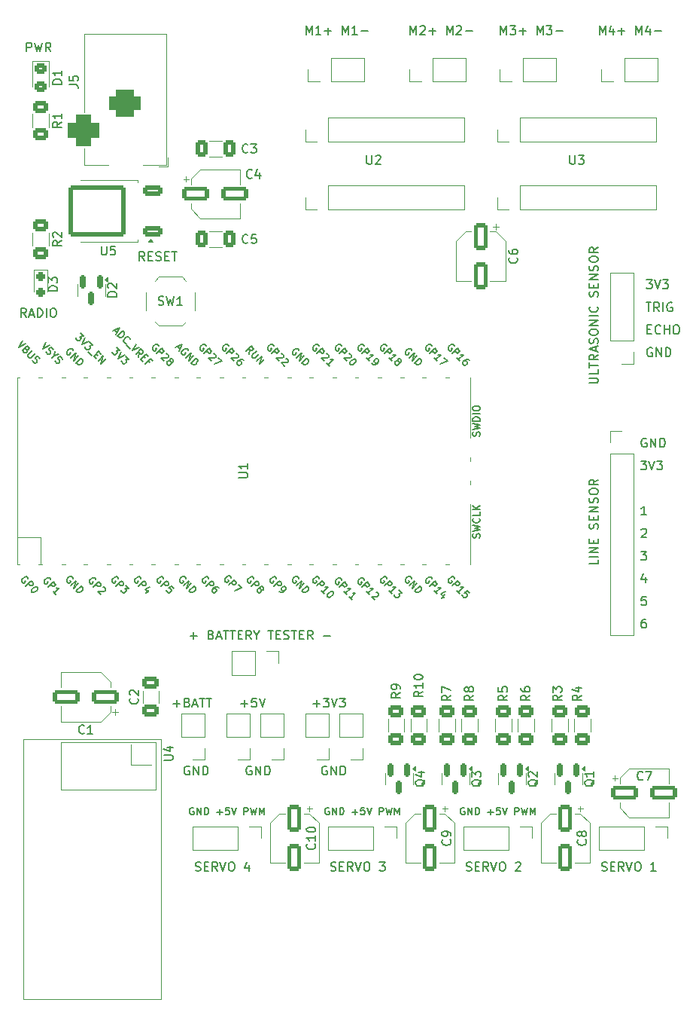
<source format=gto>
%TF.GenerationSoftware,KiCad,Pcbnew,8.0.1-8.0.1-1~ubuntu22.04.1*%
%TF.CreationDate,2024-10-21T19:50:32-04:00*%
%TF.ProjectId,RedRobotBreakout,52656452-6f62-46f7-9442-7265616b6f75,rev?*%
%TF.SameCoordinates,Original*%
%TF.FileFunction,Legend,Top*%
%TF.FilePolarity,Positive*%
%FSLAX46Y46*%
G04 Gerber Fmt 4.6, Leading zero omitted, Abs format (unit mm)*
G04 Created by KiCad (PCBNEW 8.0.1-8.0.1-1~ubuntu22.04.1) date 2024-10-21 19:50:32*
%MOMM*%
%LPD*%
G01*
G04 APERTURE LIST*
G04 Aperture macros list*
%AMRoundRect*
0 Rectangle with rounded corners*
0 $1 Rounding radius*
0 $2 $3 $4 $5 $6 $7 $8 $9 X,Y pos of 4 corners*
0 Add a 4 corners polygon primitive as box body*
4,1,4,$2,$3,$4,$5,$6,$7,$8,$9,$2,$3,0*
0 Add four circle primitives for the rounded corners*
1,1,$1+$1,$2,$3*
1,1,$1+$1,$4,$5*
1,1,$1+$1,$6,$7*
1,1,$1+$1,$8,$9*
0 Add four rect primitives between the rounded corners*
20,1,$1+$1,$2,$3,$4,$5,0*
20,1,$1+$1,$4,$5,$6,$7,0*
20,1,$1+$1,$6,$7,$8,$9,0*
20,1,$1+$1,$8,$9,$2,$3,0*%
G04 Aperture macros list end*
%ADD10C,0.150000*%
%ADD11C,0.120000*%
%ADD12RoundRect,0.250000X0.850000X0.350000X-0.850000X0.350000X-0.850000X-0.350000X0.850000X-0.350000X0*%
%ADD13RoundRect,0.249997X2.950003X2.650003X-2.950003X2.650003X-2.950003X-2.650003X2.950003X-2.650003X0*%
%ADD14RoundRect,0.875000X-0.875000X0.875000X-0.875000X-0.875000X0.875000X-0.875000X0.875000X0.875000X0*%
%ADD15RoundRect,0.750000X-1.000000X0.750000X-1.000000X-0.750000X1.000000X-0.750000X1.000000X0.750000X0*%
%ADD16R,3.500000X3.500000*%
%ADD17RoundRect,0.250000X-0.550000X1.250000X-0.550000X-1.250000X0.550000X-1.250000X0.550000X1.250000X0*%
%ADD18RoundRect,0.250000X-1.250000X-0.550000X1.250000X-0.550000X1.250000X0.550000X-1.250000X0.550000X0*%
%ADD19RoundRect,0.250000X-0.625000X0.400000X-0.625000X-0.400000X0.625000X-0.400000X0.625000X0.400000X0*%
%ADD20R,1.700000X1.700000*%
%ADD21O,1.700000X1.700000*%
%ADD22RoundRect,0.250000X0.650000X-0.412500X0.650000X0.412500X-0.650000X0.412500X-0.650000X-0.412500X0*%
%ADD23C,0.800000*%
%ADD24C,6.400000*%
%ADD25RoundRect,0.250000X-0.450000X0.325000X-0.450000X-0.325000X0.450000X-0.325000X0.450000X0.325000X0*%
%ADD26RoundRect,0.250000X1.250000X0.550000X-1.250000X0.550000X-1.250000X-0.550000X1.250000X-0.550000X0*%
%ADD27C,1.700000*%
%ADD28RoundRect,0.150000X-0.150000X0.587500X-0.150000X-0.587500X0.150000X-0.587500X0.150000X0.587500X0*%
%ADD29RoundRect,0.250000X0.625000X-0.400000X0.625000X0.400000X-0.625000X0.400000X-0.625000X-0.400000X0*%
%ADD30RoundRect,0.250000X-0.412500X-0.650000X0.412500X-0.650000X0.412500X0.650000X-0.412500X0.650000X0*%
%ADD31R,3.500000X1.700000*%
%ADD32R,1.700000X3.500000*%
%ADD33O,1.800000X1.800000*%
%ADD34O,1.500000X1.500000*%
%ADD35R,1.000000X0.750000*%
%ADD36RoundRect,0.237500X-0.237500X0.287500X-0.237500X-0.287500X0.237500X-0.287500X0.237500X0.287500X0*%
G04 APERTURE END LIST*
D10*
X143783207Y-64639819D02*
X143449874Y-64163628D01*
X143211779Y-64639819D02*
X143211779Y-63639819D01*
X143211779Y-63639819D02*
X143592731Y-63639819D01*
X143592731Y-63639819D02*
X143687969Y-63687438D01*
X143687969Y-63687438D02*
X143735588Y-63735057D01*
X143735588Y-63735057D02*
X143783207Y-63830295D01*
X143783207Y-63830295D02*
X143783207Y-63973152D01*
X143783207Y-63973152D02*
X143735588Y-64068390D01*
X143735588Y-64068390D02*
X143687969Y-64116009D01*
X143687969Y-64116009D02*
X143592731Y-64163628D01*
X143592731Y-64163628D02*
X143211779Y-64163628D01*
X144164160Y-64354104D02*
X144640350Y-64354104D01*
X144068922Y-64639819D02*
X144402255Y-63639819D01*
X144402255Y-63639819D02*
X144735588Y-64639819D01*
X145068922Y-64639819D02*
X145068922Y-63639819D01*
X145068922Y-63639819D02*
X145307017Y-63639819D01*
X145307017Y-63639819D02*
X145449874Y-63687438D01*
X145449874Y-63687438D02*
X145545112Y-63782676D01*
X145545112Y-63782676D02*
X145592731Y-63877914D01*
X145592731Y-63877914D02*
X145640350Y-64068390D01*
X145640350Y-64068390D02*
X145640350Y-64211247D01*
X145640350Y-64211247D02*
X145592731Y-64401723D01*
X145592731Y-64401723D02*
X145545112Y-64496961D01*
X145545112Y-64496961D02*
X145449874Y-64592200D01*
X145449874Y-64592200D02*
X145307017Y-64639819D01*
X145307017Y-64639819D02*
X145068922Y-64639819D01*
X146068922Y-64639819D02*
X146068922Y-63639819D01*
X146735588Y-63639819D02*
X146926064Y-63639819D01*
X146926064Y-63639819D02*
X147021302Y-63687438D01*
X147021302Y-63687438D02*
X147116540Y-63782676D01*
X147116540Y-63782676D02*
X147164159Y-63973152D01*
X147164159Y-63973152D02*
X147164159Y-64306485D01*
X147164159Y-64306485D02*
X147116540Y-64496961D01*
X147116540Y-64496961D02*
X147021302Y-64592200D01*
X147021302Y-64592200D02*
X146926064Y-64639819D01*
X146926064Y-64639819D02*
X146735588Y-64639819D01*
X146735588Y-64639819D02*
X146640350Y-64592200D01*
X146640350Y-64592200D02*
X146545112Y-64496961D01*
X146545112Y-64496961D02*
X146497493Y-64306485D01*
X146497493Y-64306485D02*
X146497493Y-63973152D01*
X146497493Y-63973152D02*
X146545112Y-63782676D01*
X146545112Y-63782676D02*
X146640350Y-63687438D01*
X146640350Y-63687438D02*
X146735588Y-63639819D01*
X143846779Y-34794819D02*
X143846779Y-33794819D01*
X143846779Y-33794819D02*
X144227731Y-33794819D01*
X144227731Y-33794819D02*
X144322969Y-33842438D01*
X144322969Y-33842438D02*
X144370588Y-33890057D01*
X144370588Y-33890057D02*
X144418207Y-33985295D01*
X144418207Y-33985295D02*
X144418207Y-34128152D01*
X144418207Y-34128152D02*
X144370588Y-34223390D01*
X144370588Y-34223390D02*
X144322969Y-34271009D01*
X144322969Y-34271009D02*
X144227731Y-34318628D01*
X144227731Y-34318628D02*
X143846779Y-34318628D01*
X144751541Y-33794819D02*
X144989636Y-34794819D01*
X144989636Y-34794819D02*
X145180112Y-34080533D01*
X145180112Y-34080533D02*
X145370588Y-34794819D01*
X145370588Y-34794819D02*
X145608684Y-33794819D01*
X146561064Y-34794819D02*
X146227731Y-34318628D01*
X145989636Y-34794819D02*
X145989636Y-33794819D01*
X145989636Y-33794819D02*
X146370588Y-33794819D01*
X146370588Y-33794819D02*
X146465826Y-33842438D01*
X146465826Y-33842438D02*
X146513445Y-33890057D01*
X146513445Y-33890057D02*
X146561064Y-33985295D01*
X146561064Y-33985295D02*
X146561064Y-34128152D01*
X146561064Y-34128152D02*
X146513445Y-34223390D01*
X146513445Y-34223390D02*
X146465826Y-34271009D01*
X146465826Y-34271009D02*
X146370588Y-34318628D01*
X146370588Y-34318628D02*
X145989636Y-34318628D01*
X162849160Y-126822200D02*
X162992017Y-126869819D01*
X162992017Y-126869819D02*
X163230112Y-126869819D01*
X163230112Y-126869819D02*
X163325350Y-126822200D01*
X163325350Y-126822200D02*
X163372969Y-126774580D01*
X163372969Y-126774580D02*
X163420588Y-126679342D01*
X163420588Y-126679342D02*
X163420588Y-126584104D01*
X163420588Y-126584104D02*
X163372969Y-126488866D01*
X163372969Y-126488866D02*
X163325350Y-126441247D01*
X163325350Y-126441247D02*
X163230112Y-126393628D01*
X163230112Y-126393628D02*
X163039636Y-126346009D01*
X163039636Y-126346009D02*
X162944398Y-126298390D01*
X162944398Y-126298390D02*
X162896779Y-126250771D01*
X162896779Y-126250771D02*
X162849160Y-126155533D01*
X162849160Y-126155533D02*
X162849160Y-126060295D01*
X162849160Y-126060295D02*
X162896779Y-125965057D01*
X162896779Y-125965057D02*
X162944398Y-125917438D01*
X162944398Y-125917438D02*
X163039636Y-125869819D01*
X163039636Y-125869819D02*
X163277731Y-125869819D01*
X163277731Y-125869819D02*
X163420588Y-125917438D01*
X163849160Y-126346009D02*
X164182493Y-126346009D01*
X164325350Y-126869819D02*
X163849160Y-126869819D01*
X163849160Y-126869819D02*
X163849160Y-125869819D01*
X163849160Y-125869819D02*
X164325350Y-125869819D01*
X165325350Y-126869819D02*
X164992017Y-126393628D01*
X164753922Y-126869819D02*
X164753922Y-125869819D01*
X164753922Y-125869819D02*
X165134874Y-125869819D01*
X165134874Y-125869819D02*
X165230112Y-125917438D01*
X165230112Y-125917438D02*
X165277731Y-125965057D01*
X165277731Y-125965057D02*
X165325350Y-126060295D01*
X165325350Y-126060295D02*
X165325350Y-126203152D01*
X165325350Y-126203152D02*
X165277731Y-126298390D01*
X165277731Y-126298390D02*
X165230112Y-126346009D01*
X165230112Y-126346009D02*
X165134874Y-126393628D01*
X165134874Y-126393628D02*
X164753922Y-126393628D01*
X165611065Y-125869819D02*
X165944398Y-126869819D01*
X165944398Y-126869819D02*
X166277731Y-125869819D01*
X166801541Y-125869819D02*
X166992017Y-125869819D01*
X166992017Y-125869819D02*
X167087255Y-125917438D01*
X167087255Y-125917438D02*
X167182493Y-126012676D01*
X167182493Y-126012676D02*
X167230112Y-126203152D01*
X167230112Y-126203152D02*
X167230112Y-126536485D01*
X167230112Y-126536485D02*
X167182493Y-126726961D01*
X167182493Y-126726961D02*
X167087255Y-126822200D01*
X167087255Y-126822200D02*
X166992017Y-126869819D01*
X166992017Y-126869819D02*
X166801541Y-126869819D01*
X166801541Y-126869819D02*
X166706303Y-126822200D01*
X166706303Y-126822200D02*
X166611065Y-126726961D01*
X166611065Y-126726961D02*
X166563446Y-126536485D01*
X166563446Y-126536485D02*
X166563446Y-126203152D01*
X166563446Y-126203152D02*
X166611065Y-126012676D01*
X166611065Y-126012676D02*
X166706303Y-125917438D01*
X166706303Y-125917438D02*
X166801541Y-125869819D01*
X168849160Y-126203152D02*
X168849160Y-126869819D01*
X168611065Y-125822200D02*
X168372970Y-126536485D01*
X168372970Y-126536485D02*
X168992017Y-126536485D01*
X157118207Y-58289819D02*
X156784874Y-57813628D01*
X156546779Y-58289819D02*
X156546779Y-57289819D01*
X156546779Y-57289819D02*
X156927731Y-57289819D01*
X156927731Y-57289819D02*
X157022969Y-57337438D01*
X157022969Y-57337438D02*
X157070588Y-57385057D01*
X157070588Y-57385057D02*
X157118207Y-57480295D01*
X157118207Y-57480295D02*
X157118207Y-57623152D01*
X157118207Y-57623152D02*
X157070588Y-57718390D01*
X157070588Y-57718390D02*
X157022969Y-57766009D01*
X157022969Y-57766009D02*
X156927731Y-57813628D01*
X156927731Y-57813628D02*
X156546779Y-57813628D01*
X157546779Y-57766009D02*
X157880112Y-57766009D01*
X158022969Y-58289819D02*
X157546779Y-58289819D01*
X157546779Y-58289819D02*
X157546779Y-57289819D01*
X157546779Y-57289819D02*
X158022969Y-57289819D01*
X158403922Y-58242200D02*
X158546779Y-58289819D01*
X158546779Y-58289819D02*
X158784874Y-58289819D01*
X158784874Y-58289819D02*
X158880112Y-58242200D01*
X158880112Y-58242200D02*
X158927731Y-58194580D01*
X158927731Y-58194580D02*
X158975350Y-58099342D01*
X158975350Y-58099342D02*
X158975350Y-58004104D01*
X158975350Y-58004104D02*
X158927731Y-57908866D01*
X158927731Y-57908866D02*
X158880112Y-57861247D01*
X158880112Y-57861247D02*
X158784874Y-57813628D01*
X158784874Y-57813628D02*
X158594398Y-57766009D01*
X158594398Y-57766009D02*
X158499160Y-57718390D01*
X158499160Y-57718390D02*
X158451541Y-57670771D01*
X158451541Y-57670771D02*
X158403922Y-57575533D01*
X158403922Y-57575533D02*
X158403922Y-57480295D01*
X158403922Y-57480295D02*
X158451541Y-57385057D01*
X158451541Y-57385057D02*
X158499160Y-57337438D01*
X158499160Y-57337438D02*
X158594398Y-57289819D01*
X158594398Y-57289819D02*
X158832493Y-57289819D01*
X158832493Y-57289819D02*
X158975350Y-57337438D01*
X159403922Y-57766009D02*
X159737255Y-57766009D01*
X159880112Y-58289819D02*
X159403922Y-58289819D01*
X159403922Y-58289819D02*
X159403922Y-57289819D01*
X159403922Y-57289819D02*
X159880112Y-57289819D01*
X160165827Y-57289819D02*
X160737255Y-57289819D01*
X160451541Y-58289819D02*
X160451541Y-57289819D01*
X213014160Y-88500057D02*
X213061779Y-88452438D01*
X213061779Y-88452438D02*
X213157017Y-88404819D01*
X213157017Y-88404819D02*
X213395112Y-88404819D01*
X213395112Y-88404819D02*
X213490350Y-88452438D01*
X213490350Y-88452438D02*
X213537969Y-88500057D01*
X213537969Y-88500057D02*
X213585588Y-88595295D01*
X213585588Y-88595295D02*
X213585588Y-88690533D01*
X213585588Y-88690533D02*
X213537969Y-88833390D01*
X213537969Y-88833390D02*
X212966541Y-89404819D01*
X212966541Y-89404819D02*
X213585588Y-89404819D01*
X214220588Y-68122438D02*
X214125350Y-68074819D01*
X214125350Y-68074819D02*
X213982493Y-68074819D01*
X213982493Y-68074819D02*
X213839636Y-68122438D01*
X213839636Y-68122438D02*
X213744398Y-68217676D01*
X213744398Y-68217676D02*
X213696779Y-68312914D01*
X213696779Y-68312914D02*
X213649160Y-68503390D01*
X213649160Y-68503390D02*
X213649160Y-68646247D01*
X213649160Y-68646247D02*
X213696779Y-68836723D01*
X213696779Y-68836723D02*
X213744398Y-68931961D01*
X213744398Y-68931961D02*
X213839636Y-69027200D01*
X213839636Y-69027200D02*
X213982493Y-69074819D01*
X213982493Y-69074819D02*
X214077731Y-69074819D01*
X214077731Y-69074819D02*
X214220588Y-69027200D01*
X214220588Y-69027200D02*
X214268207Y-68979580D01*
X214268207Y-68979580D02*
X214268207Y-68646247D01*
X214268207Y-68646247D02*
X214077731Y-68646247D01*
X214696779Y-69074819D02*
X214696779Y-68074819D01*
X214696779Y-68074819D02*
X215268207Y-69074819D01*
X215268207Y-69074819D02*
X215268207Y-68074819D01*
X215744398Y-69074819D02*
X215744398Y-68074819D01*
X215744398Y-68074819D02*
X215982493Y-68074819D01*
X215982493Y-68074819D02*
X216125350Y-68122438D01*
X216125350Y-68122438D02*
X216220588Y-68217676D01*
X216220588Y-68217676D02*
X216268207Y-68312914D01*
X216268207Y-68312914D02*
X216315826Y-68503390D01*
X216315826Y-68503390D02*
X216315826Y-68646247D01*
X216315826Y-68646247D02*
X216268207Y-68836723D01*
X216268207Y-68836723D02*
X216220588Y-68931961D01*
X216220588Y-68931961D02*
X216125350Y-69027200D01*
X216125350Y-69027200D02*
X215982493Y-69074819D01*
X215982493Y-69074819D02*
X215744398Y-69074819D01*
X162150588Y-115127438D02*
X162055350Y-115079819D01*
X162055350Y-115079819D02*
X161912493Y-115079819D01*
X161912493Y-115079819D02*
X161769636Y-115127438D01*
X161769636Y-115127438D02*
X161674398Y-115222676D01*
X161674398Y-115222676D02*
X161626779Y-115317914D01*
X161626779Y-115317914D02*
X161579160Y-115508390D01*
X161579160Y-115508390D02*
X161579160Y-115651247D01*
X161579160Y-115651247D02*
X161626779Y-115841723D01*
X161626779Y-115841723D02*
X161674398Y-115936961D01*
X161674398Y-115936961D02*
X161769636Y-116032200D01*
X161769636Y-116032200D02*
X161912493Y-116079819D01*
X161912493Y-116079819D02*
X162007731Y-116079819D01*
X162007731Y-116079819D02*
X162150588Y-116032200D01*
X162150588Y-116032200D02*
X162198207Y-115984580D01*
X162198207Y-115984580D02*
X162198207Y-115651247D01*
X162198207Y-115651247D02*
X162007731Y-115651247D01*
X162626779Y-116079819D02*
X162626779Y-115079819D01*
X162626779Y-115079819D02*
X163198207Y-116079819D01*
X163198207Y-116079819D02*
X163198207Y-115079819D01*
X163674398Y-116079819D02*
X163674398Y-115079819D01*
X163674398Y-115079819D02*
X163912493Y-115079819D01*
X163912493Y-115079819D02*
X164055350Y-115127438D01*
X164055350Y-115127438D02*
X164150588Y-115222676D01*
X164150588Y-115222676D02*
X164198207Y-115317914D01*
X164198207Y-115317914D02*
X164245826Y-115508390D01*
X164245826Y-115508390D02*
X164245826Y-115651247D01*
X164245826Y-115651247D02*
X164198207Y-115841723D01*
X164198207Y-115841723D02*
X164150588Y-115936961D01*
X164150588Y-115936961D02*
X164055350Y-116032200D01*
X164055350Y-116032200D02*
X163912493Y-116079819D01*
X163912493Y-116079819D02*
X163674398Y-116079819D01*
X213696779Y-66011009D02*
X214030112Y-66011009D01*
X214172969Y-66534819D02*
X213696779Y-66534819D01*
X213696779Y-66534819D02*
X213696779Y-65534819D01*
X213696779Y-65534819D02*
X214172969Y-65534819D01*
X215172969Y-66439580D02*
X215125350Y-66487200D01*
X215125350Y-66487200D02*
X214982493Y-66534819D01*
X214982493Y-66534819D02*
X214887255Y-66534819D01*
X214887255Y-66534819D02*
X214744398Y-66487200D01*
X214744398Y-66487200D02*
X214649160Y-66391961D01*
X214649160Y-66391961D02*
X214601541Y-66296723D01*
X214601541Y-66296723D02*
X214553922Y-66106247D01*
X214553922Y-66106247D02*
X214553922Y-65963390D01*
X214553922Y-65963390D02*
X214601541Y-65772914D01*
X214601541Y-65772914D02*
X214649160Y-65677676D01*
X214649160Y-65677676D02*
X214744398Y-65582438D01*
X214744398Y-65582438D02*
X214887255Y-65534819D01*
X214887255Y-65534819D02*
X214982493Y-65534819D01*
X214982493Y-65534819D02*
X215125350Y-65582438D01*
X215125350Y-65582438D02*
X215172969Y-65630057D01*
X215601541Y-66534819D02*
X215601541Y-65534819D01*
X215601541Y-66011009D02*
X216172969Y-66011009D01*
X216172969Y-66534819D02*
X216172969Y-65534819D01*
X216839636Y-65534819D02*
X217030112Y-65534819D01*
X217030112Y-65534819D02*
X217125350Y-65582438D01*
X217125350Y-65582438D02*
X217220588Y-65677676D01*
X217220588Y-65677676D02*
X217268207Y-65868152D01*
X217268207Y-65868152D02*
X217268207Y-66201485D01*
X217268207Y-66201485D02*
X217220588Y-66391961D01*
X217220588Y-66391961D02*
X217125350Y-66487200D01*
X217125350Y-66487200D02*
X217030112Y-66534819D01*
X217030112Y-66534819D02*
X216839636Y-66534819D01*
X216839636Y-66534819D02*
X216744398Y-66487200D01*
X216744398Y-66487200D02*
X216649160Y-66391961D01*
X216649160Y-66391961D02*
X216601541Y-66201485D01*
X216601541Y-66201485D02*
X216601541Y-65868152D01*
X216601541Y-65868152D02*
X216649160Y-65677676D01*
X216649160Y-65677676D02*
X216744398Y-65582438D01*
X216744398Y-65582438D02*
X216839636Y-65534819D01*
X193113207Y-119782390D02*
X193037017Y-119744295D01*
X193037017Y-119744295D02*
X192922731Y-119744295D01*
X192922731Y-119744295D02*
X192808445Y-119782390D01*
X192808445Y-119782390D02*
X192732255Y-119858580D01*
X192732255Y-119858580D02*
X192694160Y-119934771D01*
X192694160Y-119934771D02*
X192656064Y-120087152D01*
X192656064Y-120087152D02*
X192656064Y-120201438D01*
X192656064Y-120201438D02*
X192694160Y-120353819D01*
X192694160Y-120353819D02*
X192732255Y-120430009D01*
X192732255Y-120430009D02*
X192808445Y-120506200D01*
X192808445Y-120506200D02*
X192922731Y-120544295D01*
X192922731Y-120544295D02*
X192998922Y-120544295D01*
X192998922Y-120544295D02*
X193113207Y-120506200D01*
X193113207Y-120506200D02*
X193151303Y-120468104D01*
X193151303Y-120468104D02*
X193151303Y-120201438D01*
X193151303Y-120201438D02*
X192998922Y-120201438D01*
X193494160Y-120544295D02*
X193494160Y-119744295D01*
X193494160Y-119744295D02*
X193951303Y-120544295D01*
X193951303Y-120544295D02*
X193951303Y-119744295D01*
X194332255Y-120544295D02*
X194332255Y-119744295D01*
X194332255Y-119744295D02*
X194522731Y-119744295D01*
X194522731Y-119744295D02*
X194637017Y-119782390D01*
X194637017Y-119782390D02*
X194713207Y-119858580D01*
X194713207Y-119858580D02*
X194751302Y-119934771D01*
X194751302Y-119934771D02*
X194789398Y-120087152D01*
X194789398Y-120087152D02*
X194789398Y-120201438D01*
X194789398Y-120201438D02*
X194751302Y-120353819D01*
X194751302Y-120353819D02*
X194713207Y-120430009D01*
X194713207Y-120430009D02*
X194637017Y-120506200D01*
X194637017Y-120506200D02*
X194522731Y-120544295D01*
X194522731Y-120544295D02*
X194332255Y-120544295D01*
X195741779Y-120239533D02*
X196351303Y-120239533D01*
X196046541Y-120544295D02*
X196046541Y-119934771D01*
X197113207Y-119744295D02*
X196732255Y-119744295D01*
X196732255Y-119744295D02*
X196694159Y-120125247D01*
X196694159Y-120125247D02*
X196732255Y-120087152D01*
X196732255Y-120087152D02*
X196808445Y-120049057D01*
X196808445Y-120049057D02*
X196998921Y-120049057D01*
X196998921Y-120049057D02*
X197075112Y-120087152D01*
X197075112Y-120087152D02*
X197113207Y-120125247D01*
X197113207Y-120125247D02*
X197151302Y-120201438D01*
X197151302Y-120201438D02*
X197151302Y-120391914D01*
X197151302Y-120391914D02*
X197113207Y-120468104D01*
X197113207Y-120468104D02*
X197075112Y-120506200D01*
X197075112Y-120506200D02*
X196998921Y-120544295D01*
X196998921Y-120544295D02*
X196808445Y-120544295D01*
X196808445Y-120544295D02*
X196732255Y-120506200D01*
X196732255Y-120506200D02*
X196694159Y-120468104D01*
X197379874Y-119744295D02*
X197646541Y-120544295D01*
X197646541Y-120544295D02*
X197913207Y-119744295D01*
X198789398Y-120544295D02*
X198789398Y-119744295D01*
X198789398Y-119744295D02*
X199094160Y-119744295D01*
X199094160Y-119744295D02*
X199170350Y-119782390D01*
X199170350Y-119782390D02*
X199208445Y-119820485D01*
X199208445Y-119820485D02*
X199246541Y-119896676D01*
X199246541Y-119896676D02*
X199246541Y-120010961D01*
X199246541Y-120010961D02*
X199208445Y-120087152D01*
X199208445Y-120087152D02*
X199170350Y-120125247D01*
X199170350Y-120125247D02*
X199094160Y-120163342D01*
X199094160Y-120163342D02*
X198789398Y-120163342D01*
X199513207Y-119744295D02*
X199703683Y-120544295D01*
X199703683Y-120544295D02*
X199856064Y-119972866D01*
X199856064Y-119972866D02*
X200008445Y-120544295D01*
X200008445Y-120544295D02*
X200198922Y-119744295D01*
X200503684Y-120544295D02*
X200503684Y-119744295D01*
X200503684Y-119744295D02*
X200770350Y-120315723D01*
X200770350Y-120315723D02*
X201037017Y-119744295D01*
X201037017Y-119744295D02*
X201037017Y-120544295D01*
X176100957Y-108078866D02*
X176862862Y-108078866D01*
X176481909Y-108459819D02*
X176481909Y-107697914D01*
X177243814Y-107459819D02*
X177862861Y-107459819D01*
X177862861Y-107459819D02*
X177529528Y-107840771D01*
X177529528Y-107840771D02*
X177672385Y-107840771D01*
X177672385Y-107840771D02*
X177767623Y-107888390D01*
X177767623Y-107888390D02*
X177815242Y-107936009D01*
X177815242Y-107936009D02*
X177862861Y-108031247D01*
X177862861Y-108031247D02*
X177862861Y-108269342D01*
X177862861Y-108269342D02*
X177815242Y-108364580D01*
X177815242Y-108364580D02*
X177767623Y-108412200D01*
X177767623Y-108412200D02*
X177672385Y-108459819D01*
X177672385Y-108459819D02*
X177386671Y-108459819D01*
X177386671Y-108459819D02*
X177291433Y-108412200D01*
X177291433Y-108412200D02*
X177243814Y-108364580D01*
X178148576Y-107459819D02*
X178481909Y-108459819D01*
X178481909Y-108459819D02*
X178815242Y-107459819D01*
X179053338Y-107459819D02*
X179672385Y-107459819D01*
X179672385Y-107459819D02*
X179339052Y-107840771D01*
X179339052Y-107840771D02*
X179481909Y-107840771D01*
X179481909Y-107840771D02*
X179577147Y-107888390D01*
X179577147Y-107888390D02*
X179624766Y-107936009D01*
X179624766Y-107936009D02*
X179672385Y-108031247D01*
X179672385Y-108031247D02*
X179672385Y-108269342D01*
X179672385Y-108269342D02*
X179624766Y-108364580D01*
X179624766Y-108364580D02*
X179577147Y-108412200D01*
X179577147Y-108412200D02*
X179481909Y-108459819D01*
X179481909Y-108459819D02*
X179196195Y-108459819D01*
X179196195Y-108459819D02*
X179100957Y-108412200D01*
X179100957Y-108412200D02*
X179053338Y-108364580D01*
X208306779Y-32889819D02*
X208306779Y-31889819D01*
X208306779Y-31889819D02*
X208640112Y-32604104D01*
X208640112Y-32604104D02*
X208973445Y-31889819D01*
X208973445Y-31889819D02*
X208973445Y-32889819D01*
X209878207Y-32223152D02*
X209878207Y-32889819D01*
X209640112Y-31842200D02*
X209402017Y-32556485D01*
X209402017Y-32556485D02*
X210021064Y-32556485D01*
X210402017Y-32508866D02*
X211163922Y-32508866D01*
X210782969Y-32889819D02*
X210782969Y-32127914D01*
X212402017Y-32889819D02*
X212402017Y-31889819D01*
X212402017Y-31889819D02*
X212735350Y-32604104D01*
X212735350Y-32604104D02*
X213068683Y-31889819D01*
X213068683Y-31889819D02*
X213068683Y-32889819D01*
X213973445Y-32223152D02*
X213973445Y-32889819D01*
X213735350Y-31842200D02*
X213497255Y-32556485D01*
X213497255Y-32556485D02*
X214116302Y-32556485D01*
X214497255Y-32508866D02*
X215259160Y-32508866D01*
X212966541Y-90944819D02*
X213585588Y-90944819D01*
X213585588Y-90944819D02*
X213252255Y-91325771D01*
X213252255Y-91325771D02*
X213395112Y-91325771D01*
X213395112Y-91325771D02*
X213490350Y-91373390D01*
X213490350Y-91373390D02*
X213537969Y-91421009D01*
X213537969Y-91421009D02*
X213585588Y-91516247D01*
X213585588Y-91516247D02*
X213585588Y-91754342D01*
X213585588Y-91754342D02*
X213537969Y-91849580D01*
X213537969Y-91849580D02*
X213490350Y-91897200D01*
X213490350Y-91897200D02*
X213395112Y-91944819D01*
X213395112Y-91944819D02*
X213109398Y-91944819D01*
X213109398Y-91944819D02*
X213014160Y-91897200D01*
X213014160Y-91897200D02*
X212966541Y-91849580D01*
X207149819Y-72043220D02*
X207959342Y-72043220D01*
X207959342Y-72043220D02*
X208054580Y-71995601D01*
X208054580Y-71995601D02*
X208102200Y-71947982D01*
X208102200Y-71947982D02*
X208149819Y-71852744D01*
X208149819Y-71852744D02*
X208149819Y-71662268D01*
X208149819Y-71662268D02*
X208102200Y-71567030D01*
X208102200Y-71567030D02*
X208054580Y-71519411D01*
X208054580Y-71519411D02*
X207959342Y-71471792D01*
X207959342Y-71471792D02*
X207149819Y-71471792D01*
X208149819Y-70519411D02*
X208149819Y-70995601D01*
X208149819Y-70995601D02*
X207149819Y-70995601D01*
X207149819Y-70328934D02*
X207149819Y-69757506D01*
X208149819Y-70043220D02*
X207149819Y-70043220D01*
X208149819Y-68852744D02*
X207673628Y-69186077D01*
X208149819Y-69424172D02*
X207149819Y-69424172D01*
X207149819Y-69424172D02*
X207149819Y-69043220D01*
X207149819Y-69043220D02*
X207197438Y-68947982D01*
X207197438Y-68947982D02*
X207245057Y-68900363D01*
X207245057Y-68900363D02*
X207340295Y-68852744D01*
X207340295Y-68852744D02*
X207483152Y-68852744D01*
X207483152Y-68852744D02*
X207578390Y-68900363D01*
X207578390Y-68900363D02*
X207626009Y-68947982D01*
X207626009Y-68947982D02*
X207673628Y-69043220D01*
X207673628Y-69043220D02*
X207673628Y-69424172D01*
X207864104Y-68471791D02*
X207864104Y-67995601D01*
X208149819Y-68567029D02*
X207149819Y-68233696D01*
X207149819Y-68233696D02*
X208149819Y-67900363D01*
X208102200Y-67614648D02*
X208149819Y-67471791D01*
X208149819Y-67471791D02*
X208149819Y-67233696D01*
X208149819Y-67233696D02*
X208102200Y-67138458D01*
X208102200Y-67138458D02*
X208054580Y-67090839D01*
X208054580Y-67090839D02*
X207959342Y-67043220D01*
X207959342Y-67043220D02*
X207864104Y-67043220D01*
X207864104Y-67043220D02*
X207768866Y-67090839D01*
X207768866Y-67090839D02*
X207721247Y-67138458D01*
X207721247Y-67138458D02*
X207673628Y-67233696D01*
X207673628Y-67233696D02*
X207626009Y-67424172D01*
X207626009Y-67424172D02*
X207578390Y-67519410D01*
X207578390Y-67519410D02*
X207530771Y-67567029D01*
X207530771Y-67567029D02*
X207435533Y-67614648D01*
X207435533Y-67614648D02*
X207340295Y-67614648D01*
X207340295Y-67614648D02*
X207245057Y-67567029D01*
X207245057Y-67567029D02*
X207197438Y-67519410D01*
X207197438Y-67519410D02*
X207149819Y-67424172D01*
X207149819Y-67424172D02*
X207149819Y-67186077D01*
X207149819Y-67186077D02*
X207197438Y-67043220D01*
X207149819Y-66424172D02*
X207149819Y-66233696D01*
X207149819Y-66233696D02*
X207197438Y-66138458D01*
X207197438Y-66138458D02*
X207292676Y-66043220D01*
X207292676Y-66043220D02*
X207483152Y-65995601D01*
X207483152Y-65995601D02*
X207816485Y-65995601D01*
X207816485Y-65995601D02*
X208006961Y-66043220D01*
X208006961Y-66043220D02*
X208102200Y-66138458D01*
X208102200Y-66138458D02*
X208149819Y-66233696D01*
X208149819Y-66233696D02*
X208149819Y-66424172D01*
X208149819Y-66424172D02*
X208102200Y-66519410D01*
X208102200Y-66519410D02*
X208006961Y-66614648D01*
X208006961Y-66614648D02*
X207816485Y-66662267D01*
X207816485Y-66662267D02*
X207483152Y-66662267D01*
X207483152Y-66662267D02*
X207292676Y-66614648D01*
X207292676Y-66614648D02*
X207197438Y-66519410D01*
X207197438Y-66519410D02*
X207149819Y-66424172D01*
X208149819Y-65567029D02*
X207149819Y-65567029D01*
X207149819Y-65567029D02*
X208149819Y-64995601D01*
X208149819Y-64995601D02*
X207149819Y-64995601D01*
X208149819Y-64519410D02*
X207149819Y-64519410D01*
X208054580Y-63471792D02*
X208102200Y-63519411D01*
X208102200Y-63519411D02*
X208149819Y-63662268D01*
X208149819Y-63662268D02*
X208149819Y-63757506D01*
X208149819Y-63757506D02*
X208102200Y-63900363D01*
X208102200Y-63900363D02*
X208006961Y-63995601D01*
X208006961Y-63995601D02*
X207911723Y-64043220D01*
X207911723Y-64043220D02*
X207721247Y-64090839D01*
X207721247Y-64090839D02*
X207578390Y-64090839D01*
X207578390Y-64090839D02*
X207387914Y-64043220D01*
X207387914Y-64043220D02*
X207292676Y-63995601D01*
X207292676Y-63995601D02*
X207197438Y-63900363D01*
X207197438Y-63900363D02*
X207149819Y-63757506D01*
X207149819Y-63757506D02*
X207149819Y-63662268D01*
X207149819Y-63662268D02*
X207197438Y-63519411D01*
X207197438Y-63519411D02*
X207245057Y-63471792D01*
X208102200Y-62328934D02*
X208149819Y-62186077D01*
X208149819Y-62186077D02*
X208149819Y-61947982D01*
X208149819Y-61947982D02*
X208102200Y-61852744D01*
X208102200Y-61852744D02*
X208054580Y-61805125D01*
X208054580Y-61805125D02*
X207959342Y-61757506D01*
X207959342Y-61757506D02*
X207864104Y-61757506D01*
X207864104Y-61757506D02*
X207768866Y-61805125D01*
X207768866Y-61805125D02*
X207721247Y-61852744D01*
X207721247Y-61852744D02*
X207673628Y-61947982D01*
X207673628Y-61947982D02*
X207626009Y-62138458D01*
X207626009Y-62138458D02*
X207578390Y-62233696D01*
X207578390Y-62233696D02*
X207530771Y-62281315D01*
X207530771Y-62281315D02*
X207435533Y-62328934D01*
X207435533Y-62328934D02*
X207340295Y-62328934D01*
X207340295Y-62328934D02*
X207245057Y-62281315D01*
X207245057Y-62281315D02*
X207197438Y-62233696D01*
X207197438Y-62233696D02*
X207149819Y-62138458D01*
X207149819Y-62138458D02*
X207149819Y-61900363D01*
X207149819Y-61900363D02*
X207197438Y-61757506D01*
X207626009Y-61328934D02*
X207626009Y-60995601D01*
X208149819Y-60852744D02*
X208149819Y-61328934D01*
X208149819Y-61328934D02*
X207149819Y-61328934D01*
X207149819Y-61328934D02*
X207149819Y-60852744D01*
X208149819Y-60424172D02*
X207149819Y-60424172D01*
X207149819Y-60424172D02*
X208149819Y-59852744D01*
X208149819Y-59852744D02*
X207149819Y-59852744D01*
X208102200Y-59424172D02*
X208149819Y-59281315D01*
X208149819Y-59281315D02*
X208149819Y-59043220D01*
X208149819Y-59043220D02*
X208102200Y-58947982D01*
X208102200Y-58947982D02*
X208054580Y-58900363D01*
X208054580Y-58900363D02*
X207959342Y-58852744D01*
X207959342Y-58852744D02*
X207864104Y-58852744D01*
X207864104Y-58852744D02*
X207768866Y-58900363D01*
X207768866Y-58900363D02*
X207721247Y-58947982D01*
X207721247Y-58947982D02*
X207673628Y-59043220D01*
X207673628Y-59043220D02*
X207626009Y-59233696D01*
X207626009Y-59233696D02*
X207578390Y-59328934D01*
X207578390Y-59328934D02*
X207530771Y-59376553D01*
X207530771Y-59376553D02*
X207435533Y-59424172D01*
X207435533Y-59424172D02*
X207340295Y-59424172D01*
X207340295Y-59424172D02*
X207245057Y-59376553D01*
X207245057Y-59376553D02*
X207197438Y-59328934D01*
X207197438Y-59328934D02*
X207149819Y-59233696D01*
X207149819Y-59233696D02*
X207149819Y-58995601D01*
X207149819Y-58995601D02*
X207197438Y-58852744D01*
X207149819Y-58233696D02*
X207149819Y-58043220D01*
X207149819Y-58043220D02*
X207197438Y-57947982D01*
X207197438Y-57947982D02*
X207292676Y-57852744D01*
X207292676Y-57852744D02*
X207483152Y-57805125D01*
X207483152Y-57805125D02*
X207816485Y-57805125D01*
X207816485Y-57805125D02*
X208006961Y-57852744D01*
X208006961Y-57852744D02*
X208102200Y-57947982D01*
X208102200Y-57947982D02*
X208149819Y-58043220D01*
X208149819Y-58043220D02*
X208149819Y-58233696D01*
X208149819Y-58233696D02*
X208102200Y-58328934D01*
X208102200Y-58328934D02*
X208006961Y-58424172D01*
X208006961Y-58424172D02*
X207816485Y-58471791D01*
X207816485Y-58471791D02*
X207483152Y-58471791D01*
X207483152Y-58471791D02*
X207292676Y-58424172D01*
X207292676Y-58424172D02*
X207197438Y-58328934D01*
X207197438Y-58328934D02*
X207149819Y-58233696D01*
X208149819Y-56805125D02*
X207673628Y-57138458D01*
X208149819Y-57376553D02*
X207149819Y-57376553D01*
X207149819Y-57376553D02*
X207149819Y-56995601D01*
X207149819Y-56995601D02*
X207197438Y-56900363D01*
X207197438Y-56900363D02*
X207245057Y-56852744D01*
X207245057Y-56852744D02*
X207340295Y-56805125D01*
X207340295Y-56805125D02*
X207483152Y-56805125D01*
X207483152Y-56805125D02*
X207578390Y-56852744D01*
X207578390Y-56852744D02*
X207626009Y-56900363D01*
X207626009Y-56900363D02*
X207673628Y-56995601D01*
X207673628Y-56995601D02*
X207673628Y-57376553D01*
X213537969Y-96024819D02*
X213061779Y-96024819D01*
X213061779Y-96024819D02*
X213014160Y-96501009D01*
X213014160Y-96501009D02*
X213061779Y-96453390D01*
X213061779Y-96453390D02*
X213157017Y-96405771D01*
X213157017Y-96405771D02*
X213395112Y-96405771D01*
X213395112Y-96405771D02*
X213490350Y-96453390D01*
X213490350Y-96453390D02*
X213537969Y-96501009D01*
X213537969Y-96501009D02*
X213585588Y-96596247D01*
X213585588Y-96596247D02*
X213585588Y-96834342D01*
X213585588Y-96834342D02*
X213537969Y-96929580D01*
X213537969Y-96929580D02*
X213490350Y-96977200D01*
X213490350Y-96977200D02*
X213395112Y-97024819D01*
X213395112Y-97024819D02*
X213157017Y-97024819D01*
X213157017Y-97024819D02*
X213061779Y-96977200D01*
X213061779Y-96977200D02*
X213014160Y-96929580D01*
X193329160Y-126822200D02*
X193472017Y-126869819D01*
X193472017Y-126869819D02*
X193710112Y-126869819D01*
X193710112Y-126869819D02*
X193805350Y-126822200D01*
X193805350Y-126822200D02*
X193852969Y-126774580D01*
X193852969Y-126774580D02*
X193900588Y-126679342D01*
X193900588Y-126679342D02*
X193900588Y-126584104D01*
X193900588Y-126584104D02*
X193852969Y-126488866D01*
X193852969Y-126488866D02*
X193805350Y-126441247D01*
X193805350Y-126441247D02*
X193710112Y-126393628D01*
X193710112Y-126393628D02*
X193519636Y-126346009D01*
X193519636Y-126346009D02*
X193424398Y-126298390D01*
X193424398Y-126298390D02*
X193376779Y-126250771D01*
X193376779Y-126250771D02*
X193329160Y-126155533D01*
X193329160Y-126155533D02*
X193329160Y-126060295D01*
X193329160Y-126060295D02*
X193376779Y-125965057D01*
X193376779Y-125965057D02*
X193424398Y-125917438D01*
X193424398Y-125917438D02*
X193519636Y-125869819D01*
X193519636Y-125869819D02*
X193757731Y-125869819D01*
X193757731Y-125869819D02*
X193900588Y-125917438D01*
X194329160Y-126346009D02*
X194662493Y-126346009D01*
X194805350Y-126869819D02*
X194329160Y-126869819D01*
X194329160Y-126869819D02*
X194329160Y-125869819D01*
X194329160Y-125869819D02*
X194805350Y-125869819D01*
X195805350Y-126869819D02*
X195472017Y-126393628D01*
X195233922Y-126869819D02*
X195233922Y-125869819D01*
X195233922Y-125869819D02*
X195614874Y-125869819D01*
X195614874Y-125869819D02*
X195710112Y-125917438D01*
X195710112Y-125917438D02*
X195757731Y-125965057D01*
X195757731Y-125965057D02*
X195805350Y-126060295D01*
X195805350Y-126060295D02*
X195805350Y-126203152D01*
X195805350Y-126203152D02*
X195757731Y-126298390D01*
X195757731Y-126298390D02*
X195710112Y-126346009D01*
X195710112Y-126346009D02*
X195614874Y-126393628D01*
X195614874Y-126393628D02*
X195233922Y-126393628D01*
X196091065Y-125869819D02*
X196424398Y-126869819D01*
X196424398Y-126869819D02*
X196757731Y-125869819D01*
X197281541Y-125869819D02*
X197472017Y-125869819D01*
X197472017Y-125869819D02*
X197567255Y-125917438D01*
X197567255Y-125917438D02*
X197662493Y-126012676D01*
X197662493Y-126012676D02*
X197710112Y-126203152D01*
X197710112Y-126203152D02*
X197710112Y-126536485D01*
X197710112Y-126536485D02*
X197662493Y-126726961D01*
X197662493Y-126726961D02*
X197567255Y-126822200D01*
X197567255Y-126822200D02*
X197472017Y-126869819D01*
X197472017Y-126869819D02*
X197281541Y-126869819D01*
X197281541Y-126869819D02*
X197186303Y-126822200D01*
X197186303Y-126822200D02*
X197091065Y-126726961D01*
X197091065Y-126726961D02*
X197043446Y-126536485D01*
X197043446Y-126536485D02*
X197043446Y-126203152D01*
X197043446Y-126203152D02*
X197091065Y-126012676D01*
X197091065Y-126012676D02*
X197186303Y-125917438D01*
X197186303Y-125917438D02*
X197281541Y-125869819D01*
X198852970Y-125965057D02*
X198900589Y-125917438D01*
X198900589Y-125917438D02*
X198995827Y-125869819D01*
X198995827Y-125869819D02*
X199233922Y-125869819D01*
X199233922Y-125869819D02*
X199329160Y-125917438D01*
X199329160Y-125917438D02*
X199376779Y-125965057D01*
X199376779Y-125965057D02*
X199424398Y-126060295D01*
X199424398Y-126060295D02*
X199424398Y-126155533D01*
X199424398Y-126155533D02*
X199376779Y-126298390D01*
X199376779Y-126298390D02*
X198805351Y-126869819D01*
X198805351Y-126869819D02*
X199424398Y-126869819D01*
X167976779Y-108078866D02*
X168738684Y-108078866D01*
X168357731Y-108459819D02*
X168357731Y-107697914D01*
X169691064Y-107459819D02*
X169214874Y-107459819D01*
X169214874Y-107459819D02*
X169167255Y-107936009D01*
X169167255Y-107936009D02*
X169214874Y-107888390D01*
X169214874Y-107888390D02*
X169310112Y-107840771D01*
X169310112Y-107840771D02*
X169548207Y-107840771D01*
X169548207Y-107840771D02*
X169643445Y-107888390D01*
X169643445Y-107888390D02*
X169691064Y-107936009D01*
X169691064Y-107936009D02*
X169738683Y-108031247D01*
X169738683Y-108031247D02*
X169738683Y-108269342D01*
X169738683Y-108269342D02*
X169691064Y-108364580D01*
X169691064Y-108364580D02*
X169643445Y-108412200D01*
X169643445Y-108412200D02*
X169548207Y-108459819D01*
X169548207Y-108459819D02*
X169310112Y-108459819D01*
X169310112Y-108459819D02*
X169214874Y-108412200D01*
X169214874Y-108412200D02*
X169167255Y-108364580D01*
X170024398Y-107459819D02*
X170357731Y-108459819D01*
X170357731Y-108459819D02*
X170691064Y-107459819D01*
X197186779Y-32889819D02*
X197186779Y-31889819D01*
X197186779Y-31889819D02*
X197520112Y-32604104D01*
X197520112Y-32604104D02*
X197853445Y-31889819D01*
X197853445Y-31889819D02*
X197853445Y-32889819D01*
X198234398Y-31889819D02*
X198853445Y-31889819D01*
X198853445Y-31889819D02*
X198520112Y-32270771D01*
X198520112Y-32270771D02*
X198662969Y-32270771D01*
X198662969Y-32270771D02*
X198758207Y-32318390D01*
X198758207Y-32318390D02*
X198805826Y-32366009D01*
X198805826Y-32366009D02*
X198853445Y-32461247D01*
X198853445Y-32461247D02*
X198853445Y-32699342D01*
X198853445Y-32699342D02*
X198805826Y-32794580D01*
X198805826Y-32794580D02*
X198758207Y-32842200D01*
X198758207Y-32842200D02*
X198662969Y-32889819D01*
X198662969Y-32889819D02*
X198377255Y-32889819D01*
X198377255Y-32889819D02*
X198282017Y-32842200D01*
X198282017Y-32842200D02*
X198234398Y-32794580D01*
X199282017Y-32508866D02*
X200043922Y-32508866D01*
X199662969Y-32889819D02*
X199662969Y-32127914D01*
X201282017Y-32889819D02*
X201282017Y-31889819D01*
X201282017Y-31889819D02*
X201615350Y-32604104D01*
X201615350Y-32604104D02*
X201948683Y-31889819D01*
X201948683Y-31889819D02*
X201948683Y-32889819D01*
X202329636Y-31889819D02*
X202948683Y-31889819D01*
X202948683Y-31889819D02*
X202615350Y-32270771D01*
X202615350Y-32270771D02*
X202758207Y-32270771D01*
X202758207Y-32270771D02*
X202853445Y-32318390D01*
X202853445Y-32318390D02*
X202901064Y-32366009D01*
X202901064Y-32366009D02*
X202948683Y-32461247D01*
X202948683Y-32461247D02*
X202948683Y-32699342D01*
X202948683Y-32699342D02*
X202901064Y-32794580D01*
X202901064Y-32794580D02*
X202853445Y-32842200D01*
X202853445Y-32842200D02*
X202758207Y-32889819D01*
X202758207Y-32889819D02*
X202472493Y-32889819D01*
X202472493Y-32889819D02*
X202377255Y-32842200D01*
X202377255Y-32842200D02*
X202329636Y-32794580D01*
X203377255Y-32508866D02*
X204139160Y-32508866D01*
X212966541Y-80784819D02*
X213585588Y-80784819D01*
X213585588Y-80784819D02*
X213252255Y-81165771D01*
X213252255Y-81165771D02*
X213395112Y-81165771D01*
X213395112Y-81165771D02*
X213490350Y-81213390D01*
X213490350Y-81213390D02*
X213537969Y-81261009D01*
X213537969Y-81261009D02*
X213585588Y-81356247D01*
X213585588Y-81356247D02*
X213585588Y-81594342D01*
X213585588Y-81594342D02*
X213537969Y-81689580D01*
X213537969Y-81689580D02*
X213490350Y-81737200D01*
X213490350Y-81737200D02*
X213395112Y-81784819D01*
X213395112Y-81784819D02*
X213109398Y-81784819D01*
X213109398Y-81784819D02*
X213014160Y-81737200D01*
X213014160Y-81737200D02*
X212966541Y-81689580D01*
X213871303Y-80784819D02*
X214204636Y-81784819D01*
X214204636Y-81784819D02*
X214537969Y-80784819D01*
X214776065Y-80784819D02*
X215395112Y-80784819D01*
X215395112Y-80784819D02*
X215061779Y-81165771D01*
X215061779Y-81165771D02*
X215204636Y-81165771D01*
X215204636Y-81165771D02*
X215299874Y-81213390D01*
X215299874Y-81213390D02*
X215347493Y-81261009D01*
X215347493Y-81261009D02*
X215395112Y-81356247D01*
X215395112Y-81356247D02*
X215395112Y-81594342D01*
X215395112Y-81594342D02*
X215347493Y-81689580D01*
X215347493Y-81689580D02*
X215299874Y-81737200D01*
X215299874Y-81737200D02*
X215204636Y-81784819D01*
X215204636Y-81784819D02*
X214918922Y-81784819D01*
X214918922Y-81784819D02*
X214823684Y-81737200D01*
X214823684Y-81737200D02*
X214776065Y-81689580D01*
X213601541Y-60454819D02*
X214220588Y-60454819D01*
X214220588Y-60454819D02*
X213887255Y-60835771D01*
X213887255Y-60835771D02*
X214030112Y-60835771D01*
X214030112Y-60835771D02*
X214125350Y-60883390D01*
X214125350Y-60883390D02*
X214172969Y-60931009D01*
X214172969Y-60931009D02*
X214220588Y-61026247D01*
X214220588Y-61026247D02*
X214220588Y-61264342D01*
X214220588Y-61264342D02*
X214172969Y-61359580D01*
X214172969Y-61359580D02*
X214125350Y-61407200D01*
X214125350Y-61407200D02*
X214030112Y-61454819D01*
X214030112Y-61454819D02*
X213744398Y-61454819D01*
X213744398Y-61454819D02*
X213649160Y-61407200D01*
X213649160Y-61407200D02*
X213601541Y-61359580D01*
X214506303Y-60454819D02*
X214839636Y-61454819D01*
X214839636Y-61454819D02*
X215172969Y-60454819D01*
X215411065Y-60454819D02*
X216030112Y-60454819D01*
X216030112Y-60454819D02*
X215696779Y-60835771D01*
X215696779Y-60835771D02*
X215839636Y-60835771D01*
X215839636Y-60835771D02*
X215934874Y-60883390D01*
X215934874Y-60883390D02*
X215982493Y-60931009D01*
X215982493Y-60931009D02*
X216030112Y-61026247D01*
X216030112Y-61026247D02*
X216030112Y-61264342D01*
X216030112Y-61264342D02*
X215982493Y-61359580D01*
X215982493Y-61359580D02*
X215934874Y-61407200D01*
X215934874Y-61407200D02*
X215839636Y-61454819D01*
X215839636Y-61454819D02*
X215553922Y-61454819D01*
X215553922Y-61454819D02*
X215458684Y-61407200D01*
X215458684Y-61407200D02*
X215411065Y-61359580D01*
X213585588Y-86864819D02*
X213014160Y-86864819D01*
X213299874Y-86864819D02*
X213299874Y-85864819D01*
X213299874Y-85864819D02*
X213204636Y-86007676D01*
X213204636Y-86007676D02*
X213109398Y-86102914D01*
X213109398Y-86102914D02*
X213014160Y-86150533D01*
X213585588Y-78292438D02*
X213490350Y-78244819D01*
X213490350Y-78244819D02*
X213347493Y-78244819D01*
X213347493Y-78244819D02*
X213204636Y-78292438D01*
X213204636Y-78292438D02*
X213109398Y-78387676D01*
X213109398Y-78387676D02*
X213061779Y-78482914D01*
X213061779Y-78482914D02*
X213014160Y-78673390D01*
X213014160Y-78673390D02*
X213014160Y-78816247D01*
X213014160Y-78816247D02*
X213061779Y-79006723D01*
X213061779Y-79006723D02*
X213109398Y-79101961D01*
X213109398Y-79101961D02*
X213204636Y-79197200D01*
X213204636Y-79197200D02*
X213347493Y-79244819D01*
X213347493Y-79244819D02*
X213442731Y-79244819D01*
X213442731Y-79244819D02*
X213585588Y-79197200D01*
X213585588Y-79197200D02*
X213633207Y-79149580D01*
X213633207Y-79149580D02*
X213633207Y-78816247D01*
X213633207Y-78816247D02*
X213442731Y-78816247D01*
X214061779Y-79244819D02*
X214061779Y-78244819D01*
X214061779Y-78244819D02*
X214633207Y-79244819D01*
X214633207Y-79244819D02*
X214633207Y-78244819D01*
X215109398Y-79244819D02*
X215109398Y-78244819D01*
X215109398Y-78244819D02*
X215347493Y-78244819D01*
X215347493Y-78244819D02*
X215490350Y-78292438D01*
X215490350Y-78292438D02*
X215585588Y-78387676D01*
X215585588Y-78387676D02*
X215633207Y-78482914D01*
X215633207Y-78482914D02*
X215680826Y-78673390D01*
X215680826Y-78673390D02*
X215680826Y-78816247D01*
X215680826Y-78816247D02*
X215633207Y-79006723D01*
X215633207Y-79006723D02*
X215585588Y-79101961D01*
X215585588Y-79101961D02*
X215490350Y-79197200D01*
X215490350Y-79197200D02*
X215347493Y-79244819D01*
X215347493Y-79244819D02*
X215109398Y-79244819D01*
X213490350Y-93818152D02*
X213490350Y-94484819D01*
X213252255Y-93437200D02*
X213014160Y-94151485D01*
X213014160Y-94151485D02*
X213633207Y-94151485D01*
X208149819Y-91897030D02*
X208149819Y-92373220D01*
X208149819Y-92373220D02*
X207149819Y-92373220D01*
X208149819Y-91563696D02*
X207149819Y-91563696D01*
X208149819Y-91087506D02*
X207149819Y-91087506D01*
X207149819Y-91087506D02*
X208149819Y-90516078D01*
X208149819Y-90516078D02*
X207149819Y-90516078D01*
X207626009Y-90039887D02*
X207626009Y-89706554D01*
X208149819Y-89563697D02*
X208149819Y-90039887D01*
X208149819Y-90039887D02*
X207149819Y-90039887D01*
X207149819Y-90039887D02*
X207149819Y-89563697D01*
X208102200Y-88420839D02*
X208149819Y-88277982D01*
X208149819Y-88277982D02*
X208149819Y-88039887D01*
X208149819Y-88039887D02*
X208102200Y-87944649D01*
X208102200Y-87944649D02*
X208054580Y-87897030D01*
X208054580Y-87897030D02*
X207959342Y-87849411D01*
X207959342Y-87849411D02*
X207864104Y-87849411D01*
X207864104Y-87849411D02*
X207768866Y-87897030D01*
X207768866Y-87897030D02*
X207721247Y-87944649D01*
X207721247Y-87944649D02*
X207673628Y-88039887D01*
X207673628Y-88039887D02*
X207626009Y-88230363D01*
X207626009Y-88230363D02*
X207578390Y-88325601D01*
X207578390Y-88325601D02*
X207530771Y-88373220D01*
X207530771Y-88373220D02*
X207435533Y-88420839D01*
X207435533Y-88420839D02*
X207340295Y-88420839D01*
X207340295Y-88420839D02*
X207245057Y-88373220D01*
X207245057Y-88373220D02*
X207197438Y-88325601D01*
X207197438Y-88325601D02*
X207149819Y-88230363D01*
X207149819Y-88230363D02*
X207149819Y-87992268D01*
X207149819Y-87992268D02*
X207197438Y-87849411D01*
X207626009Y-87420839D02*
X207626009Y-87087506D01*
X208149819Y-86944649D02*
X208149819Y-87420839D01*
X208149819Y-87420839D02*
X207149819Y-87420839D01*
X207149819Y-87420839D02*
X207149819Y-86944649D01*
X208149819Y-86516077D02*
X207149819Y-86516077D01*
X207149819Y-86516077D02*
X208149819Y-85944649D01*
X208149819Y-85944649D02*
X207149819Y-85944649D01*
X208102200Y-85516077D02*
X208149819Y-85373220D01*
X208149819Y-85373220D02*
X208149819Y-85135125D01*
X208149819Y-85135125D02*
X208102200Y-85039887D01*
X208102200Y-85039887D02*
X208054580Y-84992268D01*
X208054580Y-84992268D02*
X207959342Y-84944649D01*
X207959342Y-84944649D02*
X207864104Y-84944649D01*
X207864104Y-84944649D02*
X207768866Y-84992268D01*
X207768866Y-84992268D02*
X207721247Y-85039887D01*
X207721247Y-85039887D02*
X207673628Y-85135125D01*
X207673628Y-85135125D02*
X207626009Y-85325601D01*
X207626009Y-85325601D02*
X207578390Y-85420839D01*
X207578390Y-85420839D02*
X207530771Y-85468458D01*
X207530771Y-85468458D02*
X207435533Y-85516077D01*
X207435533Y-85516077D02*
X207340295Y-85516077D01*
X207340295Y-85516077D02*
X207245057Y-85468458D01*
X207245057Y-85468458D02*
X207197438Y-85420839D01*
X207197438Y-85420839D02*
X207149819Y-85325601D01*
X207149819Y-85325601D02*
X207149819Y-85087506D01*
X207149819Y-85087506D02*
X207197438Y-84944649D01*
X207149819Y-84325601D02*
X207149819Y-84135125D01*
X207149819Y-84135125D02*
X207197438Y-84039887D01*
X207197438Y-84039887D02*
X207292676Y-83944649D01*
X207292676Y-83944649D02*
X207483152Y-83897030D01*
X207483152Y-83897030D02*
X207816485Y-83897030D01*
X207816485Y-83897030D02*
X208006961Y-83944649D01*
X208006961Y-83944649D02*
X208102200Y-84039887D01*
X208102200Y-84039887D02*
X208149819Y-84135125D01*
X208149819Y-84135125D02*
X208149819Y-84325601D01*
X208149819Y-84325601D02*
X208102200Y-84420839D01*
X208102200Y-84420839D02*
X208006961Y-84516077D01*
X208006961Y-84516077D02*
X207816485Y-84563696D01*
X207816485Y-84563696D02*
X207483152Y-84563696D01*
X207483152Y-84563696D02*
X207292676Y-84516077D01*
X207292676Y-84516077D02*
X207197438Y-84420839D01*
X207197438Y-84420839D02*
X207149819Y-84325601D01*
X208149819Y-82897030D02*
X207673628Y-83230363D01*
X208149819Y-83468458D02*
X207149819Y-83468458D01*
X207149819Y-83468458D02*
X207149819Y-83087506D01*
X207149819Y-83087506D02*
X207197438Y-82992268D01*
X207197438Y-82992268D02*
X207245057Y-82944649D01*
X207245057Y-82944649D02*
X207340295Y-82897030D01*
X207340295Y-82897030D02*
X207483152Y-82897030D01*
X207483152Y-82897030D02*
X207578390Y-82944649D01*
X207578390Y-82944649D02*
X207626009Y-82992268D01*
X207626009Y-82992268D02*
X207673628Y-83087506D01*
X207673628Y-83087506D02*
X207673628Y-83468458D01*
X160356779Y-108078866D02*
X161118684Y-108078866D01*
X160737731Y-108459819D02*
X160737731Y-107697914D01*
X161928207Y-107936009D02*
X162071064Y-107983628D01*
X162071064Y-107983628D02*
X162118683Y-108031247D01*
X162118683Y-108031247D02*
X162166302Y-108126485D01*
X162166302Y-108126485D02*
X162166302Y-108269342D01*
X162166302Y-108269342D02*
X162118683Y-108364580D01*
X162118683Y-108364580D02*
X162071064Y-108412200D01*
X162071064Y-108412200D02*
X161975826Y-108459819D01*
X161975826Y-108459819D02*
X161594874Y-108459819D01*
X161594874Y-108459819D02*
X161594874Y-107459819D01*
X161594874Y-107459819D02*
X161928207Y-107459819D01*
X161928207Y-107459819D02*
X162023445Y-107507438D01*
X162023445Y-107507438D02*
X162071064Y-107555057D01*
X162071064Y-107555057D02*
X162118683Y-107650295D01*
X162118683Y-107650295D02*
X162118683Y-107745533D01*
X162118683Y-107745533D02*
X162071064Y-107840771D01*
X162071064Y-107840771D02*
X162023445Y-107888390D01*
X162023445Y-107888390D02*
X161928207Y-107936009D01*
X161928207Y-107936009D02*
X161594874Y-107936009D01*
X162547255Y-108174104D02*
X163023445Y-108174104D01*
X162452017Y-108459819D02*
X162785350Y-107459819D01*
X162785350Y-107459819D02*
X163118683Y-108459819D01*
X163309160Y-107459819D02*
X163880588Y-107459819D01*
X163594874Y-108459819D02*
X163594874Y-107459819D01*
X164071065Y-107459819D02*
X164642493Y-107459819D01*
X164356779Y-108459819D02*
X164356779Y-107459819D01*
X177858207Y-119782390D02*
X177782017Y-119744295D01*
X177782017Y-119744295D02*
X177667731Y-119744295D01*
X177667731Y-119744295D02*
X177553445Y-119782390D01*
X177553445Y-119782390D02*
X177477255Y-119858580D01*
X177477255Y-119858580D02*
X177439160Y-119934771D01*
X177439160Y-119934771D02*
X177401064Y-120087152D01*
X177401064Y-120087152D02*
X177401064Y-120201438D01*
X177401064Y-120201438D02*
X177439160Y-120353819D01*
X177439160Y-120353819D02*
X177477255Y-120430009D01*
X177477255Y-120430009D02*
X177553445Y-120506200D01*
X177553445Y-120506200D02*
X177667731Y-120544295D01*
X177667731Y-120544295D02*
X177743922Y-120544295D01*
X177743922Y-120544295D02*
X177858207Y-120506200D01*
X177858207Y-120506200D02*
X177896303Y-120468104D01*
X177896303Y-120468104D02*
X177896303Y-120201438D01*
X177896303Y-120201438D02*
X177743922Y-120201438D01*
X178239160Y-120544295D02*
X178239160Y-119744295D01*
X178239160Y-119744295D02*
X178696303Y-120544295D01*
X178696303Y-120544295D02*
X178696303Y-119744295D01*
X179077255Y-120544295D02*
X179077255Y-119744295D01*
X179077255Y-119744295D02*
X179267731Y-119744295D01*
X179267731Y-119744295D02*
X179382017Y-119782390D01*
X179382017Y-119782390D02*
X179458207Y-119858580D01*
X179458207Y-119858580D02*
X179496302Y-119934771D01*
X179496302Y-119934771D02*
X179534398Y-120087152D01*
X179534398Y-120087152D02*
X179534398Y-120201438D01*
X179534398Y-120201438D02*
X179496302Y-120353819D01*
X179496302Y-120353819D02*
X179458207Y-120430009D01*
X179458207Y-120430009D02*
X179382017Y-120506200D01*
X179382017Y-120506200D02*
X179267731Y-120544295D01*
X179267731Y-120544295D02*
X179077255Y-120544295D01*
X180486779Y-120239533D02*
X181096303Y-120239533D01*
X180791541Y-120544295D02*
X180791541Y-119934771D01*
X181858207Y-119744295D02*
X181477255Y-119744295D01*
X181477255Y-119744295D02*
X181439159Y-120125247D01*
X181439159Y-120125247D02*
X181477255Y-120087152D01*
X181477255Y-120087152D02*
X181553445Y-120049057D01*
X181553445Y-120049057D02*
X181743921Y-120049057D01*
X181743921Y-120049057D02*
X181820112Y-120087152D01*
X181820112Y-120087152D02*
X181858207Y-120125247D01*
X181858207Y-120125247D02*
X181896302Y-120201438D01*
X181896302Y-120201438D02*
X181896302Y-120391914D01*
X181896302Y-120391914D02*
X181858207Y-120468104D01*
X181858207Y-120468104D02*
X181820112Y-120506200D01*
X181820112Y-120506200D02*
X181743921Y-120544295D01*
X181743921Y-120544295D02*
X181553445Y-120544295D01*
X181553445Y-120544295D02*
X181477255Y-120506200D01*
X181477255Y-120506200D02*
X181439159Y-120468104D01*
X182124874Y-119744295D02*
X182391541Y-120544295D01*
X182391541Y-120544295D02*
X182658207Y-119744295D01*
X183534398Y-120544295D02*
X183534398Y-119744295D01*
X183534398Y-119744295D02*
X183839160Y-119744295D01*
X183839160Y-119744295D02*
X183915350Y-119782390D01*
X183915350Y-119782390D02*
X183953445Y-119820485D01*
X183953445Y-119820485D02*
X183991541Y-119896676D01*
X183991541Y-119896676D02*
X183991541Y-120010961D01*
X183991541Y-120010961D02*
X183953445Y-120087152D01*
X183953445Y-120087152D02*
X183915350Y-120125247D01*
X183915350Y-120125247D02*
X183839160Y-120163342D01*
X183839160Y-120163342D02*
X183534398Y-120163342D01*
X184258207Y-119744295D02*
X184448683Y-120544295D01*
X184448683Y-120544295D02*
X184601064Y-119972866D01*
X184601064Y-119972866D02*
X184753445Y-120544295D01*
X184753445Y-120544295D02*
X184943922Y-119744295D01*
X185248684Y-120544295D02*
X185248684Y-119744295D01*
X185248684Y-119744295D02*
X185515350Y-120315723D01*
X185515350Y-120315723D02*
X185782017Y-119744295D01*
X185782017Y-119744295D02*
X185782017Y-120544295D01*
X213490350Y-98564819D02*
X213299874Y-98564819D01*
X213299874Y-98564819D02*
X213204636Y-98612438D01*
X213204636Y-98612438D02*
X213157017Y-98660057D01*
X213157017Y-98660057D02*
X213061779Y-98802914D01*
X213061779Y-98802914D02*
X213014160Y-98993390D01*
X213014160Y-98993390D02*
X213014160Y-99374342D01*
X213014160Y-99374342D02*
X213061779Y-99469580D01*
X213061779Y-99469580D02*
X213109398Y-99517200D01*
X213109398Y-99517200D02*
X213204636Y-99564819D01*
X213204636Y-99564819D02*
X213395112Y-99564819D01*
X213395112Y-99564819D02*
X213490350Y-99517200D01*
X213490350Y-99517200D02*
X213537969Y-99469580D01*
X213537969Y-99469580D02*
X213585588Y-99374342D01*
X213585588Y-99374342D02*
X213585588Y-99136247D01*
X213585588Y-99136247D02*
X213537969Y-99041009D01*
X213537969Y-99041009D02*
X213490350Y-98993390D01*
X213490350Y-98993390D02*
X213395112Y-98945771D01*
X213395112Y-98945771D02*
X213204636Y-98945771D01*
X213204636Y-98945771D02*
X213109398Y-98993390D01*
X213109398Y-98993390D02*
X213061779Y-99041009D01*
X213061779Y-99041009D02*
X213014160Y-99136247D01*
X175286779Y-32889819D02*
X175286779Y-31889819D01*
X175286779Y-31889819D02*
X175620112Y-32604104D01*
X175620112Y-32604104D02*
X175953445Y-31889819D01*
X175953445Y-31889819D02*
X175953445Y-32889819D01*
X176953445Y-32889819D02*
X176382017Y-32889819D01*
X176667731Y-32889819D02*
X176667731Y-31889819D01*
X176667731Y-31889819D02*
X176572493Y-32032676D01*
X176572493Y-32032676D02*
X176477255Y-32127914D01*
X176477255Y-32127914D02*
X176382017Y-32175533D01*
X177382017Y-32508866D02*
X178143922Y-32508866D01*
X177762969Y-32889819D02*
X177762969Y-32127914D01*
X179382017Y-32889819D02*
X179382017Y-31889819D01*
X179382017Y-31889819D02*
X179715350Y-32604104D01*
X179715350Y-32604104D02*
X180048683Y-31889819D01*
X180048683Y-31889819D02*
X180048683Y-32889819D01*
X181048683Y-32889819D02*
X180477255Y-32889819D01*
X180762969Y-32889819D02*
X180762969Y-31889819D01*
X180762969Y-31889819D02*
X180667731Y-32032676D01*
X180667731Y-32032676D02*
X180572493Y-32127914D01*
X180572493Y-32127914D02*
X180477255Y-32175533D01*
X181477255Y-32508866D02*
X182239160Y-32508866D01*
X208569160Y-126822200D02*
X208712017Y-126869819D01*
X208712017Y-126869819D02*
X208950112Y-126869819D01*
X208950112Y-126869819D02*
X209045350Y-126822200D01*
X209045350Y-126822200D02*
X209092969Y-126774580D01*
X209092969Y-126774580D02*
X209140588Y-126679342D01*
X209140588Y-126679342D02*
X209140588Y-126584104D01*
X209140588Y-126584104D02*
X209092969Y-126488866D01*
X209092969Y-126488866D02*
X209045350Y-126441247D01*
X209045350Y-126441247D02*
X208950112Y-126393628D01*
X208950112Y-126393628D02*
X208759636Y-126346009D01*
X208759636Y-126346009D02*
X208664398Y-126298390D01*
X208664398Y-126298390D02*
X208616779Y-126250771D01*
X208616779Y-126250771D02*
X208569160Y-126155533D01*
X208569160Y-126155533D02*
X208569160Y-126060295D01*
X208569160Y-126060295D02*
X208616779Y-125965057D01*
X208616779Y-125965057D02*
X208664398Y-125917438D01*
X208664398Y-125917438D02*
X208759636Y-125869819D01*
X208759636Y-125869819D02*
X208997731Y-125869819D01*
X208997731Y-125869819D02*
X209140588Y-125917438D01*
X209569160Y-126346009D02*
X209902493Y-126346009D01*
X210045350Y-126869819D02*
X209569160Y-126869819D01*
X209569160Y-126869819D02*
X209569160Y-125869819D01*
X209569160Y-125869819D02*
X210045350Y-125869819D01*
X211045350Y-126869819D02*
X210712017Y-126393628D01*
X210473922Y-126869819D02*
X210473922Y-125869819D01*
X210473922Y-125869819D02*
X210854874Y-125869819D01*
X210854874Y-125869819D02*
X210950112Y-125917438D01*
X210950112Y-125917438D02*
X210997731Y-125965057D01*
X210997731Y-125965057D02*
X211045350Y-126060295D01*
X211045350Y-126060295D02*
X211045350Y-126203152D01*
X211045350Y-126203152D02*
X210997731Y-126298390D01*
X210997731Y-126298390D02*
X210950112Y-126346009D01*
X210950112Y-126346009D02*
X210854874Y-126393628D01*
X210854874Y-126393628D02*
X210473922Y-126393628D01*
X211331065Y-125869819D02*
X211664398Y-126869819D01*
X211664398Y-126869819D02*
X211997731Y-125869819D01*
X212521541Y-125869819D02*
X212712017Y-125869819D01*
X212712017Y-125869819D02*
X212807255Y-125917438D01*
X212807255Y-125917438D02*
X212902493Y-126012676D01*
X212902493Y-126012676D02*
X212950112Y-126203152D01*
X212950112Y-126203152D02*
X212950112Y-126536485D01*
X212950112Y-126536485D02*
X212902493Y-126726961D01*
X212902493Y-126726961D02*
X212807255Y-126822200D01*
X212807255Y-126822200D02*
X212712017Y-126869819D01*
X212712017Y-126869819D02*
X212521541Y-126869819D01*
X212521541Y-126869819D02*
X212426303Y-126822200D01*
X212426303Y-126822200D02*
X212331065Y-126726961D01*
X212331065Y-126726961D02*
X212283446Y-126536485D01*
X212283446Y-126536485D02*
X212283446Y-126203152D01*
X212283446Y-126203152D02*
X212331065Y-126012676D01*
X212331065Y-126012676D02*
X212426303Y-125917438D01*
X212426303Y-125917438D02*
X212521541Y-125869819D01*
X214664398Y-126869819D02*
X214092970Y-126869819D01*
X214378684Y-126869819D02*
X214378684Y-125869819D01*
X214378684Y-125869819D02*
X214283446Y-126012676D01*
X214283446Y-126012676D02*
X214188208Y-126107914D01*
X214188208Y-126107914D02*
X214092970Y-126155533D01*
X177632032Y-115127438D02*
X177536794Y-115079819D01*
X177536794Y-115079819D02*
X177393937Y-115079819D01*
X177393937Y-115079819D02*
X177251080Y-115127438D01*
X177251080Y-115127438D02*
X177155842Y-115222676D01*
X177155842Y-115222676D02*
X177108223Y-115317914D01*
X177108223Y-115317914D02*
X177060604Y-115508390D01*
X177060604Y-115508390D02*
X177060604Y-115651247D01*
X177060604Y-115651247D02*
X177108223Y-115841723D01*
X177108223Y-115841723D02*
X177155842Y-115936961D01*
X177155842Y-115936961D02*
X177251080Y-116032200D01*
X177251080Y-116032200D02*
X177393937Y-116079819D01*
X177393937Y-116079819D02*
X177489175Y-116079819D01*
X177489175Y-116079819D02*
X177632032Y-116032200D01*
X177632032Y-116032200D02*
X177679651Y-115984580D01*
X177679651Y-115984580D02*
X177679651Y-115651247D01*
X177679651Y-115651247D02*
X177489175Y-115651247D01*
X178108223Y-116079819D02*
X178108223Y-115079819D01*
X178108223Y-115079819D02*
X178679651Y-116079819D01*
X178679651Y-116079819D02*
X178679651Y-115079819D01*
X179155842Y-116079819D02*
X179155842Y-115079819D01*
X179155842Y-115079819D02*
X179393937Y-115079819D01*
X179393937Y-115079819D02*
X179536794Y-115127438D01*
X179536794Y-115127438D02*
X179632032Y-115222676D01*
X179632032Y-115222676D02*
X179679651Y-115317914D01*
X179679651Y-115317914D02*
X179727270Y-115508390D01*
X179727270Y-115508390D02*
X179727270Y-115651247D01*
X179727270Y-115651247D02*
X179679651Y-115841723D01*
X179679651Y-115841723D02*
X179632032Y-115936961D01*
X179632032Y-115936961D02*
X179536794Y-116032200D01*
X179536794Y-116032200D02*
X179393937Y-116079819D01*
X179393937Y-116079819D02*
X179155842Y-116079819D01*
X178074160Y-126822200D02*
X178217017Y-126869819D01*
X178217017Y-126869819D02*
X178455112Y-126869819D01*
X178455112Y-126869819D02*
X178550350Y-126822200D01*
X178550350Y-126822200D02*
X178597969Y-126774580D01*
X178597969Y-126774580D02*
X178645588Y-126679342D01*
X178645588Y-126679342D02*
X178645588Y-126584104D01*
X178645588Y-126584104D02*
X178597969Y-126488866D01*
X178597969Y-126488866D02*
X178550350Y-126441247D01*
X178550350Y-126441247D02*
X178455112Y-126393628D01*
X178455112Y-126393628D02*
X178264636Y-126346009D01*
X178264636Y-126346009D02*
X178169398Y-126298390D01*
X178169398Y-126298390D02*
X178121779Y-126250771D01*
X178121779Y-126250771D02*
X178074160Y-126155533D01*
X178074160Y-126155533D02*
X178074160Y-126060295D01*
X178074160Y-126060295D02*
X178121779Y-125965057D01*
X178121779Y-125965057D02*
X178169398Y-125917438D01*
X178169398Y-125917438D02*
X178264636Y-125869819D01*
X178264636Y-125869819D02*
X178502731Y-125869819D01*
X178502731Y-125869819D02*
X178645588Y-125917438D01*
X179074160Y-126346009D02*
X179407493Y-126346009D01*
X179550350Y-126869819D02*
X179074160Y-126869819D01*
X179074160Y-126869819D02*
X179074160Y-125869819D01*
X179074160Y-125869819D02*
X179550350Y-125869819D01*
X180550350Y-126869819D02*
X180217017Y-126393628D01*
X179978922Y-126869819D02*
X179978922Y-125869819D01*
X179978922Y-125869819D02*
X180359874Y-125869819D01*
X180359874Y-125869819D02*
X180455112Y-125917438D01*
X180455112Y-125917438D02*
X180502731Y-125965057D01*
X180502731Y-125965057D02*
X180550350Y-126060295D01*
X180550350Y-126060295D02*
X180550350Y-126203152D01*
X180550350Y-126203152D02*
X180502731Y-126298390D01*
X180502731Y-126298390D02*
X180455112Y-126346009D01*
X180455112Y-126346009D02*
X180359874Y-126393628D01*
X180359874Y-126393628D02*
X179978922Y-126393628D01*
X180836065Y-125869819D02*
X181169398Y-126869819D01*
X181169398Y-126869819D02*
X181502731Y-125869819D01*
X182026541Y-125869819D02*
X182217017Y-125869819D01*
X182217017Y-125869819D02*
X182312255Y-125917438D01*
X182312255Y-125917438D02*
X182407493Y-126012676D01*
X182407493Y-126012676D02*
X182455112Y-126203152D01*
X182455112Y-126203152D02*
X182455112Y-126536485D01*
X182455112Y-126536485D02*
X182407493Y-126726961D01*
X182407493Y-126726961D02*
X182312255Y-126822200D01*
X182312255Y-126822200D02*
X182217017Y-126869819D01*
X182217017Y-126869819D02*
X182026541Y-126869819D01*
X182026541Y-126869819D02*
X181931303Y-126822200D01*
X181931303Y-126822200D02*
X181836065Y-126726961D01*
X181836065Y-126726961D02*
X181788446Y-126536485D01*
X181788446Y-126536485D02*
X181788446Y-126203152D01*
X181788446Y-126203152D02*
X181836065Y-126012676D01*
X181836065Y-126012676D02*
X181931303Y-125917438D01*
X181931303Y-125917438D02*
X182026541Y-125869819D01*
X183550351Y-125869819D02*
X184169398Y-125869819D01*
X184169398Y-125869819D02*
X183836065Y-126250771D01*
X183836065Y-126250771D02*
X183978922Y-126250771D01*
X183978922Y-126250771D02*
X184074160Y-126298390D01*
X184074160Y-126298390D02*
X184121779Y-126346009D01*
X184121779Y-126346009D02*
X184169398Y-126441247D01*
X184169398Y-126441247D02*
X184169398Y-126679342D01*
X184169398Y-126679342D02*
X184121779Y-126774580D01*
X184121779Y-126774580D02*
X184074160Y-126822200D01*
X184074160Y-126822200D02*
X183978922Y-126869819D01*
X183978922Y-126869819D02*
X183693208Y-126869819D01*
X183693208Y-126869819D02*
X183597970Y-126822200D01*
X183597970Y-126822200D02*
X183550351Y-126774580D01*
X162633207Y-119782390D02*
X162557017Y-119744295D01*
X162557017Y-119744295D02*
X162442731Y-119744295D01*
X162442731Y-119744295D02*
X162328445Y-119782390D01*
X162328445Y-119782390D02*
X162252255Y-119858580D01*
X162252255Y-119858580D02*
X162214160Y-119934771D01*
X162214160Y-119934771D02*
X162176064Y-120087152D01*
X162176064Y-120087152D02*
X162176064Y-120201438D01*
X162176064Y-120201438D02*
X162214160Y-120353819D01*
X162214160Y-120353819D02*
X162252255Y-120430009D01*
X162252255Y-120430009D02*
X162328445Y-120506200D01*
X162328445Y-120506200D02*
X162442731Y-120544295D01*
X162442731Y-120544295D02*
X162518922Y-120544295D01*
X162518922Y-120544295D02*
X162633207Y-120506200D01*
X162633207Y-120506200D02*
X162671303Y-120468104D01*
X162671303Y-120468104D02*
X162671303Y-120201438D01*
X162671303Y-120201438D02*
X162518922Y-120201438D01*
X163014160Y-120544295D02*
X163014160Y-119744295D01*
X163014160Y-119744295D02*
X163471303Y-120544295D01*
X163471303Y-120544295D02*
X163471303Y-119744295D01*
X163852255Y-120544295D02*
X163852255Y-119744295D01*
X163852255Y-119744295D02*
X164042731Y-119744295D01*
X164042731Y-119744295D02*
X164157017Y-119782390D01*
X164157017Y-119782390D02*
X164233207Y-119858580D01*
X164233207Y-119858580D02*
X164271302Y-119934771D01*
X164271302Y-119934771D02*
X164309398Y-120087152D01*
X164309398Y-120087152D02*
X164309398Y-120201438D01*
X164309398Y-120201438D02*
X164271302Y-120353819D01*
X164271302Y-120353819D02*
X164233207Y-120430009D01*
X164233207Y-120430009D02*
X164157017Y-120506200D01*
X164157017Y-120506200D02*
X164042731Y-120544295D01*
X164042731Y-120544295D02*
X163852255Y-120544295D01*
X165261779Y-120239533D02*
X165871303Y-120239533D01*
X165566541Y-120544295D02*
X165566541Y-119934771D01*
X166633207Y-119744295D02*
X166252255Y-119744295D01*
X166252255Y-119744295D02*
X166214159Y-120125247D01*
X166214159Y-120125247D02*
X166252255Y-120087152D01*
X166252255Y-120087152D02*
X166328445Y-120049057D01*
X166328445Y-120049057D02*
X166518921Y-120049057D01*
X166518921Y-120049057D02*
X166595112Y-120087152D01*
X166595112Y-120087152D02*
X166633207Y-120125247D01*
X166633207Y-120125247D02*
X166671302Y-120201438D01*
X166671302Y-120201438D02*
X166671302Y-120391914D01*
X166671302Y-120391914D02*
X166633207Y-120468104D01*
X166633207Y-120468104D02*
X166595112Y-120506200D01*
X166595112Y-120506200D02*
X166518921Y-120544295D01*
X166518921Y-120544295D02*
X166328445Y-120544295D01*
X166328445Y-120544295D02*
X166252255Y-120506200D01*
X166252255Y-120506200D02*
X166214159Y-120468104D01*
X166899874Y-119744295D02*
X167166541Y-120544295D01*
X167166541Y-120544295D02*
X167433207Y-119744295D01*
X168309398Y-120544295D02*
X168309398Y-119744295D01*
X168309398Y-119744295D02*
X168614160Y-119744295D01*
X168614160Y-119744295D02*
X168690350Y-119782390D01*
X168690350Y-119782390D02*
X168728445Y-119820485D01*
X168728445Y-119820485D02*
X168766541Y-119896676D01*
X168766541Y-119896676D02*
X168766541Y-120010961D01*
X168766541Y-120010961D02*
X168728445Y-120087152D01*
X168728445Y-120087152D02*
X168690350Y-120125247D01*
X168690350Y-120125247D02*
X168614160Y-120163342D01*
X168614160Y-120163342D02*
X168309398Y-120163342D01*
X169033207Y-119744295D02*
X169223683Y-120544295D01*
X169223683Y-120544295D02*
X169376064Y-119972866D01*
X169376064Y-119972866D02*
X169528445Y-120544295D01*
X169528445Y-120544295D02*
X169718922Y-119744295D01*
X170023684Y-120544295D02*
X170023684Y-119744295D01*
X170023684Y-119744295D02*
X170290350Y-120315723D01*
X170290350Y-120315723D02*
X170557017Y-119744295D01*
X170557017Y-119744295D02*
X170557017Y-120544295D01*
X162266779Y-100453866D02*
X163028684Y-100453866D01*
X162647731Y-100834819D02*
X162647731Y-100072914D01*
X164600112Y-100311009D02*
X164742969Y-100358628D01*
X164742969Y-100358628D02*
X164790588Y-100406247D01*
X164790588Y-100406247D02*
X164838207Y-100501485D01*
X164838207Y-100501485D02*
X164838207Y-100644342D01*
X164838207Y-100644342D02*
X164790588Y-100739580D01*
X164790588Y-100739580D02*
X164742969Y-100787200D01*
X164742969Y-100787200D02*
X164647731Y-100834819D01*
X164647731Y-100834819D02*
X164266779Y-100834819D01*
X164266779Y-100834819D02*
X164266779Y-99834819D01*
X164266779Y-99834819D02*
X164600112Y-99834819D01*
X164600112Y-99834819D02*
X164695350Y-99882438D01*
X164695350Y-99882438D02*
X164742969Y-99930057D01*
X164742969Y-99930057D02*
X164790588Y-100025295D01*
X164790588Y-100025295D02*
X164790588Y-100120533D01*
X164790588Y-100120533D02*
X164742969Y-100215771D01*
X164742969Y-100215771D02*
X164695350Y-100263390D01*
X164695350Y-100263390D02*
X164600112Y-100311009D01*
X164600112Y-100311009D02*
X164266779Y-100311009D01*
X165219160Y-100549104D02*
X165695350Y-100549104D01*
X165123922Y-100834819D02*
X165457255Y-99834819D01*
X165457255Y-99834819D02*
X165790588Y-100834819D01*
X165981065Y-99834819D02*
X166552493Y-99834819D01*
X166266779Y-100834819D02*
X166266779Y-99834819D01*
X166742970Y-99834819D02*
X167314398Y-99834819D01*
X167028684Y-100834819D02*
X167028684Y-99834819D01*
X167647732Y-100311009D02*
X167981065Y-100311009D01*
X168123922Y-100834819D02*
X167647732Y-100834819D01*
X167647732Y-100834819D02*
X167647732Y-99834819D01*
X167647732Y-99834819D02*
X168123922Y-99834819D01*
X169123922Y-100834819D02*
X168790589Y-100358628D01*
X168552494Y-100834819D02*
X168552494Y-99834819D01*
X168552494Y-99834819D02*
X168933446Y-99834819D01*
X168933446Y-99834819D02*
X169028684Y-99882438D01*
X169028684Y-99882438D02*
X169076303Y-99930057D01*
X169076303Y-99930057D02*
X169123922Y-100025295D01*
X169123922Y-100025295D02*
X169123922Y-100168152D01*
X169123922Y-100168152D02*
X169076303Y-100263390D01*
X169076303Y-100263390D02*
X169028684Y-100311009D01*
X169028684Y-100311009D02*
X168933446Y-100358628D01*
X168933446Y-100358628D02*
X168552494Y-100358628D01*
X169742970Y-100358628D02*
X169742970Y-100834819D01*
X169409637Y-99834819D02*
X169742970Y-100358628D01*
X169742970Y-100358628D02*
X170076303Y-99834819D01*
X171028685Y-99834819D02*
X171600113Y-99834819D01*
X171314399Y-100834819D02*
X171314399Y-99834819D01*
X171933447Y-100311009D02*
X172266780Y-100311009D01*
X172409637Y-100834819D02*
X171933447Y-100834819D01*
X171933447Y-100834819D02*
X171933447Y-99834819D01*
X171933447Y-99834819D02*
X172409637Y-99834819D01*
X172790590Y-100787200D02*
X172933447Y-100834819D01*
X172933447Y-100834819D02*
X173171542Y-100834819D01*
X173171542Y-100834819D02*
X173266780Y-100787200D01*
X173266780Y-100787200D02*
X173314399Y-100739580D01*
X173314399Y-100739580D02*
X173362018Y-100644342D01*
X173362018Y-100644342D02*
X173362018Y-100549104D01*
X173362018Y-100549104D02*
X173314399Y-100453866D01*
X173314399Y-100453866D02*
X173266780Y-100406247D01*
X173266780Y-100406247D02*
X173171542Y-100358628D01*
X173171542Y-100358628D02*
X172981066Y-100311009D01*
X172981066Y-100311009D02*
X172885828Y-100263390D01*
X172885828Y-100263390D02*
X172838209Y-100215771D01*
X172838209Y-100215771D02*
X172790590Y-100120533D01*
X172790590Y-100120533D02*
X172790590Y-100025295D01*
X172790590Y-100025295D02*
X172838209Y-99930057D01*
X172838209Y-99930057D02*
X172885828Y-99882438D01*
X172885828Y-99882438D02*
X172981066Y-99834819D01*
X172981066Y-99834819D02*
X173219161Y-99834819D01*
X173219161Y-99834819D02*
X173362018Y-99882438D01*
X173647733Y-99834819D02*
X174219161Y-99834819D01*
X173933447Y-100834819D02*
X173933447Y-99834819D01*
X174552495Y-100311009D02*
X174885828Y-100311009D01*
X175028685Y-100834819D02*
X174552495Y-100834819D01*
X174552495Y-100834819D02*
X174552495Y-99834819D01*
X174552495Y-99834819D02*
X175028685Y-99834819D01*
X176028685Y-100834819D02*
X175695352Y-100358628D01*
X175457257Y-100834819D02*
X175457257Y-99834819D01*
X175457257Y-99834819D02*
X175838209Y-99834819D01*
X175838209Y-99834819D02*
X175933447Y-99882438D01*
X175933447Y-99882438D02*
X175981066Y-99930057D01*
X175981066Y-99930057D02*
X176028685Y-100025295D01*
X176028685Y-100025295D02*
X176028685Y-100168152D01*
X176028685Y-100168152D02*
X175981066Y-100263390D01*
X175981066Y-100263390D02*
X175933447Y-100311009D01*
X175933447Y-100311009D02*
X175838209Y-100358628D01*
X175838209Y-100358628D02*
X175457257Y-100358628D01*
X177219162Y-100453866D02*
X177981067Y-100453866D01*
X187026779Y-32889819D02*
X187026779Y-31889819D01*
X187026779Y-31889819D02*
X187360112Y-32604104D01*
X187360112Y-32604104D02*
X187693445Y-31889819D01*
X187693445Y-31889819D02*
X187693445Y-32889819D01*
X188122017Y-31985057D02*
X188169636Y-31937438D01*
X188169636Y-31937438D02*
X188264874Y-31889819D01*
X188264874Y-31889819D02*
X188502969Y-31889819D01*
X188502969Y-31889819D02*
X188598207Y-31937438D01*
X188598207Y-31937438D02*
X188645826Y-31985057D01*
X188645826Y-31985057D02*
X188693445Y-32080295D01*
X188693445Y-32080295D02*
X188693445Y-32175533D01*
X188693445Y-32175533D02*
X188645826Y-32318390D01*
X188645826Y-32318390D02*
X188074398Y-32889819D01*
X188074398Y-32889819D02*
X188693445Y-32889819D01*
X189122017Y-32508866D02*
X189883922Y-32508866D01*
X189502969Y-32889819D02*
X189502969Y-32127914D01*
X191122017Y-32889819D02*
X191122017Y-31889819D01*
X191122017Y-31889819D02*
X191455350Y-32604104D01*
X191455350Y-32604104D02*
X191788683Y-31889819D01*
X191788683Y-31889819D02*
X191788683Y-32889819D01*
X192217255Y-31985057D02*
X192264874Y-31937438D01*
X192264874Y-31937438D02*
X192360112Y-31889819D01*
X192360112Y-31889819D02*
X192598207Y-31889819D01*
X192598207Y-31889819D02*
X192693445Y-31937438D01*
X192693445Y-31937438D02*
X192741064Y-31985057D01*
X192741064Y-31985057D02*
X192788683Y-32080295D01*
X192788683Y-32080295D02*
X192788683Y-32175533D01*
X192788683Y-32175533D02*
X192741064Y-32318390D01*
X192741064Y-32318390D02*
X192169636Y-32889819D01*
X192169636Y-32889819D02*
X192788683Y-32889819D01*
X193217255Y-32508866D02*
X193979160Y-32508866D01*
X169135588Y-115127438D02*
X169040350Y-115079819D01*
X169040350Y-115079819D02*
X168897493Y-115079819D01*
X168897493Y-115079819D02*
X168754636Y-115127438D01*
X168754636Y-115127438D02*
X168659398Y-115222676D01*
X168659398Y-115222676D02*
X168611779Y-115317914D01*
X168611779Y-115317914D02*
X168564160Y-115508390D01*
X168564160Y-115508390D02*
X168564160Y-115651247D01*
X168564160Y-115651247D02*
X168611779Y-115841723D01*
X168611779Y-115841723D02*
X168659398Y-115936961D01*
X168659398Y-115936961D02*
X168754636Y-116032200D01*
X168754636Y-116032200D02*
X168897493Y-116079819D01*
X168897493Y-116079819D02*
X168992731Y-116079819D01*
X168992731Y-116079819D02*
X169135588Y-116032200D01*
X169135588Y-116032200D02*
X169183207Y-115984580D01*
X169183207Y-115984580D02*
X169183207Y-115651247D01*
X169183207Y-115651247D02*
X168992731Y-115651247D01*
X169611779Y-116079819D02*
X169611779Y-115079819D01*
X169611779Y-115079819D02*
X170183207Y-116079819D01*
X170183207Y-116079819D02*
X170183207Y-115079819D01*
X170659398Y-116079819D02*
X170659398Y-115079819D01*
X170659398Y-115079819D02*
X170897493Y-115079819D01*
X170897493Y-115079819D02*
X171040350Y-115127438D01*
X171040350Y-115127438D02*
X171135588Y-115222676D01*
X171135588Y-115222676D02*
X171183207Y-115317914D01*
X171183207Y-115317914D02*
X171230826Y-115508390D01*
X171230826Y-115508390D02*
X171230826Y-115651247D01*
X171230826Y-115651247D02*
X171183207Y-115841723D01*
X171183207Y-115841723D02*
X171135588Y-115936961D01*
X171135588Y-115936961D02*
X171040350Y-116032200D01*
X171040350Y-116032200D02*
X170897493Y-116079819D01*
X170897493Y-116079819D02*
X170659398Y-116079819D01*
X213553922Y-62994819D02*
X214125350Y-62994819D01*
X213839636Y-63994819D02*
X213839636Y-62994819D01*
X215030112Y-63994819D02*
X214696779Y-63518628D01*
X214458684Y-63994819D02*
X214458684Y-62994819D01*
X214458684Y-62994819D02*
X214839636Y-62994819D01*
X214839636Y-62994819D02*
X214934874Y-63042438D01*
X214934874Y-63042438D02*
X214982493Y-63090057D01*
X214982493Y-63090057D02*
X215030112Y-63185295D01*
X215030112Y-63185295D02*
X215030112Y-63328152D01*
X215030112Y-63328152D02*
X214982493Y-63423390D01*
X214982493Y-63423390D02*
X214934874Y-63471009D01*
X214934874Y-63471009D02*
X214839636Y-63518628D01*
X214839636Y-63518628D02*
X214458684Y-63518628D01*
X215458684Y-63994819D02*
X215458684Y-62994819D01*
X216458683Y-63042438D02*
X216363445Y-62994819D01*
X216363445Y-62994819D02*
X216220588Y-62994819D01*
X216220588Y-62994819D02*
X216077731Y-63042438D01*
X216077731Y-63042438D02*
X215982493Y-63137676D01*
X215982493Y-63137676D02*
X215934874Y-63232914D01*
X215934874Y-63232914D02*
X215887255Y-63423390D01*
X215887255Y-63423390D02*
X215887255Y-63566247D01*
X215887255Y-63566247D02*
X215934874Y-63756723D01*
X215934874Y-63756723D02*
X215982493Y-63851961D01*
X215982493Y-63851961D02*
X216077731Y-63947200D01*
X216077731Y-63947200D02*
X216220588Y-63994819D01*
X216220588Y-63994819D02*
X216315826Y-63994819D01*
X216315826Y-63994819D02*
X216458683Y-63947200D01*
X216458683Y-63947200D02*
X216506302Y-63899580D01*
X216506302Y-63899580D02*
X216506302Y-63566247D01*
X216506302Y-63566247D02*
X216315826Y-63566247D01*
X152273095Y-56659819D02*
X152273095Y-57469342D01*
X152273095Y-57469342D02*
X152320714Y-57564580D01*
X152320714Y-57564580D02*
X152368333Y-57612200D01*
X152368333Y-57612200D02*
X152463571Y-57659819D01*
X152463571Y-57659819D02*
X152654047Y-57659819D01*
X152654047Y-57659819D02*
X152749285Y-57612200D01*
X152749285Y-57612200D02*
X152796904Y-57564580D01*
X152796904Y-57564580D02*
X152844523Y-57469342D01*
X152844523Y-57469342D02*
X152844523Y-56659819D01*
X153796904Y-56659819D02*
X153320714Y-56659819D01*
X153320714Y-56659819D02*
X153273095Y-57136009D01*
X153273095Y-57136009D02*
X153320714Y-57088390D01*
X153320714Y-57088390D02*
X153415952Y-57040771D01*
X153415952Y-57040771D02*
X153654047Y-57040771D01*
X153654047Y-57040771D02*
X153749285Y-57088390D01*
X153749285Y-57088390D02*
X153796904Y-57136009D01*
X153796904Y-57136009D02*
X153844523Y-57231247D01*
X153844523Y-57231247D02*
X153844523Y-57469342D01*
X153844523Y-57469342D02*
X153796904Y-57564580D01*
X153796904Y-57564580D02*
X153749285Y-57612200D01*
X153749285Y-57612200D02*
X153654047Y-57659819D01*
X153654047Y-57659819D02*
X153415952Y-57659819D01*
X153415952Y-57659819D02*
X153320714Y-57612200D01*
X153320714Y-57612200D02*
X153273095Y-57564580D01*
X148644819Y-38523333D02*
X149359104Y-38523333D01*
X149359104Y-38523333D02*
X149501961Y-38570952D01*
X149501961Y-38570952D02*
X149597200Y-38666190D01*
X149597200Y-38666190D02*
X149644819Y-38809047D01*
X149644819Y-38809047D02*
X149644819Y-38904285D01*
X148644819Y-37570952D02*
X148644819Y-38047142D01*
X148644819Y-38047142D02*
X149121009Y-38094761D01*
X149121009Y-38094761D02*
X149073390Y-38047142D01*
X149073390Y-38047142D02*
X149025771Y-37951904D01*
X149025771Y-37951904D02*
X149025771Y-37713809D01*
X149025771Y-37713809D02*
X149073390Y-37618571D01*
X149073390Y-37618571D02*
X149121009Y-37570952D01*
X149121009Y-37570952D02*
X149216247Y-37523333D01*
X149216247Y-37523333D02*
X149454342Y-37523333D01*
X149454342Y-37523333D02*
X149549580Y-37570952D01*
X149549580Y-37570952D02*
X149597200Y-37618571D01*
X149597200Y-37618571D02*
X149644819Y-37713809D01*
X149644819Y-37713809D02*
X149644819Y-37951904D01*
X149644819Y-37951904D02*
X149597200Y-38047142D01*
X149597200Y-38047142D02*
X149549580Y-38094761D01*
X176254580Y-123832857D02*
X176302200Y-123880476D01*
X176302200Y-123880476D02*
X176349819Y-124023333D01*
X176349819Y-124023333D02*
X176349819Y-124118571D01*
X176349819Y-124118571D02*
X176302200Y-124261428D01*
X176302200Y-124261428D02*
X176206961Y-124356666D01*
X176206961Y-124356666D02*
X176111723Y-124404285D01*
X176111723Y-124404285D02*
X175921247Y-124451904D01*
X175921247Y-124451904D02*
X175778390Y-124451904D01*
X175778390Y-124451904D02*
X175587914Y-124404285D01*
X175587914Y-124404285D02*
X175492676Y-124356666D01*
X175492676Y-124356666D02*
X175397438Y-124261428D01*
X175397438Y-124261428D02*
X175349819Y-124118571D01*
X175349819Y-124118571D02*
X175349819Y-124023333D01*
X175349819Y-124023333D02*
X175397438Y-123880476D01*
X175397438Y-123880476D02*
X175445057Y-123832857D01*
X176349819Y-122880476D02*
X176349819Y-123451904D01*
X176349819Y-123166190D02*
X175349819Y-123166190D01*
X175349819Y-123166190D02*
X175492676Y-123261428D01*
X175492676Y-123261428D02*
X175587914Y-123356666D01*
X175587914Y-123356666D02*
X175635533Y-123451904D01*
X175349819Y-122261428D02*
X175349819Y-122166190D01*
X175349819Y-122166190D02*
X175397438Y-122070952D01*
X175397438Y-122070952D02*
X175445057Y-122023333D01*
X175445057Y-122023333D02*
X175540295Y-121975714D01*
X175540295Y-121975714D02*
X175730771Y-121928095D01*
X175730771Y-121928095D02*
X175968866Y-121928095D01*
X175968866Y-121928095D02*
X176159342Y-121975714D01*
X176159342Y-121975714D02*
X176254580Y-122023333D01*
X176254580Y-122023333D02*
X176302200Y-122070952D01*
X176302200Y-122070952D02*
X176349819Y-122166190D01*
X176349819Y-122166190D02*
X176349819Y-122261428D01*
X176349819Y-122261428D02*
X176302200Y-122356666D01*
X176302200Y-122356666D02*
X176254580Y-122404285D01*
X176254580Y-122404285D02*
X176159342Y-122451904D01*
X176159342Y-122451904D02*
X175968866Y-122499523D01*
X175968866Y-122499523D02*
X175730771Y-122499523D01*
X175730771Y-122499523D02*
X175540295Y-122451904D01*
X175540295Y-122451904D02*
X175445057Y-122404285D01*
X175445057Y-122404285D02*
X175397438Y-122356666D01*
X175397438Y-122356666D02*
X175349819Y-122261428D01*
X191494580Y-123356666D02*
X191542200Y-123404285D01*
X191542200Y-123404285D02*
X191589819Y-123547142D01*
X191589819Y-123547142D02*
X191589819Y-123642380D01*
X191589819Y-123642380D02*
X191542200Y-123785237D01*
X191542200Y-123785237D02*
X191446961Y-123880475D01*
X191446961Y-123880475D02*
X191351723Y-123928094D01*
X191351723Y-123928094D02*
X191161247Y-123975713D01*
X191161247Y-123975713D02*
X191018390Y-123975713D01*
X191018390Y-123975713D02*
X190827914Y-123928094D01*
X190827914Y-123928094D02*
X190732676Y-123880475D01*
X190732676Y-123880475D02*
X190637438Y-123785237D01*
X190637438Y-123785237D02*
X190589819Y-123642380D01*
X190589819Y-123642380D02*
X190589819Y-123547142D01*
X190589819Y-123547142D02*
X190637438Y-123404285D01*
X190637438Y-123404285D02*
X190685057Y-123356666D01*
X191589819Y-122880475D02*
X191589819Y-122689999D01*
X191589819Y-122689999D02*
X191542200Y-122594761D01*
X191542200Y-122594761D02*
X191494580Y-122547142D01*
X191494580Y-122547142D02*
X191351723Y-122451904D01*
X191351723Y-122451904D02*
X191161247Y-122404285D01*
X191161247Y-122404285D02*
X190780295Y-122404285D01*
X190780295Y-122404285D02*
X190685057Y-122451904D01*
X190685057Y-122451904D02*
X190637438Y-122499523D01*
X190637438Y-122499523D02*
X190589819Y-122594761D01*
X190589819Y-122594761D02*
X190589819Y-122785237D01*
X190589819Y-122785237D02*
X190637438Y-122880475D01*
X190637438Y-122880475D02*
X190685057Y-122928094D01*
X190685057Y-122928094D02*
X190780295Y-122975713D01*
X190780295Y-122975713D02*
X191018390Y-122975713D01*
X191018390Y-122975713D02*
X191113628Y-122928094D01*
X191113628Y-122928094D02*
X191161247Y-122880475D01*
X191161247Y-122880475D02*
X191208866Y-122785237D01*
X191208866Y-122785237D02*
X191208866Y-122594761D01*
X191208866Y-122594761D02*
X191161247Y-122499523D01*
X191161247Y-122499523D02*
X191113628Y-122451904D01*
X191113628Y-122451904D02*
X191018390Y-122404285D01*
X206734580Y-123356666D02*
X206782200Y-123404285D01*
X206782200Y-123404285D02*
X206829819Y-123547142D01*
X206829819Y-123547142D02*
X206829819Y-123642380D01*
X206829819Y-123642380D02*
X206782200Y-123785237D01*
X206782200Y-123785237D02*
X206686961Y-123880475D01*
X206686961Y-123880475D02*
X206591723Y-123928094D01*
X206591723Y-123928094D02*
X206401247Y-123975713D01*
X206401247Y-123975713D02*
X206258390Y-123975713D01*
X206258390Y-123975713D02*
X206067914Y-123928094D01*
X206067914Y-123928094D02*
X205972676Y-123880475D01*
X205972676Y-123880475D02*
X205877438Y-123785237D01*
X205877438Y-123785237D02*
X205829819Y-123642380D01*
X205829819Y-123642380D02*
X205829819Y-123547142D01*
X205829819Y-123547142D02*
X205877438Y-123404285D01*
X205877438Y-123404285D02*
X205925057Y-123356666D01*
X206258390Y-122785237D02*
X206210771Y-122880475D01*
X206210771Y-122880475D02*
X206163152Y-122928094D01*
X206163152Y-122928094D02*
X206067914Y-122975713D01*
X206067914Y-122975713D02*
X206020295Y-122975713D01*
X206020295Y-122975713D02*
X205925057Y-122928094D01*
X205925057Y-122928094D02*
X205877438Y-122880475D01*
X205877438Y-122880475D02*
X205829819Y-122785237D01*
X205829819Y-122785237D02*
X205829819Y-122594761D01*
X205829819Y-122594761D02*
X205877438Y-122499523D01*
X205877438Y-122499523D02*
X205925057Y-122451904D01*
X205925057Y-122451904D02*
X206020295Y-122404285D01*
X206020295Y-122404285D02*
X206067914Y-122404285D01*
X206067914Y-122404285D02*
X206163152Y-122451904D01*
X206163152Y-122451904D02*
X206210771Y-122499523D01*
X206210771Y-122499523D02*
X206258390Y-122594761D01*
X206258390Y-122594761D02*
X206258390Y-122785237D01*
X206258390Y-122785237D02*
X206306009Y-122880475D01*
X206306009Y-122880475D02*
X206353628Y-122928094D01*
X206353628Y-122928094D02*
X206448866Y-122975713D01*
X206448866Y-122975713D02*
X206639342Y-122975713D01*
X206639342Y-122975713D02*
X206734580Y-122928094D01*
X206734580Y-122928094D02*
X206782200Y-122880475D01*
X206782200Y-122880475D02*
X206829819Y-122785237D01*
X206829819Y-122785237D02*
X206829819Y-122594761D01*
X206829819Y-122594761D02*
X206782200Y-122499523D01*
X206782200Y-122499523D02*
X206734580Y-122451904D01*
X206734580Y-122451904D02*
X206639342Y-122404285D01*
X206639342Y-122404285D02*
X206448866Y-122404285D01*
X206448866Y-122404285D02*
X206353628Y-122451904D01*
X206353628Y-122451904D02*
X206306009Y-122499523D01*
X206306009Y-122499523D02*
X206258390Y-122594761D01*
X213193333Y-116564580D02*
X213145714Y-116612200D01*
X213145714Y-116612200D02*
X213002857Y-116659819D01*
X213002857Y-116659819D02*
X212907619Y-116659819D01*
X212907619Y-116659819D02*
X212764762Y-116612200D01*
X212764762Y-116612200D02*
X212669524Y-116516961D01*
X212669524Y-116516961D02*
X212621905Y-116421723D01*
X212621905Y-116421723D02*
X212574286Y-116231247D01*
X212574286Y-116231247D02*
X212574286Y-116088390D01*
X212574286Y-116088390D02*
X212621905Y-115897914D01*
X212621905Y-115897914D02*
X212669524Y-115802676D01*
X212669524Y-115802676D02*
X212764762Y-115707438D01*
X212764762Y-115707438D02*
X212907619Y-115659819D01*
X212907619Y-115659819D02*
X213002857Y-115659819D01*
X213002857Y-115659819D02*
X213145714Y-115707438D01*
X213145714Y-115707438D02*
X213193333Y-115755057D01*
X213526667Y-115659819D02*
X214193333Y-115659819D01*
X214193333Y-115659819D02*
X213764762Y-116659819D01*
X200479819Y-107126666D02*
X200003628Y-107459999D01*
X200479819Y-107698094D02*
X199479819Y-107698094D01*
X199479819Y-107698094D02*
X199479819Y-107317142D01*
X199479819Y-107317142D02*
X199527438Y-107221904D01*
X199527438Y-107221904D02*
X199575057Y-107174285D01*
X199575057Y-107174285D02*
X199670295Y-107126666D01*
X199670295Y-107126666D02*
X199813152Y-107126666D01*
X199813152Y-107126666D02*
X199908390Y-107174285D01*
X199908390Y-107174285D02*
X199956009Y-107221904D01*
X199956009Y-107221904D02*
X200003628Y-107317142D01*
X200003628Y-107317142D02*
X200003628Y-107698094D01*
X199479819Y-106269523D02*
X199479819Y-106459999D01*
X199479819Y-106459999D02*
X199527438Y-106555237D01*
X199527438Y-106555237D02*
X199575057Y-106602856D01*
X199575057Y-106602856D02*
X199717914Y-106698094D01*
X199717914Y-106698094D02*
X199908390Y-106745713D01*
X199908390Y-106745713D02*
X200289342Y-106745713D01*
X200289342Y-106745713D02*
X200384580Y-106698094D01*
X200384580Y-106698094D02*
X200432200Y-106650475D01*
X200432200Y-106650475D02*
X200479819Y-106555237D01*
X200479819Y-106555237D02*
X200479819Y-106364761D01*
X200479819Y-106364761D02*
X200432200Y-106269523D01*
X200432200Y-106269523D02*
X200384580Y-106221904D01*
X200384580Y-106221904D02*
X200289342Y-106174285D01*
X200289342Y-106174285D02*
X200051247Y-106174285D01*
X200051247Y-106174285D02*
X199956009Y-106221904D01*
X199956009Y-106221904D02*
X199908390Y-106269523D01*
X199908390Y-106269523D02*
X199860771Y-106364761D01*
X199860771Y-106364761D02*
X199860771Y-106555237D01*
X199860771Y-106555237D02*
X199908390Y-106650475D01*
X199908390Y-106650475D02*
X199956009Y-106698094D01*
X199956009Y-106698094D02*
X200051247Y-106745713D01*
X204978095Y-46444819D02*
X204978095Y-47254342D01*
X204978095Y-47254342D02*
X205025714Y-47349580D01*
X205025714Y-47349580D02*
X205073333Y-47397200D01*
X205073333Y-47397200D02*
X205168571Y-47444819D01*
X205168571Y-47444819D02*
X205359047Y-47444819D01*
X205359047Y-47444819D02*
X205454285Y-47397200D01*
X205454285Y-47397200D02*
X205501904Y-47349580D01*
X205501904Y-47349580D02*
X205549523Y-47254342D01*
X205549523Y-47254342D02*
X205549523Y-46444819D01*
X205930476Y-46444819D02*
X206549523Y-46444819D01*
X206549523Y-46444819D02*
X206216190Y-46825771D01*
X206216190Y-46825771D02*
X206359047Y-46825771D01*
X206359047Y-46825771D02*
X206454285Y-46873390D01*
X206454285Y-46873390D02*
X206501904Y-46921009D01*
X206501904Y-46921009D02*
X206549523Y-47016247D01*
X206549523Y-47016247D02*
X206549523Y-47254342D01*
X206549523Y-47254342D02*
X206501904Y-47349580D01*
X206501904Y-47349580D02*
X206454285Y-47397200D01*
X206454285Y-47397200D02*
X206359047Y-47444819D01*
X206359047Y-47444819D02*
X206073333Y-47444819D01*
X206073333Y-47444819D02*
X205978095Y-47397200D01*
X205978095Y-47397200D02*
X205930476Y-47349580D01*
X156329580Y-107481666D02*
X156377200Y-107529285D01*
X156377200Y-107529285D02*
X156424819Y-107672142D01*
X156424819Y-107672142D02*
X156424819Y-107767380D01*
X156424819Y-107767380D02*
X156377200Y-107910237D01*
X156377200Y-107910237D02*
X156281961Y-108005475D01*
X156281961Y-108005475D02*
X156186723Y-108053094D01*
X156186723Y-108053094D02*
X155996247Y-108100713D01*
X155996247Y-108100713D02*
X155853390Y-108100713D01*
X155853390Y-108100713D02*
X155662914Y-108053094D01*
X155662914Y-108053094D02*
X155567676Y-108005475D01*
X155567676Y-108005475D02*
X155472438Y-107910237D01*
X155472438Y-107910237D02*
X155424819Y-107767380D01*
X155424819Y-107767380D02*
X155424819Y-107672142D01*
X155424819Y-107672142D02*
X155472438Y-107529285D01*
X155472438Y-107529285D02*
X155520057Y-107481666D01*
X155520057Y-107100713D02*
X155472438Y-107053094D01*
X155472438Y-107053094D02*
X155424819Y-106957856D01*
X155424819Y-106957856D02*
X155424819Y-106719761D01*
X155424819Y-106719761D02*
X155472438Y-106624523D01*
X155472438Y-106624523D02*
X155520057Y-106576904D01*
X155520057Y-106576904D02*
X155615295Y-106529285D01*
X155615295Y-106529285D02*
X155710533Y-106529285D01*
X155710533Y-106529285D02*
X155853390Y-106576904D01*
X155853390Y-106576904D02*
X156424819Y-107148332D01*
X156424819Y-107148332D02*
X156424819Y-106529285D01*
X147774819Y-38448094D02*
X146774819Y-38448094D01*
X146774819Y-38448094D02*
X146774819Y-38209999D01*
X146774819Y-38209999D02*
X146822438Y-38067142D01*
X146822438Y-38067142D02*
X146917676Y-37971904D01*
X146917676Y-37971904D02*
X147012914Y-37924285D01*
X147012914Y-37924285D02*
X147203390Y-37876666D01*
X147203390Y-37876666D02*
X147346247Y-37876666D01*
X147346247Y-37876666D02*
X147536723Y-37924285D01*
X147536723Y-37924285D02*
X147631961Y-37971904D01*
X147631961Y-37971904D02*
X147727200Y-38067142D01*
X147727200Y-38067142D02*
X147774819Y-38209999D01*
X147774819Y-38209999D02*
X147774819Y-38448094D01*
X147774819Y-36924285D02*
X147774819Y-37495713D01*
X147774819Y-37209999D02*
X146774819Y-37209999D01*
X146774819Y-37209999D02*
X146917676Y-37305237D01*
X146917676Y-37305237D02*
X147012914Y-37400475D01*
X147012914Y-37400475D02*
X147060533Y-37495713D01*
X150328333Y-111374580D02*
X150280714Y-111422200D01*
X150280714Y-111422200D02*
X150137857Y-111469819D01*
X150137857Y-111469819D02*
X150042619Y-111469819D01*
X150042619Y-111469819D02*
X149899762Y-111422200D01*
X149899762Y-111422200D02*
X149804524Y-111326961D01*
X149804524Y-111326961D02*
X149756905Y-111231723D01*
X149756905Y-111231723D02*
X149709286Y-111041247D01*
X149709286Y-111041247D02*
X149709286Y-110898390D01*
X149709286Y-110898390D02*
X149756905Y-110707914D01*
X149756905Y-110707914D02*
X149804524Y-110612676D01*
X149804524Y-110612676D02*
X149899762Y-110517438D01*
X149899762Y-110517438D02*
X150042619Y-110469819D01*
X150042619Y-110469819D02*
X150137857Y-110469819D01*
X150137857Y-110469819D02*
X150280714Y-110517438D01*
X150280714Y-110517438D02*
X150328333Y-110565057D01*
X151280714Y-111469819D02*
X150709286Y-111469819D01*
X150995000Y-111469819D02*
X150995000Y-110469819D01*
X150995000Y-110469819D02*
X150899762Y-110612676D01*
X150899762Y-110612676D02*
X150804524Y-110707914D01*
X150804524Y-110707914D02*
X150709286Y-110755533D01*
X159299819Y-114426904D02*
X160109342Y-114426904D01*
X160109342Y-114426904D02*
X160204580Y-114379285D01*
X160204580Y-114379285D02*
X160252200Y-114331666D01*
X160252200Y-114331666D02*
X160299819Y-114236428D01*
X160299819Y-114236428D02*
X160299819Y-114045952D01*
X160299819Y-114045952D02*
X160252200Y-113950714D01*
X160252200Y-113950714D02*
X160204580Y-113903095D01*
X160204580Y-113903095D02*
X160109342Y-113855476D01*
X160109342Y-113855476D02*
X159299819Y-113855476D01*
X159633152Y-112950714D02*
X160299819Y-112950714D01*
X159252200Y-113188809D02*
X159966485Y-113426904D01*
X159966485Y-113426904D02*
X159966485Y-112807857D01*
X169197243Y-48947634D02*
X169149624Y-48995254D01*
X169149624Y-48995254D02*
X169006767Y-49042873D01*
X169006767Y-49042873D02*
X168911529Y-49042873D01*
X168911529Y-49042873D02*
X168768672Y-48995254D01*
X168768672Y-48995254D02*
X168673434Y-48900015D01*
X168673434Y-48900015D02*
X168625815Y-48804777D01*
X168625815Y-48804777D02*
X168578196Y-48614301D01*
X168578196Y-48614301D02*
X168578196Y-48471444D01*
X168578196Y-48471444D02*
X168625815Y-48280968D01*
X168625815Y-48280968D02*
X168673434Y-48185730D01*
X168673434Y-48185730D02*
X168768672Y-48090492D01*
X168768672Y-48090492D02*
X168911529Y-48042873D01*
X168911529Y-48042873D02*
X169006767Y-48042873D01*
X169006767Y-48042873D02*
X169149624Y-48090492D01*
X169149624Y-48090492D02*
X169197243Y-48138111D01*
X170054386Y-48376206D02*
X170054386Y-49042873D01*
X169816291Y-47995254D02*
X169578196Y-48709539D01*
X169578196Y-48709539D02*
X170197243Y-48709539D01*
X188414819Y-106687857D02*
X187938628Y-107021190D01*
X188414819Y-107259285D02*
X187414819Y-107259285D01*
X187414819Y-107259285D02*
X187414819Y-106878333D01*
X187414819Y-106878333D02*
X187462438Y-106783095D01*
X187462438Y-106783095D02*
X187510057Y-106735476D01*
X187510057Y-106735476D02*
X187605295Y-106687857D01*
X187605295Y-106687857D02*
X187748152Y-106687857D01*
X187748152Y-106687857D02*
X187843390Y-106735476D01*
X187843390Y-106735476D02*
X187891009Y-106783095D01*
X187891009Y-106783095D02*
X187938628Y-106878333D01*
X187938628Y-106878333D02*
X187938628Y-107259285D01*
X188414819Y-105735476D02*
X188414819Y-106306904D01*
X188414819Y-106021190D02*
X187414819Y-106021190D01*
X187414819Y-106021190D02*
X187557676Y-106116428D01*
X187557676Y-106116428D02*
X187652914Y-106211666D01*
X187652914Y-106211666D02*
X187700533Y-106306904D01*
X187414819Y-105116428D02*
X187414819Y-105021190D01*
X187414819Y-105021190D02*
X187462438Y-104925952D01*
X187462438Y-104925952D02*
X187510057Y-104878333D01*
X187510057Y-104878333D02*
X187605295Y-104830714D01*
X187605295Y-104830714D02*
X187795771Y-104783095D01*
X187795771Y-104783095D02*
X188033866Y-104783095D01*
X188033866Y-104783095D02*
X188224342Y-104830714D01*
X188224342Y-104830714D02*
X188319580Y-104878333D01*
X188319580Y-104878333D02*
X188367200Y-104925952D01*
X188367200Y-104925952D02*
X188414819Y-105021190D01*
X188414819Y-105021190D02*
X188414819Y-105116428D01*
X188414819Y-105116428D02*
X188367200Y-105211666D01*
X188367200Y-105211666D02*
X188319580Y-105259285D01*
X188319580Y-105259285D02*
X188224342Y-105306904D01*
X188224342Y-105306904D02*
X188033866Y-105354523D01*
X188033866Y-105354523D02*
X187795771Y-105354523D01*
X187795771Y-105354523D02*
X187605295Y-105306904D01*
X187605295Y-105306904D02*
X187510057Y-105259285D01*
X187510057Y-105259285D02*
X187462438Y-105211666D01*
X187462438Y-105211666D02*
X187414819Y-105116428D01*
X188690057Y-116602738D02*
X188642438Y-116697976D01*
X188642438Y-116697976D02*
X188547200Y-116793214D01*
X188547200Y-116793214D02*
X188404342Y-116936071D01*
X188404342Y-116936071D02*
X188356723Y-117031309D01*
X188356723Y-117031309D02*
X188356723Y-117126547D01*
X188594819Y-117078928D02*
X188547200Y-117174166D01*
X188547200Y-117174166D02*
X188451961Y-117269404D01*
X188451961Y-117269404D02*
X188261485Y-117317023D01*
X188261485Y-117317023D02*
X187928152Y-117317023D01*
X187928152Y-117317023D02*
X187737676Y-117269404D01*
X187737676Y-117269404D02*
X187642438Y-117174166D01*
X187642438Y-117174166D02*
X187594819Y-117078928D01*
X187594819Y-117078928D02*
X187594819Y-116888452D01*
X187594819Y-116888452D02*
X187642438Y-116793214D01*
X187642438Y-116793214D02*
X187737676Y-116697976D01*
X187737676Y-116697976D02*
X187928152Y-116650357D01*
X187928152Y-116650357D02*
X188261485Y-116650357D01*
X188261485Y-116650357D02*
X188451961Y-116697976D01*
X188451961Y-116697976D02*
X188547200Y-116793214D01*
X188547200Y-116793214D02*
X188594819Y-116888452D01*
X188594819Y-116888452D02*
X188594819Y-117078928D01*
X187928152Y-115793214D02*
X188594819Y-115793214D01*
X187547200Y-116031309D02*
X188261485Y-116269404D01*
X188261485Y-116269404D02*
X188261485Y-115650357D01*
X153984819Y-62333094D02*
X152984819Y-62333094D01*
X152984819Y-62333094D02*
X152984819Y-62094999D01*
X152984819Y-62094999D02*
X153032438Y-61952142D01*
X153032438Y-61952142D02*
X153127676Y-61856904D01*
X153127676Y-61856904D02*
X153222914Y-61809285D01*
X153222914Y-61809285D02*
X153413390Y-61761666D01*
X153413390Y-61761666D02*
X153556247Y-61761666D01*
X153556247Y-61761666D02*
X153746723Y-61809285D01*
X153746723Y-61809285D02*
X153841961Y-61856904D01*
X153841961Y-61856904D02*
X153937200Y-61952142D01*
X153937200Y-61952142D02*
X153984819Y-62094999D01*
X153984819Y-62094999D02*
X153984819Y-62333094D01*
X153080057Y-61380713D02*
X153032438Y-61333094D01*
X153032438Y-61333094D02*
X152984819Y-61237856D01*
X152984819Y-61237856D02*
X152984819Y-60999761D01*
X152984819Y-60999761D02*
X153032438Y-60904523D01*
X153032438Y-60904523D02*
X153080057Y-60856904D01*
X153080057Y-60856904D02*
X153175295Y-60809285D01*
X153175295Y-60809285D02*
X153270533Y-60809285D01*
X153270533Y-60809285D02*
X153413390Y-60856904D01*
X153413390Y-60856904D02*
X153984819Y-61428332D01*
X153984819Y-61428332D02*
X153984819Y-60809285D01*
X147774819Y-56046666D02*
X147298628Y-56379999D01*
X147774819Y-56618094D02*
X146774819Y-56618094D01*
X146774819Y-56618094D02*
X146774819Y-56237142D01*
X146774819Y-56237142D02*
X146822438Y-56141904D01*
X146822438Y-56141904D02*
X146870057Y-56094285D01*
X146870057Y-56094285D02*
X146965295Y-56046666D01*
X146965295Y-56046666D02*
X147108152Y-56046666D01*
X147108152Y-56046666D02*
X147203390Y-56094285D01*
X147203390Y-56094285D02*
X147251009Y-56141904D01*
X147251009Y-56141904D02*
X147298628Y-56237142D01*
X147298628Y-56237142D02*
X147298628Y-56618094D01*
X146870057Y-55665713D02*
X146822438Y-55618094D01*
X146822438Y-55618094D02*
X146774819Y-55522856D01*
X146774819Y-55522856D02*
X146774819Y-55284761D01*
X146774819Y-55284761D02*
X146822438Y-55189523D01*
X146822438Y-55189523D02*
X146870057Y-55141904D01*
X146870057Y-55141904D02*
X146965295Y-55094285D01*
X146965295Y-55094285D02*
X147060533Y-55094285D01*
X147060533Y-55094285D02*
X147203390Y-55141904D01*
X147203390Y-55141904D02*
X147774819Y-55713332D01*
X147774819Y-55713332D02*
X147774819Y-55094285D01*
X182118095Y-46444819D02*
X182118095Y-47254342D01*
X182118095Y-47254342D02*
X182165714Y-47349580D01*
X182165714Y-47349580D02*
X182213333Y-47397200D01*
X182213333Y-47397200D02*
X182308571Y-47444819D01*
X182308571Y-47444819D02*
X182499047Y-47444819D01*
X182499047Y-47444819D02*
X182594285Y-47397200D01*
X182594285Y-47397200D02*
X182641904Y-47349580D01*
X182641904Y-47349580D02*
X182689523Y-47254342D01*
X182689523Y-47254342D02*
X182689523Y-46444819D01*
X183118095Y-46540057D02*
X183165714Y-46492438D01*
X183165714Y-46492438D02*
X183260952Y-46444819D01*
X183260952Y-46444819D02*
X183499047Y-46444819D01*
X183499047Y-46444819D02*
X183594285Y-46492438D01*
X183594285Y-46492438D02*
X183641904Y-46540057D01*
X183641904Y-46540057D02*
X183689523Y-46635295D01*
X183689523Y-46635295D02*
X183689523Y-46730533D01*
X183689523Y-46730533D02*
X183641904Y-46873390D01*
X183641904Y-46873390D02*
X183070476Y-47444819D01*
X183070476Y-47444819D02*
X183689523Y-47444819D01*
X168743333Y-46079580D02*
X168695714Y-46127200D01*
X168695714Y-46127200D02*
X168552857Y-46174819D01*
X168552857Y-46174819D02*
X168457619Y-46174819D01*
X168457619Y-46174819D02*
X168314762Y-46127200D01*
X168314762Y-46127200D02*
X168219524Y-46031961D01*
X168219524Y-46031961D02*
X168171905Y-45936723D01*
X168171905Y-45936723D02*
X168124286Y-45746247D01*
X168124286Y-45746247D02*
X168124286Y-45603390D01*
X168124286Y-45603390D02*
X168171905Y-45412914D01*
X168171905Y-45412914D02*
X168219524Y-45317676D01*
X168219524Y-45317676D02*
X168314762Y-45222438D01*
X168314762Y-45222438D02*
X168457619Y-45174819D01*
X168457619Y-45174819D02*
X168552857Y-45174819D01*
X168552857Y-45174819D02*
X168695714Y-45222438D01*
X168695714Y-45222438D02*
X168743333Y-45270057D01*
X169076667Y-45174819D02*
X169695714Y-45174819D01*
X169695714Y-45174819D02*
X169362381Y-45555771D01*
X169362381Y-45555771D02*
X169505238Y-45555771D01*
X169505238Y-45555771D02*
X169600476Y-45603390D01*
X169600476Y-45603390D02*
X169648095Y-45651009D01*
X169648095Y-45651009D02*
X169695714Y-45746247D01*
X169695714Y-45746247D02*
X169695714Y-45984342D01*
X169695714Y-45984342D02*
X169648095Y-46079580D01*
X169648095Y-46079580D02*
X169600476Y-46127200D01*
X169600476Y-46127200D02*
X169505238Y-46174819D01*
X169505238Y-46174819D02*
X169219524Y-46174819D01*
X169219524Y-46174819D02*
X169124286Y-46127200D01*
X169124286Y-46127200D02*
X169076667Y-46079580D01*
X191589819Y-107126666D02*
X191113628Y-107459999D01*
X191589819Y-107698094D02*
X190589819Y-107698094D01*
X190589819Y-107698094D02*
X190589819Y-107317142D01*
X190589819Y-107317142D02*
X190637438Y-107221904D01*
X190637438Y-107221904D02*
X190685057Y-107174285D01*
X190685057Y-107174285D02*
X190780295Y-107126666D01*
X190780295Y-107126666D02*
X190923152Y-107126666D01*
X190923152Y-107126666D02*
X191018390Y-107174285D01*
X191018390Y-107174285D02*
X191066009Y-107221904D01*
X191066009Y-107221904D02*
X191113628Y-107317142D01*
X191113628Y-107317142D02*
X191113628Y-107698094D01*
X190589819Y-106793332D02*
X190589819Y-106126666D01*
X190589819Y-106126666D02*
X191589819Y-106555237D01*
X194129819Y-107126666D02*
X193653628Y-107459999D01*
X194129819Y-107698094D02*
X193129819Y-107698094D01*
X193129819Y-107698094D02*
X193129819Y-107317142D01*
X193129819Y-107317142D02*
X193177438Y-107221904D01*
X193177438Y-107221904D02*
X193225057Y-107174285D01*
X193225057Y-107174285D02*
X193320295Y-107126666D01*
X193320295Y-107126666D02*
X193463152Y-107126666D01*
X193463152Y-107126666D02*
X193558390Y-107174285D01*
X193558390Y-107174285D02*
X193606009Y-107221904D01*
X193606009Y-107221904D02*
X193653628Y-107317142D01*
X193653628Y-107317142D02*
X193653628Y-107698094D01*
X193558390Y-106555237D02*
X193510771Y-106650475D01*
X193510771Y-106650475D02*
X193463152Y-106698094D01*
X193463152Y-106698094D02*
X193367914Y-106745713D01*
X193367914Y-106745713D02*
X193320295Y-106745713D01*
X193320295Y-106745713D02*
X193225057Y-106698094D01*
X193225057Y-106698094D02*
X193177438Y-106650475D01*
X193177438Y-106650475D02*
X193129819Y-106555237D01*
X193129819Y-106555237D02*
X193129819Y-106364761D01*
X193129819Y-106364761D02*
X193177438Y-106269523D01*
X193177438Y-106269523D02*
X193225057Y-106221904D01*
X193225057Y-106221904D02*
X193320295Y-106174285D01*
X193320295Y-106174285D02*
X193367914Y-106174285D01*
X193367914Y-106174285D02*
X193463152Y-106221904D01*
X193463152Y-106221904D02*
X193510771Y-106269523D01*
X193510771Y-106269523D02*
X193558390Y-106364761D01*
X193558390Y-106364761D02*
X193558390Y-106555237D01*
X193558390Y-106555237D02*
X193606009Y-106650475D01*
X193606009Y-106650475D02*
X193653628Y-106698094D01*
X193653628Y-106698094D02*
X193748866Y-106745713D01*
X193748866Y-106745713D02*
X193939342Y-106745713D01*
X193939342Y-106745713D02*
X194034580Y-106698094D01*
X194034580Y-106698094D02*
X194082200Y-106650475D01*
X194082200Y-106650475D02*
X194129819Y-106555237D01*
X194129819Y-106555237D02*
X194129819Y-106364761D01*
X194129819Y-106364761D02*
X194082200Y-106269523D01*
X194082200Y-106269523D02*
X194034580Y-106221904D01*
X194034580Y-106221904D02*
X193939342Y-106174285D01*
X193939342Y-106174285D02*
X193748866Y-106174285D01*
X193748866Y-106174285D02*
X193653628Y-106221904D01*
X193653628Y-106221904D02*
X193606009Y-106269523D01*
X193606009Y-106269523D02*
X193558390Y-106364761D01*
X168743333Y-56239580D02*
X168695714Y-56287200D01*
X168695714Y-56287200D02*
X168552857Y-56334819D01*
X168552857Y-56334819D02*
X168457619Y-56334819D01*
X168457619Y-56334819D02*
X168314762Y-56287200D01*
X168314762Y-56287200D02*
X168219524Y-56191961D01*
X168219524Y-56191961D02*
X168171905Y-56096723D01*
X168171905Y-56096723D02*
X168124286Y-55906247D01*
X168124286Y-55906247D02*
X168124286Y-55763390D01*
X168124286Y-55763390D02*
X168171905Y-55572914D01*
X168171905Y-55572914D02*
X168219524Y-55477676D01*
X168219524Y-55477676D02*
X168314762Y-55382438D01*
X168314762Y-55382438D02*
X168457619Y-55334819D01*
X168457619Y-55334819D02*
X168552857Y-55334819D01*
X168552857Y-55334819D02*
X168695714Y-55382438D01*
X168695714Y-55382438D02*
X168743333Y-55430057D01*
X169648095Y-55334819D02*
X169171905Y-55334819D01*
X169171905Y-55334819D02*
X169124286Y-55811009D01*
X169124286Y-55811009D02*
X169171905Y-55763390D01*
X169171905Y-55763390D02*
X169267143Y-55715771D01*
X169267143Y-55715771D02*
X169505238Y-55715771D01*
X169505238Y-55715771D02*
X169600476Y-55763390D01*
X169600476Y-55763390D02*
X169648095Y-55811009D01*
X169648095Y-55811009D02*
X169695714Y-55906247D01*
X169695714Y-55906247D02*
X169695714Y-56144342D01*
X169695714Y-56144342D02*
X169648095Y-56239580D01*
X169648095Y-56239580D02*
X169600476Y-56287200D01*
X169600476Y-56287200D02*
X169505238Y-56334819D01*
X169505238Y-56334819D02*
X169267143Y-56334819D01*
X169267143Y-56334819D02*
X169171905Y-56287200D01*
X169171905Y-56287200D02*
X169124286Y-56239580D01*
X201390057Y-116602738D02*
X201342438Y-116697976D01*
X201342438Y-116697976D02*
X201247200Y-116793214D01*
X201247200Y-116793214D02*
X201104342Y-116936071D01*
X201104342Y-116936071D02*
X201056723Y-117031309D01*
X201056723Y-117031309D02*
X201056723Y-117126547D01*
X201294819Y-117078928D02*
X201247200Y-117174166D01*
X201247200Y-117174166D02*
X201151961Y-117269404D01*
X201151961Y-117269404D02*
X200961485Y-117317023D01*
X200961485Y-117317023D02*
X200628152Y-117317023D01*
X200628152Y-117317023D02*
X200437676Y-117269404D01*
X200437676Y-117269404D02*
X200342438Y-117174166D01*
X200342438Y-117174166D02*
X200294819Y-117078928D01*
X200294819Y-117078928D02*
X200294819Y-116888452D01*
X200294819Y-116888452D02*
X200342438Y-116793214D01*
X200342438Y-116793214D02*
X200437676Y-116697976D01*
X200437676Y-116697976D02*
X200628152Y-116650357D01*
X200628152Y-116650357D02*
X200961485Y-116650357D01*
X200961485Y-116650357D02*
X201151961Y-116697976D01*
X201151961Y-116697976D02*
X201247200Y-116793214D01*
X201247200Y-116793214D02*
X201294819Y-116888452D01*
X201294819Y-116888452D02*
X201294819Y-117078928D01*
X200390057Y-116269404D02*
X200342438Y-116221785D01*
X200342438Y-116221785D02*
X200294819Y-116126547D01*
X200294819Y-116126547D02*
X200294819Y-115888452D01*
X200294819Y-115888452D02*
X200342438Y-115793214D01*
X200342438Y-115793214D02*
X200390057Y-115745595D01*
X200390057Y-115745595D02*
X200485295Y-115697976D01*
X200485295Y-115697976D02*
X200580533Y-115697976D01*
X200580533Y-115697976D02*
X200723390Y-115745595D01*
X200723390Y-115745595D02*
X201294819Y-116317023D01*
X201294819Y-116317023D02*
X201294819Y-115697976D01*
X167729819Y-82676904D02*
X168539342Y-82676904D01*
X168539342Y-82676904D02*
X168634580Y-82629285D01*
X168634580Y-82629285D02*
X168682200Y-82581666D01*
X168682200Y-82581666D02*
X168729819Y-82486428D01*
X168729819Y-82486428D02*
X168729819Y-82295952D01*
X168729819Y-82295952D02*
X168682200Y-82200714D01*
X168682200Y-82200714D02*
X168634580Y-82153095D01*
X168634580Y-82153095D02*
X168539342Y-82105476D01*
X168539342Y-82105476D02*
X167729819Y-82105476D01*
X168729819Y-81105476D02*
X168729819Y-81676904D01*
X168729819Y-81391190D02*
X167729819Y-81391190D01*
X167729819Y-81391190D02*
X167872676Y-81486428D01*
X167872676Y-81486428D02*
X167967914Y-81581666D01*
X167967914Y-81581666D02*
X168015533Y-81676904D01*
X156723505Y-94028372D02*
X156696568Y-93947560D01*
X156696568Y-93947560D02*
X156615756Y-93866748D01*
X156615756Y-93866748D02*
X156508006Y-93812873D01*
X156508006Y-93812873D02*
X156400257Y-93812873D01*
X156400257Y-93812873D02*
X156319444Y-93839810D01*
X156319444Y-93839810D02*
X156184757Y-93920623D01*
X156184757Y-93920623D02*
X156103945Y-94001435D01*
X156103945Y-94001435D02*
X156023133Y-94136122D01*
X156023133Y-94136122D02*
X155996196Y-94216934D01*
X155996196Y-94216934D02*
X155996196Y-94324684D01*
X155996196Y-94324684D02*
X156050070Y-94432433D01*
X156050070Y-94432433D02*
X156103945Y-94486308D01*
X156103945Y-94486308D02*
X156211695Y-94540183D01*
X156211695Y-94540183D02*
X156265570Y-94540183D01*
X156265570Y-94540183D02*
X156454131Y-94351621D01*
X156454131Y-94351621D02*
X156346382Y-94243871D01*
X156454131Y-94836494D02*
X157019817Y-94270809D01*
X157019817Y-94270809D02*
X157235316Y-94486308D01*
X157235316Y-94486308D02*
X157262253Y-94567120D01*
X157262253Y-94567120D02*
X157262253Y-94620995D01*
X157262253Y-94620995D02*
X157235316Y-94701807D01*
X157235316Y-94701807D02*
X157154504Y-94782619D01*
X157154504Y-94782619D02*
X157073692Y-94809557D01*
X157073692Y-94809557D02*
X157019817Y-94809557D01*
X157019817Y-94809557D02*
X156939005Y-94782619D01*
X156939005Y-94782619D02*
X156723505Y-94567120D01*
X157639377Y-95267493D02*
X157262253Y-95644616D01*
X157720189Y-94917306D02*
X157181441Y-95186680D01*
X157181441Y-95186680D02*
X157531627Y-95536867D01*
X181854131Y-94158998D02*
X181827194Y-94078185D01*
X181827194Y-94078185D02*
X181746381Y-93997373D01*
X181746381Y-93997373D02*
X181638632Y-93943498D01*
X181638632Y-93943498D02*
X181530882Y-93943498D01*
X181530882Y-93943498D02*
X181450070Y-93970436D01*
X181450070Y-93970436D02*
X181315383Y-94051248D01*
X181315383Y-94051248D02*
X181234571Y-94132060D01*
X181234571Y-94132060D02*
X181153758Y-94266747D01*
X181153758Y-94266747D02*
X181126821Y-94347560D01*
X181126821Y-94347560D02*
X181126821Y-94455309D01*
X181126821Y-94455309D02*
X181180696Y-94563059D01*
X181180696Y-94563059D02*
X181234571Y-94616934D01*
X181234571Y-94616934D02*
X181342320Y-94670808D01*
X181342320Y-94670808D02*
X181396195Y-94670808D01*
X181396195Y-94670808D02*
X181584757Y-94482247D01*
X181584757Y-94482247D02*
X181477007Y-94374497D01*
X181584757Y-94967120D02*
X182150442Y-94401434D01*
X182150442Y-94401434D02*
X182365942Y-94616934D01*
X182365942Y-94616934D02*
X182392879Y-94697746D01*
X182392879Y-94697746D02*
X182392879Y-94751621D01*
X182392879Y-94751621D02*
X182365942Y-94832433D01*
X182365942Y-94832433D02*
X182285129Y-94913245D01*
X182285129Y-94913245D02*
X182204317Y-94940182D01*
X182204317Y-94940182D02*
X182150442Y-94940182D01*
X182150442Y-94940182D02*
X182069630Y-94913245D01*
X182069630Y-94913245D02*
X181854131Y-94697746D01*
X182446754Y-95829117D02*
X182123505Y-95505868D01*
X182285129Y-95667492D02*
X182850815Y-95101807D01*
X182850815Y-95101807D02*
X182716128Y-95128744D01*
X182716128Y-95128744D02*
X182608378Y-95128744D01*
X182608378Y-95128744D02*
X182527566Y-95101807D01*
X183174064Y-95532805D02*
X183227939Y-95532805D01*
X183227939Y-95532805D02*
X183308751Y-95559743D01*
X183308751Y-95559743D02*
X183443438Y-95694430D01*
X183443438Y-95694430D02*
X183470375Y-95775242D01*
X183470375Y-95775242D02*
X183470375Y-95829117D01*
X183470375Y-95829117D02*
X183443438Y-95909929D01*
X183443438Y-95909929D02*
X183389563Y-95963804D01*
X183389563Y-95963804D02*
X183281813Y-96017679D01*
X183281813Y-96017679D02*
X182635316Y-96017679D01*
X182635316Y-96017679D02*
X182985502Y-96367865D01*
X149076568Y-94001435D02*
X149049631Y-93920623D01*
X149049631Y-93920623D02*
X148968819Y-93839811D01*
X148968819Y-93839811D02*
X148861069Y-93785936D01*
X148861069Y-93785936D02*
X148753319Y-93785936D01*
X148753319Y-93785936D02*
X148672507Y-93812873D01*
X148672507Y-93812873D02*
X148537820Y-93893685D01*
X148537820Y-93893685D02*
X148457008Y-93974498D01*
X148457008Y-93974498D02*
X148376196Y-94109185D01*
X148376196Y-94109185D02*
X148349258Y-94189997D01*
X148349258Y-94189997D02*
X148349258Y-94297746D01*
X148349258Y-94297746D02*
X148403133Y-94405496D01*
X148403133Y-94405496D02*
X148457008Y-94459371D01*
X148457008Y-94459371D02*
X148564758Y-94513246D01*
X148564758Y-94513246D02*
X148618632Y-94513246D01*
X148618632Y-94513246D02*
X148807194Y-94324684D01*
X148807194Y-94324684D02*
X148699445Y-94216934D01*
X148807194Y-94809557D02*
X149372880Y-94243872D01*
X149372880Y-94243872D02*
X149130443Y-95132806D01*
X149130443Y-95132806D02*
X149696128Y-94567120D01*
X149399817Y-95402180D02*
X149965502Y-94836494D01*
X149965502Y-94836494D02*
X150100189Y-94971181D01*
X150100189Y-94971181D02*
X150154064Y-95078931D01*
X150154064Y-95078931D02*
X150154064Y-95186680D01*
X150154064Y-95186680D02*
X150127127Y-95267493D01*
X150127127Y-95267493D02*
X150046314Y-95402180D01*
X150046314Y-95402180D02*
X149965502Y-95482992D01*
X149965502Y-95482992D02*
X149830815Y-95563804D01*
X149830815Y-95563804D02*
X149750003Y-95590741D01*
X149750003Y-95590741D02*
X149642253Y-95590741D01*
X149642253Y-95590741D02*
X149534504Y-95536867D01*
X149534504Y-95536867D02*
X149399817Y-95402180D01*
X179314131Y-67904998D02*
X179287194Y-67824185D01*
X179287194Y-67824185D02*
X179206381Y-67743373D01*
X179206381Y-67743373D02*
X179098632Y-67689498D01*
X179098632Y-67689498D02*
X178990882Y-67689498D01*
X178990882Y-67689498D02*
X178910070Y-67716436D01*
X178910070Y-67716436D02*
X178775383Y-67797248D01*
X178775383Y-67797248D02*
X178694571Y-67878060D01*
X178694571Y-67878060D02*
X178613758Y-68012747D01*
X178613758Y-68012747D02*
X178586821Y-68093560D01*
X178586821Y-68093560D02*
X178586821Y-68201309D01*
X178586821Y-68201309D02*
X178640696Y-68309059D01*
X178640696Y-68309059D02*
X178694571Y-68362934D01*
X178694571Y-68362934D02*
X178802320Y-68416808D01*
X178802320Y-68416808D02*
X178856195Y-68416808D01*
X178856195Y-68416808D02*
X179044757Y-68228247D01*
X179044757Y-68228247D02*
X178937007Y-68120497D01*
X179044757Y-68713120D02*
X179610442Y-68147434D01*
X179610442Y-68147434D02*
X179825942Y-68362934D01*
X179825942Y-68362934D02*
X179852879Y-68443746D01*
X179852879Y-68443746D02*
X179852879Y-68497621D01*
X179852879Y-68497621D02*
X179825942Y-68578433D01*
X179825942Y-68578433D02*
X179745129Y-68659245D01*
X179745129Y-68659245D02*
X179664317Y-68686182D01*
X179664317Y-68686182D02*
X179610442Y-68686182D01*
X179610442Y-68686182D02*
X179529630Y-68659245D01*
X179529630Y-68659245D02*
X179314131Y-68443746D01*
X180095316Y-68740057D02*
X180149190Y-68740057D01*
X180149190Y-68740057D02*
X180230003Y-68766995D01*
X180230003Y-68766995D02*
X180364690Y-68901682D01*
X180364690Y-68901682D02*
X180391627Y-68982494D01*
X180391627Y-68982494D02*
X180391627Y-69036369D01*
X180391627Y-69036369D02*
X180364690Y-69117181D01*
X180364690Y-69117181D02*
X180310815Y-69171056D01*
X180310815Y-69171056D02*
X180203065Y-69224930D01*
X180203065Y-69224930D02*
X179556568Y-69224930D01*
X179556568Y-69224930D02*
X179906754Y-69575117D01*
X180822626Y-69359618D02*
X180876500Y-69413492D01*
X180876500Y-69413492D02*
X180903438Y-69494305D01*
X180903438Y-69494305D02*
X180903438Y-69548179D01*
X180903438Y-69548179D02*
X180876500Y-69628992D01*
X180876500Y-69628992D02*
X180795688Y-69763679D01*
X180795688Y-69763679D02*
X180661001Y-69898366D01*
X180661001Y-69898366D02*
X180526314Y-69979178D01*
X180526314Y-69979178D02*
X180445502Y-70006115D01*
X180445502Y-70006115D02*
X180391627Y-70006115D01*
X180391627Y-70006115D02*
X180310815Y-69979178D01*
X180310815Y-69979178D02*
X180256940Y-69925303D01*
X180256940Y-69925303D02*
X180230003Y-69844491D01*
X180230003Y-69844491D02*
X180230003Y-69790616D01*
X180230003Y-69790616D02*
X180256940Y-69709804D01*
X180256940Y-69709804D02*
X180337752Y-69575117D01*
X180337752Y-69575117D02*
X180472439Y-69440430D01*
X180472439Y-69440430D02*
X180607126Y-69359618D01*
X180607126Y-69359618D02*
X180687939Y-69332680D01*
X180687939Y-69332680D02*
X180741813Y-69332680D01*
X180741813Y-69332680D02*
X180822626Y-69359618D01*
X161776568Y-94001435D02*
X161749631Y-93920623D01*
X161749631Y-93920623D02*
X161668819Y-93839811D01*
X161668819Y-93839811D02*
X161561069Y-93785936D01*
X161561069Y-93785936D02*
X161453319Y-93785936D01*
X161453319Y-93785936D02*
X161372507Y-93812873D01*
X161372507Y-93812873D02*
X161237820Y-93893685D01*
X161237820Y-93893685D02*
X161157008Y-93974498D01*
X161157008Y-93974498D02*
X161076196Y-94109185D01*
X161076196Y-94109185D02*
X161049258Y-94189997D01*
X161049258Y-94189997D02*
X161049258Y-94297746D01*
X161049258Y-94297746D02*
X161103133Y-94405496D01*
X161103133Y-94405496D02*
X161157008Y-94459371D01*
X161157008Y-94459371D02*
X161264758Y-94513246D01*
X161264758Y-94513246D02*
X161318632Y-94513246D01*
X161318632Y-94513246D02*
X161507194Y-94324684D01*
X161507194Y-94324684D02*
X161399445Y-94216934D01*
X161507194Y-94809557D02*
X162072880Y-94243872D01*
X162072880Y-94243872D02*
X161830443Y-95132806D01*
X161830443Y-95132806D02*
X162396128Y-94567120D01*
X162099817Y-95402180D02*
X162665502Y-94836494D01*
X162665502Y-94836494D02*
X162800189Y-94971181D01*
X162800189Y-94971181D02*
X162854064Y-95078931D01*
X162854064Y-95078931D02*
X162854064Y-95186680D01*
X162854064Y-95186680D02*
X162827127Y-95267493D01*
X162827127Y-95267493D02*
X162746314Y-95402180D01*
X162746314Y-95402180D02*
X162665502Y-95482992D01*
X162665502Y-95482992D02*
X162530815Y-95563804D01*
X162530815Y-95563804D02*
X162450003Y-95590741D01*
X162450003Y-95590741D02*
X162342253Y-95590741D01*
X162342253Y-95590741D02*
X162234504Y-95536867D01*
X162234504Y-95536867D02*
X162099817Y-95402180D01*
X158740131Y-67904998D02*
X158713194Y-67824185D01*
X158713194Y-67824185D02*
X158632381Y-67743373D01*
X158632381Y-67743373D02*
X158524632Y-67689498D01*
X158524632Y-67689498D02*
X158416882Y-67689498D01*
X158416882Y-67689498D02*
X158336070Y-67716436D01*
X158336070Y-67716436D02*
X158201383Y-67797248D01*
X158201383Y-67797248D02*
X158120571Y-67878060D01*
X158120571Y-67878060D02*
X158039758Y-68012747D01*
X158039758Y-68012747D02*
X158012821Y-68093560D01*
X158012821Y-68093560D02*
X158012821Y-68201309D01*
X158012821Y-68201309D02*
X158066696Y-68309059D01*
X158066696Y-68309059D02*
X158120571Y-68362934D01*
X158120571Y-68362934D02*
X158228320Y-68416808D01*
X158228320Y-68416808D02*
X158282195Y-68416808D01*
X158282195Y-68416808D02*
X158470757Y-68228247D01*
X158470757Y-68228247D02*
X158363007Y-68120497D01*
X158470757Y-68713120D02*
X159036442Y-68147434D01*
X159036442Y-68147434D02*
X159251942Y-68362934D01*
X159251942Y-68362934D02*
X159278879Y-68443746D01*
X159278879Y-68443746D02*
X159278879Y-68497621D01*
X159278879Y-68497621D02*
X159251942Y-68578433D01*
X159251942Y-68578433D02*
X159171129Y-68659245D01*
X159171129Y-68659245D02*
X159090317Y-68686182D01*
X159090317Y-68686182D02*
X159036442Y-68686182D01*
X159036442Y-68686182D02*
X158955630Y-68659245D01*
X158955630Y-68659245D02*
X158740131Y-68443746D01*
X159521316Y-68740057D02*
X159575190Y-68740057D01*
X159575190Y-68740057D02*
X159656003Y-68766995D01*
X159656003Y-68766995D02*
X159790690Y-68901682D01*
X159790690Y-68901682D02*
X159817627Y-68982494D01*
X159817627Y-68982494D02*
X159817627Y-69036369D01*
X159817627Y-69036369D02*
X159790690Y-69117181D01*
X159790690Y-69117181D02*
X159736815Y-69171056D01*
X159736815Y-69171056D02*
X159629065Y-69224930D01*
X159629065Y-69224930D02*
X158982568Y-69224930D01*
X158982568Y-69224930D02*
X159332754Y-69575117D01*
X159979252Y-69575117D02*
X159952314Y-69494305D01*
X159952314Y-69494305D02*
X159952314Y-69440430D01*
X159952314Y-69440430D02*
X159979252Y-69359618D01*
X159979252Y-69359618D02*
X160006189Y-69332680D01*
X160006189Y-69332680D02*
X160087001Y-69305743D01*
X160087001Y-69305743D02*
X160140876Y-69305743D01*
X160140876Y-69305743D02*
X160221688Y-69332680D01*
X160221688Y-69332680D02*
X160329438Y-69440430D01*
X160329438Y-69440430D02*
X160356375Y-69521242D01*
X160356375Y-69521242D02*
X160356375Y-69575117D01*
X160356375Y-69575117D02*
X160329438Y-69655929D01*
X160329438Y-69655929D02*
X160302500Y-69682866D01*
X160302500Y-69682866D02*
X160221688Y-69709804D01*
X160221688Y-69709804D02*
X160167813Y-69709804D01*
X160167813Y-69709804D02*
X160087001Y-69682866D01*
X160087001Y-69682866D02*
X159979252Y-69575117D01*
X159979252Y-69575117D02*
X159898439Y-69548179D01*
X159898439Y-69548179D02*
X159844565Y-69548179D01*
X159844565Y-69548179D02*
X159763752Y-69575117D01*
X159763752Y-69575117D02*
X159656003Y-69682866D01*
X159656003Y-69682866D02*
X159629065Y-69763679D01*
X159629065Y-69763679D02*
X159629065Y-69817553D01*
X159629065Y-69817553D02*
X159656003Y-69898366D01*
X159656003Y-69898366D02*
X159763752Y-70006115D01*
X159763752Y-70006115D02*
X159844565Y-70033053D01*
X159844565Y-70033053D02*
X159898439Y-70033053D01*
X159898439Y-70033053D02*
X159979252Y-70006115D01*
X159979252Y-70006115D02*
X160087001Y-69898366D01*
X160087001Y-69898366D02*
X160113939Y-69817553D01*
X160113939Y-69817553D02*
X160113939Y-69763679D01*
X160113939Y-69763679D02*
X160087001Y-69682866D01*
X151643505Y-94128372D02*
X151616568Y-94047560D01*
X151616568Y-94047560D02*
X151535756Y-93966748D01*
X151535756Y-93966748D02*
X151428006Y-93912873D01*
X151428006Y-93912873D02*
X151320257Y-93912873D01*
X151320257Y-93912873D02*
X151239444Y-93939810D01*
X151239444Y-93939810D02*
X151104757Y-94020623D01*
X151104757Y-94020623D02*
X151023945Y-94101435D01*
X151023945Y-94101435D02*
X150943133Y-94236122D01*
X150943133Y-94236122D02*
X150916196Y-94316934D01*
X150916196Y-94316934D02*
X150916196Y-94424684D01*
X150916196Y-94424684D02*
X150970070Y-94532433D01*
X150970070Y-94532433D02*
X151023945Y-94586308D01*
X151023945Y-94586308D02*
X151131695Y-94640183D01*
X151131695Y-94640183D02*
X151185570Y-94640183D01*
X151185570Y-94640183D02*
X151374131Y-94451621D01*
X151374131Y-94451621D02*
X151266382Y-94343871D01*
X151374131Y-94936494D02*
X151939817Y-94370809D01*
X151939817Y-94370809D02*
X152155316Y-94586308D01*
X152155316Y-94586308D02*
X152182253Y-94667120D01*
X152182253Y-94667120D02*
X152182253Y-94720995D01*
X152182253Y-94720995D02*
X152155316Y-94801807D01*
X152155316Y-94801807D02*
X152074504Y-94882619D01*
X152074504Y-94882619D02*
X151993692Y-94909557D01*
X151993692Y-94909557D02*
X151939817Y-94909557D01*
X151939817Y-94909557D02*
X151859005Y-94882619D01*
X151859005Y-94882619D02*
X151643505Y-94667120D01*
X152424690Y-94963432D02*
X152478565Y-94963432D01*
X152478565Y-94963432D02*
X152559377Y-94990369D01*
X152559377Y-94990369D02*
X152694064Y-95125056D01*
X152694064Y-95125056D02*
X152721001Y-95205868D01*
X152721001Y-95205868D02*
X152721001Y-95259743D01*
X152721001Y-95259743D02*
X152694064Y-95340555D01*
X152694064Y-95340555D02*
X152640189Y-95394430D01*
X152640189Y-95394430D02*
X152532440Y-95448305D01*
X152532440Y-95448305D02*
X151885942Y-95448305D01*
X151885942Y-95448305D02*
X152236128Y-95798491D01*
X146024757Y-67435749D02*
X145647633Y-68189996D01*
X145647633Y-68189996D02*
X146401881Y-67812873D01*
X146024757Y-68513245D02*
X146078632Y-68620995D01*
X146078632Y-68620995D02*
X146213319Y-68755682D01*
X146213319Y-68755682D02*
X146294131Y-68782619D01*
X146294131Y-68782619D02*
X146348006Y-68782619D01*
X146348006Y-68782619D02*
X146428818Y-68755682D01*
X146428818Y-68755682D02*
X146482693Y-68701807D01*
X146482693Y-68701807D02*
X146509630Y-68620995D01*
X146509630Y-68620995D02*
X146509630Y-68567120D01*
X146509630Y-68567120D02*
X146482693Y-68486308D01*
X146482693Y-68486308D02*
X146401881Y-68351621D01*
X146401881Y-68351621D02*
X146374943Y-68270808D01*
X146374943Y-68270808D02*
X146374943Y-68216934D01*
X146374943Y-68216934D02*
X146401881Y-68136121D01*
X146401881Y-68136121D02*
X146455755Y-68082247D01*
X146455755Y-68082247D02*
X146536568Y-68055309D01*
X146536568Y-68055309D02*
X146590442Y-68055309D01*
X146590442Y-68055309D02*
X146671255Y-68082247D01*
X146671255Y-68082247D02*
X146805942Y-68216934D01*
X146805942Y-68216934D02*
X146859816Y-68324683D01*
X146940629Y-68944244D02*
X146671255Y-69213618D01*
X147048378Y-68459370D02*
X146940629Y-68944244D01*
X146940629Y-68944244D02*
X147425502Y-68836494D01*
X147048378Y-69536866D02*
X147102253Y-69644616D01*
X147102253Y-69644616D02*
X147236940Y-69779303D01*
X147236940Y-69779303D02*
X147317752Y-69806240D01*
X147317752Y-69806240D02*
X147371627Y-69806240D01*
X147371627Y-69806240D02*
X147452439Y-69779303D01*
X147452439Y-69779303D02*
X147506314Y-69725428D01*
X147506314Y-69725428D02*
X147533251Y-69644616D01*
X147533251Y-69644616D02*
X147533251Y-69590741D01*
X147533251Y-69590741D02*
X147506314Y-69509929D01*
X147506314Y-69509929D02*
X147425502Y-69375242D01*
X147425502Y-69375242D02*
X147398564Y-69294430D01*
X147398564Y-69294430D02*
X147398564Y-69240555D01*
X147398564Y-69240555D02*
X147425502Y-69159743D01*
X147425502Y-69159743D02*
X147479377Y-69105868D01*
X147479377Y-69105868D02*
X147560189Y-69078930D01*
X147560189Y-69078930D02*
X147614064Y-69078930D01*
X147614064Y-69078930D02*
X147694876Y-69105868D01*
X147694876Y-69105868D02*
X147829563Y-69240555D01*
X147829563Y-69240555D02*
X147883438Y-69348304D01*
X176774131Y-94012998D02*
X176747194Y-93932185D01*
X176747194Y-93932185D02*
X176666381Y-93851373D01*
X176666381Y-93851373D02*
X176558632Y-93797498D01*
X176558632Y-93797498D02*
X176450882Y-93797498D01*
X176450882Y-93797498D02*
X176370070Y-93824436D01*
X176370070Y-93824436D02*
X176235383Y-93905248D01*
X176235383Y-93905248D02*
X176154571Y-93986060D01*
X176154571Y-93986060D02*
X176073758Y-94120747D01*
X176073758Y-94120747D02*
X176046821Y-94201560D01*
X176046821Y-94201560D02*
X176046821Y-94309309D01*
X176046821Y-94309309D02*
X176100696Y-94417059D01*
X176100696Y-94417059D02*
X176154571Y-94470934D01*
X176154571Y-94470934D02*
X176262320Y-94524808D01*
X176262320Y-94524808D02*
X176316195Y-94524808D01*
X176316195Y-94524808D02*
X176504757Y-94336247D01*
X176504757Y-94336247D02*
X176397007Y-94228497D01*
X176504757Y-94821120D02*
X177070442Y-94255434D01*
X177070442Y-94255434D02*
X177285942Y-94470934D01*
X177285942Y-94470934D02*
X177312879Y-94551746D01*
X177312879Y-94551746D02*
X177312879Y-94605621D01*
X177312879Y-94605621D02*
X177285942Y-94686433D01*
X177285942Y-94686433D02*
X177205129Y-94767245D01*
X177205129Y-94767245D02*
X177124317Y-94794182D01*
X177124317Y-94794182D02*
X177070442Y-94794182D01*
X177070442Y-94794182D02*
X176989630Y-94767245D01*
X176989630Y-94767245D02*
X176774131Y-94551746D01*
X177366754Y-95683117D02*
X177043505Y-95359868D01*
X177205129Y-95521492D02*
X177770815Y-94955807D01*
X177770815Y-94955807D02*
X177636128Y-94982744D01*
X177636128Y-94982744D02*
X177528378Y-94982744D01*
X177528378Y-94982744D02*
X177447566Y-94955807D01*
X178282626Y-95467618D02*
X178336500Y-95521492D01*
X178336500Y-95521492D02*
X178363438Y-95602305D01*
X178363438Y-95602305D02*
X178363438Y-95656179D01*
X178363438Y-95656179D02*
X178336500Y-95736992D01*
X178336500Y-95736992D02*
X178255688Y-95871679D01*
X178255688Y-95871679D02*
X178121001Y-96006366D01*
X178121001Y-96006366D02*
X177986314Y-96087178D01*
X177986314Y-96087178D02*
X177905502Y-96114115D01*
X177905502Y-96114115D02*
X177851627Y-96114115D01*
X177851627Y-96114115D02*
X177770815Y-96087178D01*
X177770815Y-96087178D02*
X177716940Y-96033303D01*
X177716940Y-96033303D02*
X177690003Y-95952491D01*
X177690003Y-95952491D02*
X177690003Y-95898616D01*
X177690003Y-95898616D02*
X177716940Y-95817804D01*
X177716940Y-95817804D02*
X177797752Y-95683117D01*
X177797752Y-95683117D02*
X177932439Y-95548430D01*
X177932439Y-95548430D02*
X178067126Y-95467618D01*
X178067126Y-95467618D02*
X178147939Y-95440680D01*
X178147939Y-95440680D02*
X178201813Y-95440680D01*
X178201813Y-95440680D02*
X178282626Y-95467618D01*
X187176568Y-68401435D02*
X187149631Y-68320623D01*
X187149631Y-68320623D02*
X187068819Y-68239811D01*
X187068819Y-68239811D02*
X186961069Y-68185936D01*
X186961069Y-68185936D02*
X186853319Y-68185936D01*
X186853319Y-68185936D02*
X186772507Y-68212873D01*
X186772507Y-68212873D02*
X186637820Y-68293685D01*
X186637820Y-68293685D02*
X186557008Y-68374498D01*
X186557008Y-68374498D02*
X186476196Y-68509185D01*
X186476196Y-68509185D02*
X186449258Y-68589997D01*
X186449258Y-68589997D02*
X186449258Y-68697746D01*
X186449258Y-68697746D02*
X186503133Y-68805496D01*
X186503133Y-68805496D02*
X186557008Y-68859371D01*
X186557008Y-68859371D02*
X186664758Y-68913246D01*
X186664758Y-68913246D02*
X186718632Y-68913246D01*
X186718632Y-68913246D02*
X186907194Y-68724684D01*
X186907194Y-68724684D02*
X186799445Y-68616934D01*
X186907194Y-69209557D02*
X187472880Y-68643872D01*
X187472880Y-68643872D02*
X187230443Y-69532806D01*
X187230443Y-69532806D02*
X187796128Y-68967120D01*
X187499817Y-69802180D02*
X188065502Y-69236494D01*
X188065502Y-69236494D02*
X188200189Y-69371181D01*
X188200189Y-69371181D02*
X188254064Y-69478931D01*
X188254064Y-69478931D02*
X188254064Y-69586680D01*
X188254064Y-69586680D02*
X188227127Y-69667493D01*
X188227127Y-69667493D02*
X188146314Y-69802180D01*
X188146314Y-69802180D02*
X188065502Y-69882992D01*
X188065502Y-69882992D02*
X187930815Y-69963804D01*
X187930815Y-69963804D02*
X187850003Y-69990741D01*
X187850003Y-69990741D02*
X187742253Y-69990741D01*
X187742253Y-69990741D02*
X187634504Y-69936867D01*
X187634504Y-69936867D02*
X187499817Y-69802180D01*
X164343505Y-94028372D02*
X164316568Y-93947560D01*
X164316568Y-93947560D02*
X164235756Y-93866748D01*
X164235756Y-93866748D02*
X164128006Y-93812873D01*
X164128006Y-93812873D02*
X164020257Y-93812873D01*
X164020257Y-93812873D02*
X163939444Y-93839810D01*
X163939444Y-93839810D02*
X163804757Y-93920623D01*
X163804757Y-93920623D02*
X163723945Y-94001435D01*
X163723945Y-94001435D02*
X163643133Y-94136122D01*
X163643133Y-94136122D02*
X163616196Y-94216934D01*
X163616196Y-94216934D02*
X163616196Y-94324684D01*
X163616196Y-94324684D02*
X163670070Y-94432433D01*
X163670070Y-94432433D02*
X163723945Y-94486308D01*
X163723945Y-94486308D02*
X163831695Y-94540183D01*
X163831695Y-94540183D02*
X163885570Y-94540183D01*
X163885570Y-94540183D02*
X164074131Y-94351621D01*
X164074131Y-94351621D02*
X163966382Y-94243871D01*
X164074131Y-94836494D02*
X164639817Y-94270809D01*
X164639817Y-94270809D02*
X164855316Y-94486308D01*
X164855316Y-94486308D02*
X164882253Y-94567120D01*
X164882253Y-94567120D02*
X164882253Y-94620995D01*
X164882253Y-94620995D02*
X164855316Y-94701807D01*
X164855316Y-94701807D02*
X164774504Y-94782619D01*
X164774504Y-94782619D02*
X164693692Y-94809557D01*
X164693692Y-94809557D02*
X164639817Y-94809557D01*
X164639817Y-94809557D02*
X164559005Y-94782619D01*
X164559005Y-94782619D02*
X164343505Y-94567120D01*
X165447939Y-95078931D02*
X165340189Y-94971181D01*
X165340189Y-94971181D02*
X165259377Y-94944244D01*
X165259377Y-94944244D02*
X165205502Y-94944244D01*
X165205502Y-94944244D02*
X165070815Y-94971181D01*
X165070815Y-94971181D02*
X164936128Y-95051993D01*
X164936128Y-95051993D02*
X164720629Y-95267493D01*
X164720629Y-95267493D02*
X164693692Y-95348305D01*
X164693692Y-95348305D02*
X164693692Y-95402180D01*
X164693692Y-95402180D02*
X164720629Y-95482992D01*
X164720629Y-95482992D02*
X164828379Y-95590741D01*
X164828379Y-95590741D02*
X164909191Y-95617679D01*
X164909191Y-95617679D02*
X164963066Y-95617679D01*
X164963066Y-95617679D02*
X165043878Y-95590741D01*
X165043878Y-95590741D02*
X165178565Y-95456054D01*
X165178565Y-95456054D02*
X165205502Y-95375242D01*
X165205502Y-95375242D02*
X165205502Y-95321367D01*
X165205502Y-95321367D02*
X165178565Y-95240555D01*
X165178565Y-95240555D02*
X165070815Y-95132806D01*
X165070815Y-95132806D02*
X164990003Y-95105868D01*
X164990003Y-95105868D02*
X164936128Y-95105868D01*
X164936128Y-95105868D02*
X164855316Y-95132806D01*
X174476568Y-94001435D02*
X174449631Y-93920623D01*
X174449631Y-93920623D02*
X174368819Y-93839811D01*
X174368819Y-93839811D02*
X174261069Y-93785936D01*
X174261069Y-93785936D02*
X174153319Y-93785936D01*
X174153319Y-93785936D02*
X174072507Y-93812873D01*
X174072507Y-93812873D02*
X173937820Y-93893685D01*
X173937820Y-93893685D02*
X173857008Y-93974498D01*
X173857008Y-93974498D02*
X173776196Y-94109185D01*
X173776196Y-94109185D02*
X173749258Y-94189997D01*
X173749258Y-94189997D02*
X173749258Y-94297746D01*
X173749258Y-94297746D02*
X173803133Y-94405496D01*
X173803133Y-94405496D02*
X173857008Y-94459371D01*
X173857008Y-94459371D02*
X173964758Y-94513246D01*
X173964758Y-94513246D02*
X174018632Y-94513246D01*
X174018632Y-94513246D02*
X174207194Y-94324684D01*
X174207194Y-94324684D02*
X174099445Y-94216934D01*
X174207194Y-94809557D02*
X174772880Y-94243872D01*
X174772880Y-94243872D02*
X174530443Y-95132806D01*
X174530443Y-95132806D02*
X175096128Y-94567120D01*
X174799817Y-95402180D02*
X175365502Y-94836494D01*
X175365502Y-94836494D02*
X175500189Y-94971181D01*
X175500189Y-94971181D02*
X175554064Y-95078931D01*
X175554064Y-95078931D02*
X175554064Y-95186680D01*
X175554064Y-95186680D02*
X175527127Y-95267493D01*
X175527127Y-95267493D02*
X175446314Y-95402180D01*
X175446314Y-95402180D02*
X175365502Y-95482992D01*
X175365502Y-95482992D02*
X175230815Y-95563804D01*
X175230815Y-95563804D02*
X175150003Y-95590741D01*
X175150003Y-95590741D02*
X175042253Y-95590741D01*
X175042253Y-95590741D02*
X174934504Y-95536867D01*
X174934504Y-95536867D02*
X174799817Y-95402180D01*
X192014131Y-94012998D02*
X191987194Y-93932185D01*
X191987194Y-93932185D02*
X191906381Y-93851373D01*
X191906381Y-93851373D02*
X191798632Y-93797498D01*
X191798632Y-93797498D02*
X191690882Y-93797498D01*
X191690882Y-93797498D02*
X191610070Y-93824436D01*
X191610070Y-93824436D02*
X191475383Y-93905248D01*
X191475383Y-93905248D02*
X191394571Y-93986060D01*
X191394571Y-93986060D02*
X191313758Y-94120747D01*
X191313758Y-94120747D02*
X191286821Y-94201560D01*
X191286821Y-94201560D02*
X191286821Y-94309309D01*
X191286821Y-94309309D02*
X191340696Y-94417059D01*
X191340696Y-94417059D02*
X191394571Y-94470934D01*
X191394571Y-94470934D02*
X191502320Y-94524808D01*
X191502320Y-94524808D02*
X191556195Y-94524808D01*
X191556195Y-94524808D02*
X191744757Y-94336247D01*
X191744757Y-94336247D02*
X191637007Y-94228497D01*
X191744757Y-94821120D02*
X192310442Y-94255434D01*
X192310442Y-94255434D02*
X192525942Y-94470934D01*
X192525942Y-94470934D02*
X192552879Y-94551746D01*
X192552879Y-94551746D02*
X192552879Y-94605621D01*
X192552879Y-94605621D02*
X192525942Y-94686433D01*
X192525942Y-94686433D02*
X192445129Y-94767245D01*
X192445129Y-94767245D02*
X192364317Y-94794182D01*
X192364317Y-94794182D02*
X192310442Y-94794182D01*
X192310442Y-94794182D02*
X192229630Y-94767245D01*
X192229630Y-94767245D02*
X192014131Y-94551746D01*
X192606754Y-95683117D02*
X192283505Y-95359868D01*
X192445129Y-95521492D02*
X193010815Y-94955807D01*
X193010815Y-94955807D02*
X192876128Y-94982744D01*
X192876128Y-94982744D02*
X192768378Y-94982744D01*
X192768378Y-94982744D02*
X192687566Y-94955807D01*
X193684250Y-95629242D02*
X193414876Y-95359868D01*
X193414876Y-95359868D02*
X193118565Y-95602305D01*
X193118565Y-95602305D02*
X193172439Y-95602305D01*
X193172439Y-95602305D02*
X193253252Y-95629242D01*
X193253252Y-95629242D02*
X193387939Y-95763929D01*
X193387939Y-95763929D02*
X193414876Y-95844741D01*
X193414876Y-95844741D02*
X193414876Y-95898616D01*
X193414876Y-95898616D02*
X193387939Y-95979428D01*
X193387939Y-95979428D02*
X193253252Y-96114115D01*
X193253252Y-96114115D02*
X193172439Y-96141053D01*
X193172439Y-96141053D02*
X193118565Y-96141053D01*
X193118565Y-96141053D02*
X193037752Y-96114115D01*
X193037752Y-96114115D02*
X192903065Y-95979428D01*
X192903065Y-95979428D02*
X192876128Y-95898616D01*
X192876128Y-95898616D02*
X192876128Y-95844741D01*
X160833759Y-67958873D02*
X161103133Y-68228247D01*
X160618260Y-68066623D02*
X161372507Y-67689499D01*
X161372507Y-67689499D02*
X160995384Y-68443746D01*
X162019005Y-68389871D02*
X161992067Y-68309059D01*
X161992067Y-68309059D02*
X161911255Y-68228247D01*
X161911255Y-68228247D02*
X161803505Y-68174372D01*
X161803505Y-68174372D02*
X161695756Y-68174372D01*
X161695756Y-68174372D02*
X161614944Y-68201310D01*
X161614944Y-68201310D02*
X161480257Y-68282122D01*
X161480257Y-68282122D02*
X161399444Y-68362934D01*
X161399444Y-68362934D02*
X161318632Y-68497621D01*
X161318632Y-68497621D02*
X161291695Y-68578433D01*
X161291695Y-68578433D02*
X161291695Y-68686183D01*
X161291695Y-68686183D02*
X161345570Y-68793932D01*
X161345570Y-68793932D02*
X161399444Y-68847807D01*
X161399444Y-68847807D02*
X161507194Y-68901682D01*
X161507194Y-68901682D02*
X161561069Y-68901682D01*
X161561069Y-68901682D02*
X161749631Y-68713120D01*
X161749631Y-68713120D02*
X161641881Y-68605371D01*
X161749631Y-69197993D02*
X162315316Y-68632308D01*
X162315316Y-68632308D02*
X162072879Y-69521242D01*
X162072879Y-69521242D02*
X162638565Y-68955557D01*
X162342253Y-69790616D02*
X162907939Y-69224931D01*
X162907939Y-69224931D02*
X163042626Y-69359618D01*
X163042626Y-69359618D02*
X163096501Y-69467367D01*
X163096501Y-69467367D02*
X163096501Y-69575117D01*
X163096501Y-69575117D02*
X163069563Y-69655929D01*
X163069563Y-69655929D02*
X162988751Y-69790616D01*
X162988751Y-69790616D02*
X162907939Y-69871428D01*
X162907939Y-69871428D02*
X162773252Y-69952241D01*
X162773252Y-69952241D02*
X162692439Y-69979178D01*
X162692439Y-69979178D02*
X162584690Y-69979178D01*
X162584690Y-69979178D02*
X162476940Y-69925303D01*
X162476940Y-69925303D02*
X162342253Y-69790616D01*
X166853505Y-93928372D02*
X166826568Y-93847560D01*
X166826568Y-93847560D02*
X166745756Y-93766748D01*
X166745756Y-93766748D02*
X166638006Y-93712873D01*
X166638006Y-93712873D02*
X166530257Y-93712873D01*
X166530257Y-93712873D02*
X166449444Y-93739810D01*
X166449444Y-93739810D02*
X166314757Y-93820623D01*
X166314757Y-93820623D02*
X166233945Y-93901435D01*
X166233945Y-93901435D02*
X166153133Y-94036122D01*
X166153133Y-94036122D02*
X166126196Y-94116934D01*
X166126196Y-94116934D02*
X166126196Y-94224684D01*
X166126196Y-94224684D02*
X166180070Y-94332433D01*
X166180070Y-94332433D02*
X166233945Y-94386308D01*
X166233945Y-94386308D02*
X166341695Y-94440183D01*
X166341695Y-94440183D02*
X166395570Y-94440183D01*
X166395570Y-94440183D02*
X166584131Y-94251621D01*
X166584131Y-94251621D02*
X166476382Y-94143871D01*
X166584131Y-94736494D02*
X167149817Y-94170809D01*
X167149817Y-94170809D02*
X167365316Y-94386308D01*
X167365316Y-94386308D02*
X167392253Y-94467120D01*
X167392253Y-94467120D02*
X167392253Y-94520995D01*
X167392253Y-94520995D02*
X167365316Y-94601807D01*
X167365316Y-94601807D02*
X167284504Y-94682619D01*
X167284504Y-94682619D02*
X167203692Y-94709557D01*
X167203692Y-94709557D02*
X167149817Y-94709557D01*
X167149817Y-94709557D02*
X167069005Y-94682619D01*
X167069005Y-94682619D02*
X166853505Y-94467120D01*
X167661627Y-94682619D02*
X168038751Y-95059743D01*
X168038751Y-95059743D02*
X167230629Y-95382992D01*
X149076568Y-68401435D02*
X149049631Y-68320623D01*
X149049631Y-68320623D02*
X148968819Y-68239811D01*
X148968819Y-68239811D02*
X148861069Y-68185936D01*
X148861069Y-68185936D02*
X148753319Y-68185936D01*
X148753319Y-68185936D02*
X148672507Y-68212873D01*
X148672507Y-68212873D02*
X148537820Y-68293685D01*
X148537820Y-68293685D02*
X148457008Y-68374498D01*
X148457008Y-68374498D02*
X148376196Y-68509185D01*
X148376196Y-68509185D02*
X148349258Y-68589997D01*
X148349258Y-68589997D02*
X148349258Y-68697746D01*
X148349258Y-68697746D02*
X148403133Y-68805496D01*
X148403133Y-68805496D02*
X148457008Y-68859371D01*
X148457008Y-68859371D02*
X148564758Y-68913246D01*
X148564758Y-68913246D02*
X148618632Y-68913246D01*
X148618632Y-68913246D02*
X148807194Y-68724684D01*
X148807194Y-68724684D02*
X148699445Y-68616934D01*
X148807194Y-69209557D02*
X149372880Y-68643872D01*
X149372880Y-68643872D02*
X149130443Y-69532806D01*
X149130443Y-69532806D02*
X149696128Y-68967120D01*
X149399817Y-69802180D02*
X149965502Y-69236494D01*
X149965502Y-69236494D02*
X150100189Y-69371181D01*
X150100189Y-69371181D02*
X150154064Y-69478931D01*
X150154064Y-69478931D02*
X150154064Y-69586680D01*
X150154064Y-69586680D02*
X150127127Y-69667493D01*
X150127127Y-69667493D02*
X150046314Y-69802180D01*
X150046314Y-69802180D02*
X149965502Y-69882992D01*
X149965502Y-69882992D02*
X149830815Y-69963804D01*
X149830815Y-69963804D02*
X149750003Y-69990741D01*
X149750003Y-69990741D02*
X149642253Y-69990741D01*
X149642253Y-69990741D02*
X149534504Y-69936867D01*
X149534504Y-69936867D02*
X149399817Y-69802180D01*
X159263505Y-94028372D02*
X159236568Y-93947560D01*
X159236568Y-93947560D02*
X159155756Y-93866748D01*
X159155756Y-93866748D02*
X159048006Y-93812873D01*
X159048006Y-93812873D02*
X158940257Y-93812873D01*
X158940257Y-93812873D02*
X158859444Y-93839810D01*
X158859444Y-93839810D02*
X158724757Y-93920623D01*
X158724757Y-93920623D02*
X158643945Y-94001435D01*
X158643945Y-94001435D02*
X158563133Y-94136122D01*
X158563133Y-94136122D02*
X158536196Y-94216934D01*
X158536196Y-94216934D02*
X158536196Y-94324684D01*
X158536196Y-94324684D02*
X158590070Y-94432433D01*
X158590070Y-94432433D02*
X158643945Y-94486308D01*
X158643945Y-94486308D02*
X158751695Y-94540183D01*
X158751695Y-94540183D02*
X158805570Y-94540183D01*
X158805570Y-94540183D02*
X158994131Y-94351621D01*
X158994131Y-94351621D02*
X158886382Y-94243871D01*
X158994131Y-94836494D02*
X159559817Y-94270809D01*
X159559817Y-94270809D02*
X159775316Y-94486308D01*
X159775316Y-94486308D02*
X159802253Y-94567120D01*
X159802253Y-94567120D02*
X159802253Y-94620995D01*
X159802253Y-94620995D02*
X159775316Y-94701807D01*
X159775316Y-94701807D02*
X159694504Y-94782619D01*
X159694504Y-94782619D02*
X159613692Y-94809557D01*
X159613692Y-94809557D02*
X159559817Y-94809557D01*
X159559817Y-94809557D02*
X159479005Y-94782619D01*
X159479005Y-94782619D02*
X159263505Y-94567120D01*
X160394876Y-95105868D02*
X160125502Y-94836494D01*
X160125502Y-94836494D02*
X159829191Y-95078931D01*
X159829191Y-95078931D02*
X159883066Y-95078931D01*
X159883066Y-95078931D02*
X159963878Y-95105868D01*
X159963878Y-95105868D02*
X160098565Y-95240555D01*
X160098565Y-95240555D02*
X160125502Y-95321367D01*
X160125502Y-95321367D02*
X160125502Y-95375242D01*
X160125502Y-95375242D02*
X160098565Y-95456054D01*
X160098565Y-95456054D02*
X159963878Y-95590741D01*
X159963878Y-95590741D02*
X159883066Y-95617679D01*
X159883066Y-95617679D02*
X159829191Y-95617679D01*
X159829191Y-95617679D02*
X159748379Y-95590741D01*
X159748379Y-95590741D02*
X159613692Y-95456054D01*
X159613692Y-95456054D02*
X159586754Y-95375242D01*
X159586754Y-95375242D02*
X159586754Y-95321367D01*
X189474131Y-94058998D02*
X189447194Y-93978185D01*
X189447194Y-93978185D02*
X189366381Y-93897373D01*
X189366381Y-93897373D02*
X189258632Y-93843498D01*
X189258632Y-93843498D02*
X189150882Y-93843498D01*
X189150882Y-93843498D02*
X189070070Y-93870436D01*
X189070070Y-93870436D02*
X188935383Y-93951248D01*
X188935383Y-93951248D02*
X188854571Y-94032060D01*
X188854571Y-94032060D02*
X188773758Y-94166747D01*
X188773758Y-94166747D02*
X188746821Y-94247560D01*
X188746821Y-94247560D02*
X188746821Y-94355309D01*
X188746821Y-94355309D02*
X188800696Y-94463059D01*
X188800696Y-94463059D02*
X188854571Y-94516934D01*
X188854571Y-94516934D02*
X188962320Y-94570808D01*
X188962320Y-94570808D02*
X189016195Y-94570808D01*
X189016195Y-94570808D02*
X189204757Y-94382247D01*
X189204757Y-94382247D02*
X189097007Y-94274497D01*
X189204757Y-94867120D02*
X189770442Y-94301434D01*
X189770442Y-94301434D02*
X189985942Y-94516934D01*
X189985942Y-94516934D02*
X190012879Y-94597746D01*
X190012879Y-94597746D02*
X190012879Y-94651621D01*
X190012879Y-94651621D02*
X189985942Y-94732433D01*
X189985942Y-94732433D02*
X189905129Y-94813245D01*
X189905129Y-94813245D02*
X189824317Y-94840182D01*
X189824317Y-94840182D02*
X189770442Y-94840182D01*
X189770442Y-94840182D02*
X189689630Y-94813245D01*
X189689630Y-94813245D02*
X189474131Y-94597746D01*
X190066754Y-95729117D02*
X189743505Y-95405868D01*
X189905129Y-95567492D02*
X190470815Y-95001807D01*
X190470815Y-95001807D02*
X190336128Y-95028744D01*
X190336128Y-95028744D02*
X190228378Y-95028744D01*
X190228378Y-95028744D02*
X190147566Y-95001807D01*
X190928751Y-95836866D02*
X190551627Y-96213990D01*
X191009563Y-95486680D02*
X190470815Y-95756054D01*
X190470815Y-95756054D02*
X190821001Y-96106240D01*
X184394131Y-67904998D02*
X184367194Y-67824185D01*
X184367194Y-67824185D02*
X184286381Y-67743373D01*
X184286381Y-67743373D02*
X184178632Y-67689498D01*
X184178632Y-67689498D02*
X184070882Y-67689498D01*
X184070882Y-67689498D02*
X183990070Y-67716436D01*
X183990070Y-67716436D02*
X183855383Y-67797248D01*
X183855383Y-67797248D02*
X183774571Y-67878060D01*
X183774571Y-67878060D02*
X183693758Y-68012747D01*
X183693758Y-68012747D02*
X183666821Y-68093560D01*
X183666821Y-68093560D02*
X183666821Y-68201309D01*
X183666821Y-68201309D02*
X183720696Y-68309059D01*
X183720696Y-68309059D02*
X183774571Y-68362934D01*
X183774571Y-68362934D02*
X183882320Y-68416808D01*
X183882320Y-68416808D02*
X183936195Y-68416808D01*
X183936195Y-68416808D02*
X184124757Y-68228247D01*
X184124757Y-68228247D02*
X184017007Y-68120497D01*
X184124757Y-68713120D02*
X184690442Y-68147434D01*
X184690442Y-68147434D02*
X184905942Y-68362934D01*
X184905942Y-68362934D02*
X184932879Y-68443746D01*
X184932879Y-68443746D02*
X184932879Y-68497621D01*
X184932879Y-68497621D02*
X184905942Y-68578433D01*
X184905942Y-68578433D02*
X184825129Y-68659245D01*
X184825129Y-68659245D02*
X184744317Y-68686182D01*
X184744317Y-68686182D02*
X184690442Y-68686182D01*
X184690442Y-68686182D02*
X184609630Y-68659245D01*
X184609630Y-68659245D02*
X184394131Y-68443746D01*
X184986754Y-69575117D02*
X184663505Y-69251868D01*
X184825129Y-69413492D02*
X185390815Y-68847807D01*
X185390815Y-68847807D02*
X185256128Y-68874744D01*
X185256128Y-68874744D02*
X185148378Y-68874744D01*
X185148378Y-68874744D02*
X185067566Y-68847807D01*
X185633252Y-69575117D02*
X185606314Y-69494305D01*
X185606314Y-69494305D02*
X185606314Y-69440430D01*
X185606314Y-69440430D02*
X185633252Y-69359618D01*
X185633252Y-69359618D02*
X185660189Y-69332680D01*
X185660189Y-69332680D02*
X185741001Y-69305743D01*
X185741001Y-69305743D02*
X185794876Y-69305743D01*
X185794876Y-69305743D02*
X185875688Y-69332680D01*
X185875688Y-69332680D02*
X185983438Y-69440430D01*
X185983438Y-69440430D02*
X186010375Y-69521242D01*
X186010375Y-69521242D02*
X186010375Y-69575117D01*
X186010375Y-69575117D02*
X185983438Y-69655929D01*
X185983438Y-69655929D02*
X185956500Y-69682866D01*
X185956500Y-69682866D02*
X185875688Y-69709804D01*
X185875688Y-69709804D02*
X185821813Y-69709804D01*
X185821813Y-69709804D02*
X185741001Y-69682866D01*
X185741001Y-69682866D02*
X185633252Y-69575117D01*
X185633252Y-69575117D02*
X185552439Y-69548179D01*
X185552439Y-69548179D02*
X185498565Y-69548179D01*
X185498565Y-69548179D02*
X185417752Y-69575117D01*
X185417752Y-69575117D02*
X185310003Y-69682866D01*
X185310003Y-69682866D02*
X185283065Y-69763679D01*
X185283065Y-69763679D02*
X185283065Y-69817553D01*
X185283065Y-69817553D02*
X185310003Y-69898366D01*
X185310003Y-69898366D02*
X185417752Y-70006115D01*
X185417752Y-70006115D02*
X185498565Y-70033053D01*
X185498565Y-70033053D02*
X185552439Y-70033053D01*
X185552439Y-70033053D02*
X185633252Y-70006115D01*
X185633252Y-70006115D02*
X185741001Y-69898366D01*
X185741001Y-69898366D02*
X185767939Y-69817553D01*
X185767939Y-69817553D02*
X185767939Y-69763679D01*
X185767939Y-69763679D02*
X185741001Y-69682866D01*
X176784131Y-67904998D02*
X176757194Y-67824185D01*
X176757194Y-67824185D02*
X176676381Y-67743373D01*
X176676381Y-67743373D02*
X176568632Y-67689498D01*
X176568632Y-67689498D02*
X176460882Y-67689498D01*
X176460882Y-67689498D02*
X176380070Y-67716436D01*
X176380070Y-67716436D02*
X176245383Y-67797248D01*
X176245383Y-67797248D02*
X176164571Y-67878060D01*
X176164571Y-67878060D02*
X176083758Y-68012747D01*
X176083758Y-68012747D02*
X176056821Y-68093560D01*
X176056821Y-68093560D02*
X176056821Y-68201309D01*
X176056821Y-68201309D02*
X176110696Y-68309059D01*
X176110696Y-68309059D02*
X176164571Y-68362934D01*
X176164571Y-68362934D02*
X176272320Y-68416808D01*
X176272320Y-68416808D02*
X176326195Y-68416808D01*
X176326195Y-68416808D02*
X176514757Y-68228247D01*
X176514757Y-68228247D02*
X176407007Y-68120497D01*
X176514757Y-68713120D02*
X177080442Y-68147434D01*
X177080442Y-68147434D02*
X177295942Y-68362934D01*
X177295942Y-68362934D02*
X177322879Y-68443746D01*
X177322879Y-68443746D02*
X177322879Y-68497621D01*
X177322879Y-68497621D02*
X177295942Y-68578433D01*
X177295942Y-68578433D02*
X177215129Y-68659245D01*
X177215129Y-68659245D02*
X177134317Y-68686182D01*
X177134317Y-68686182D02*
X177080442Y-68686182D01*
X177080442Y-68686182D02*
X176999630Y-68659245D01*
X176999630Y-68659245D02*
X176784131Y-68443746D01*
X177565316Y-68740057D02*
X177619190Y-68740057D01*
X177619190Y-68740057D02*
X177700003Y-68766995D01*
X177700003Y-68766995D02*
X177834690Y-68901682D01*
X177834690Y-68901682D02*
X177861627Y-68982494D01*
X177861627Y-68982494D02*
X177861627Y-69036369D01*
X177861627Y-69036369D02*
X177834690Y-69117181D01*
X177834690Y-69117181D02*
X177780815Y-69171056D01*
X177780815Y-69171056D02*
X177673065Y-69224930D01*
X177673065Y-69224930D02*
X177026568Y-69224930D01*
X177026568Y-69224930D02*
X177376754Y-69575117D01*
X177915502Y-70113865D02*
X177592253Y-69790616D01*
X177753878Y-69952240D02*
X178319563Y-69386555D01*
X178319563Y-69386555D02*
X178184876Y-69413492D01*
X178184876Y-69413492D02*
X178077126Y-69413492D01*
X178077126Y-69413492D02*
X177996314Y-69386555D01*
X154183505Y-94028372D02*
X154156568Y-93947560D01*
X154156568Y-93947560D02*
X154075756Y-93866748D01*
X154075756Y-93866748D02*
X153968006Y-93812873D01*
X153968006Y-93812873D02*
X153860257Y-93812873D01*
X153860257Y-93812873D02*
X153779444Y-93839810D01*
X153779444Y-93839810D02*
X153644757Y-93920623D01*
X153644757Y-93920623D02*
X153563945Y-94001435D01*
X153563945Y-94001435D02*
X153483133Y-94136122D01*
X153483133Y-94136122D02*
X153456196Y-94216934D01*
X153456196Y-94216934D02*
X153456196Y-94324684D01*
X153456196Y-94324684D02*
X153510070Y-94432433D01*
X153510070Y-94432433D02*
X153563945Y-94486308D01*
X153563945Y-94486308D02*
X153671695Y-94540183D01*
X153671695Y-94540183D02*
X153725570Y-94540183D01*
X153725570Y-94540183D02*
X153914131Y-94351621D01*
X153914131Y-94351621D02*
X153806382Y-94243871D01*
X153914131Y-94836494D02*
X154479817Y-94270809D01*
X154479817Y-94270809D02*
X154695316Y-94486308D01*
X154695316Y-94486308D02*
X154722253Y-94567120D01*
X154722253Y-94567120D02*
X154722253Y-94620995D01*
X154722253Y-94620995D02*
X154695316Y-94701807D01*
X154695316Y-94701807D02*
X154614504Y-94782619D01*
X154614504Y-94782619D02*
X154533692Y-94809557D01*
X154533692Y-94809557D02*
X154479817Y-94809557D01*
X154479817Y-94809557D02*
X154399005Y-94782619D01*
X154399005Y-94782619D02*
X154183505Y-94567120D01*
X154991627Y-94782619D02*
X155341814Y-95132806D01*
X155341814Y-95132806D02*
X154937753Y-95159743D01*
X154937753Y-95159743D02*
X155018565Y-95240555D01*
X155018565Y-95240555D02*
X155045502Y-95321367D01*
X155045502Y-95321367D02*
X155045502Y-95375242D01*
X155045502Y-95375242D02*
X155018565Y-95456054D01*
X155018565Y-95456054D02*
X154883878Y-95590741D01*
X154883878Y-95590741D02*
X154803066Y-95617679D01*
X154803066Y-95617679D02*
X154749191Y-95617679D01*
X154749191Y-95617679D02*
X154668379Y-95590741D01*
X154668379Y-95590741D02*
X154506754Y-95429117D01*
X154506754Y-95429117D02*
X154479817Y-95348305D01*
X154479817Y-95348305D02*
X154479817Y-95294430D01*
X146553505Y-94128372D02*
X146526568Y-94047560D01*
X146526568Y-94047560D02*
X146445756Y-93966748D01*
X146445756Y-93966748D02*
X146338006Y-93912873D01*
X146338006Y-93912873D02*
X146230257Y-93912873D01*
X146230257Y-93912873D02*
X146149444Y-93939810D01*
X146149444Y-93939810D02*
X146014757Y-94020623D01*
X146014757Y-94020623D02*
X145933945Y-94101435D01*
X145933945Y-94101435D02*
X145853133Y-94236122D01*
X145853133Y-94236122D02*
X145826196Y-94316934D01*
X145826196Y-94316934D02*
X145826196Y-94424684D01*
X145826196Y-94424684D02*
X145880070Y-94532433D01*
X145880070Y-94532433D02*
X145933945Y-94586308D01*
X145933945Y-94586308D02*
X146041695Y-94640183D01*
X146041695Y-94640183D02*
X146095570Y-94640183D01*
X146095570Y-94640183D02*
X146284131Y-94451621D01*
X146284131Y-94451621D02*
X146176382Y-94343871D01*
X146284131Y-94936494D02*
X146849817Y-94370809D01*
X146849817Y-94370809D02*
X147065316Y-94586308D01*
X147065316Y-94586308D02*
X147092253Y-94667120D01*
X147092253Y-94667120D02*
X147092253Y-94720995D01*
X147092253Y-94720995D02*
X147065316Y-94801807D01*
X147065316Y-94801807D02*
X146984504Y-94882619D01*
X146984504Y-94882619D02*
X146903692Y-94909557D01*
X146903692Y-94909557D02*
X146849817Y-94909557D01*
X146849817Y-94909557D02*
X146769005Y-94882619D01*
X146769005Y-94882619D02*
X146553505Y-94667120D01*
X147146128Y-95798491D02*
X146822879Y-95475242D01*
X146984504Y-95636867D02*
X147550189Y-95071181D01*
X147550189Y-95071181D02*
X147415502Y-95098119D01*
X147415502Y-95098119D02*
X147307753Y-95098119D01*
X147307753Y-95098119D02*
X147226940Y-95071181D01*
X184394131Y-94012998D02*
X184367194Y-93932185D01*
X184367194Y-93932185D02*
X184286381Y-93851373D01*
X184286381Y-93851373D02*
X184178632Y-93797498D01*
X184178632Y-93797498D02*
X184070882Y-93797498D01*
X184070882Y-93797498D02*
X183990070Y-93824436D01*
X183990070Y-93824436D02*
X183855383Y-93905248D01*
X183855383Y-93905248D02*
X183774571Y-93986060D01*
X183774571Y-93986060D02*
X183693758Y-94120747D01*
X183693758Y-94120747D02*
X183666821Y-94201560D01*
X183666821Y-94201560D02*
X183666821Y-94309309D01*
X183666821Y-94309309D02*
X183720696Y-94417059D01*
X183720696Y-94417059D02*
X183774571Y-94470934D01*
X183774571Y-94470934D02*
X183882320Y-94524808D01*
X183882320Y-94524808D02*
X183936195Y-94524808D01*
X183936195Y-94524808D02*
X184124757Y-94336247D01*
X184124757Y-94336247D02*
X184017007Y-94228497D01*
X184124757Y-94821120D02*
X184690442Y-94255434D01*
X184690442Y-94255434D02*
X184905942Y-94470934D01*
X184905942Y-94470934D02*
X184932879Y-94551746D01*
X184932879Y-94551746D02*
X184932879Y-94605621D01*
X184932879Y-94605621D02*
X184905942Y-94686433D01*
X184905942Y-94686433D02*
X184825129Y-94767245D01*
X184825129Y-94767245D02*
X184744317Y-94794182D01*
X184744317Y-94794182D02*
X184690442Y-94794182D01*
X184690442Y-94794182D02*
X184609630Y-94767245D01*
X184609630Y-94767245D02*
X184394131Y-94551746D01*
X184986754Y-95683117D02*
X184663505Y-95359868D01*
X184825129Y-95521492D02*
X185390815Y-94955807D01*
X185390815Y-94955807D02*
X185256128Y-94982744D01*
X185256128Y-94982744D02*
X185148378Y-94982744D01*
X185148378Y-94982744D02*
X185067566Y-94955807D01*
X185741001Y-95305993D02*
X186091187Y-95656179D01*
X186091187Y-95656179D02*
X185687126Y-95683117D01*
X185687126Y-95683117D02*
X185767939Y-95763929D01*
X185767939Y-95763929D02*
X185794876Y-95844741D01*
X185794876Y-95844741D02*
X185794876Y-95898616D01*
X185794876Y-95898616D02*
X185767939Y-95979428D01*
X185767939Y-95979428D02*
X185633252Y-96114115D01*
X185633252Y-96114115D02*
X185552439Y-96141053D01*
X185552439Y-96141053D02*
X185498565Y-96141053D01*
X185498565Y-96141053D02*
X185417752Y-96114115D01*
X185417752Y-96114115D02*
X185256128Y-95952491D01*
X185256128Y-95952491D02*
X185229191Y-95871679D01*
X185229191Y-95871679D02*
X185229191Y-95817804D01*
X187176568Y-94001435D02*
X187149631Y-93920623D01*
X187149631Y-93920623D02*
X187068819Y-93839811D01*
X187068819Y-93839811D02*
X186961069Y-93785936D01*
X186961069Y-93785936D02*
X186853319Y-93785936D01*
X186853319Y-93785936D02*
X186772507Y-93812873D01*
X186772507Y-93812873D02*
X186637820Y-93893685D01*
X186637820Y-93893685D02*
X186557008Y-93974498D01*
X186557008Y-93974498D02*
X186476196Y-94109185D01*
X186476196Y-94109185D02*
X186449258Y-94189997D01*
X186449258Y-94189997D02*
X186449258Y-94297746D01*
X186449258Y-94297746D02*
X186503133Y-94405496D01*
X186503133Y-94405496D02*
X186557008Y-94459371D01*
X186557008Y-94459371D02*
X186664758Y-94513246D01*
X186664758Y-94513246D02*
X186718632Y-94513246D01*
X186718632Y-94513246D02*
X186907194Y-94324684D01*
X186907194Y-94324684D02*
X186799445Y-94216934D01*
X186907194Y-94809557D02*
X187472880Y-94243872D01*
X187472880Y-94243872D02*
X187230443Y-95132806D01*
X187230443Y-95132806D02*
X187796128Y-94567120D01*
X187499817Y-95402180D02*
X188065502Y-94836494D01*
X188065502Y-94836494D02*
X188200189Y-94971181D01*
X188200189Y-94971181D02*
X188254064Y-95078931D01*
X188254064Y-95078931D02*
X188254064Y-95186680D01*
X188254064Y-95186680D02*
X188227127Y-95267493D01*
X188227127Y-95267493D02*
X188146314Y-95402180D01*
X188146314Y-95402180D02*
X188065502Y-95482992D01*
X188065502Y-95482992D02*
X187930815Y-95563804D01*
X187930815Y-95563804D02*
X187850003Y-95590741D01*
X187850003Y-95590741D02*
X187742253Y-95590741D01*
X187742253Y-95590741D02*
X187634504Y-95536867D01*
X187634504Y-95536867D02*
X187499817Y-95402180D01*
X181854131Y-67904998D02*
X181827194Y-67824185D01*
X181827194Y-67824185D02*
X181746381Y-67743373D01*
X181746381Y-67743373D02*
X181638632Y-67689498D01*
X181638632Y-67689498D02*
X181530882Y-67689498D01*
X181530882Y-67689498D02*
X181450070Y-67716436D01*
X181450070Y-67716436D02*
X181315383Y-67797248D01*
X181315383Y-67797248D02*
X181234571Y-67878060D01*
X181234571Y-67878060D02*
X181153758Y-68012747D01*
X181153758Y-68012747D02*
X181126821Y-68093560D01*
X181126821Y-68093560D02*
X181126821Y-68201309D01*
X181126821Y-68201309D02*
X181180696Y-68309059D01*
X181180696Y-68309059D02*
X181234571Y-68362934D01*
X181234571Y-68362934D02*
X181342320Y-68416808D01*
X181342320Y-68416808D02*
X181396195Y-68416808D01*
X181396195Y-68416808D02*
X181584757Y-68228247D01*
X181584757Y-68228247D02*
X181477007Y-68120497D01*
X181584757Y-68713120D02*
X182150442Y-68147434D01*
X182150442Y-68147434D02*
X182365942Y-68362934D01*
X182365942Y-68362934D02*
X182392879Y-68443746D01*
X182392879Y-68443746D02*
X182392879Y-68497621D01*
X182392879Y-68497621D02*
X182365942Y-68578433D01*
X182365942Y-68578433D02*
X182285129Y-68659245D01*
X182285129Y-68659245D02*
X182204317Y-68686182D01*
X182204317Y-68686182D02*
X182150442Y-68686182D01*
X182150442Y-68686182D02*
X182069630Y-68659245D01*
X182069630Y-68659245D02*
X181854131Y-68443746D01*
X182446754Y-69575117D02*
X182123505Y-69251868D01*
X182285129Y-69413492D02*
X182850815Y-68847807D01*
X182850815Y-68847807D02*
X182716128Y-68874744D01*
X182716128Y-68874744D02*
X182608378Y-68874744D01*
X182608378Y-68874744D02*
X182527566Y-68847807D01*
X182716128Y-69844491D02*
X182823878Y-69952240D01*
X182823878Y-69952240D02*
X182904690Y-69979178D01*
X182904690Y-69979178D02*
X182958565Y-69979178D01*
X182958565Y-69979178D02*
X183093252Y-69952240D01*
X183093252Y-69952240D02*
X183227939Y-69871428D01*
X183227939Y-69871428D02*
X183443438Y-69655929D01*
X183443438Y-69655929D02*
X183470375Y-69575117D01*
X183470375Y-69575117D02*
X183470375Y-69521242D01*
X183470375Y-69521242D02*
X183443438Y-69440430D01*
X183443438Y-69440430D02*
X183335688Y-69332680D01*
X183335688Y-69332680D02*
X183254876Y-69305743D01*
X183254876Y-69305743D02*
X183201001Y-69305743D01*
X183201001Y-69305743D02*
X183120189Y-69332680D01*
X183120189Y-69332680D02*
X182985502Y-69467367D01*
X182985502Y-69467367D02*
X182958565Y-69548179D01*
X182958565Y-69548179D02*
X182958565Y-69602054D01*
X182958565Y-69602054D02*
X182985502Y-69682866D01*
X182985502Y-69682866D02*
X183093252Y-69790616D01*
X183093252Y-69790616D02*
X183174064Y-69817553D01*
X183174064Y-69817553D02*
X183227939Y-69817553D01*
X183227939Y-69817553D02*
X183308751Y-69790616D01*
X171963505Y-94028372D02*
X171936568Y-93947560D01*
X171936568Y-93947560D02*
X171855756Y-93866748D01*
X171855756Y-93866748D02*
X171748006Y-93812873D01*
X171748006Y-93812873D02*
X171640257Y-93812873D01*
X171640257Y-93812873D02*
X171559444Y-93839810D01*
X171559444Y-93839810D02*
X171424757Y-93920623D01*
X171424757Y-93920623D02*
X171343945Y-94001435D01*
X171343945Y-94001435D02*
X171263133Y-94136122D01*
X171263133Y-94136122D02*
X171236196Y-94216934D01*
X171236196Y-94216934D02*
X171236196Y-94324684D01*
X171236196Y-94324684D02*
X171290070Y-94432433D01*
X171290070Y-94432433D02*
X171343945Y-94486308D01*
X171343945Y-94486308D02*
X171451695Y-94540183D01*
X171451695Y-94540183D02*
X171505570Y-94540183D01*
X171505570Y-94540183D02*
X171694131Y-94351621D01*
X171694131Y-94351621D02*
X171586382Y-94243871D01*
X171694131Y-94836494D02*
X172259817Y-94270809D01*
X172259817Y-94270809D02*
X172475316Y-94486308D01*
X172475316Y-94486308D02*
X172502253Y-94567120D01*
X172502253Y-94567120D02*
X172502253Y-94620995D01*
X172502253Y-94620995D02*
X172475316Y-94701807D01*
X172475316Y-94701807D02*
X172394504Y-94782619D01*
X172394504Y-94782619D02*
X172313692Y-94809557D01*
X172313692Y-94809557D02*
X172259817Y-94809557D01*
X172259817Y-94809557D02*
X172179005Y-94782619D01*
X172179005Y-94782619D02*
X171963505Y-94567120D01*
X172286754Y-95429117D02*
X172394504Y-95536867D01*
X172394504Y-95536867D02*
X172475316Y-95563804D01*
X172475316Y-95563804D02*
X172529191Y-95563804D01*
X172529191Y-95563804D02*
X172663878Y-95536867D01*
X172663878Y-95536867D02*
X172798565Y-95456054D01*
X172798565Y-95456054D02*
X173014064Y-95240555D01*
X173014064Y-95240555D02*
X173041001Y-95159743D01*
X173041001Y-95159743D02*
X173041001Y-95105868D01*
X173041001Y-95105868D02*
X173014064Y-95025056D01*
X173014064Y-95025056D02*
X172906314Y-94917306D01*
X172906314Y-94917306D02*
X172825502Y-94890369D01*
X172825502Y-94890369D02*
X172771627Y-94890369D01*
X172771627Y-94890369D02*
X172690815Y-94917306D01*
X172690815Y-94917306D02*
X172556128Y-95051993D01*
X172556128Y-95051993D02*
X172529191Y-95132806D01*
X172529191Y-95132806D02*
X172529191Y-95186680D01*
X172529191Y-95186680D02*
X172556128Y-95267493D01*
X172556128Y-95267493D02*
X172663878Y-95375242D01*
X172663878Y-95375242D02*
X172744690Y-95402180D01*
X172744690Y-95402180D02*
X172798565Y-95402180D01*
X172798565Y-95402180D02*
X172879377Y-95375242D01*
X171694131Y-67904998D02*
X171667194Y-67824185D01*
X171667194Y-67824185D02*
X171586381Y-67743373D01*
X171586381Y-67743373D02*
X171478632Y-67689498D01*
X171478632Y-67689498D02*
X171370882Y-67689498D01*
X171370882Y-67689498D02*
X171290070Y-67716436D01*
X171290070Y-67716436D02*
X171155383Y-67797248D01*
X171155383Y-67797248D02*
X171074571Y-67878060D01*
X171074571Y-67878060D02*
X170993758Y-68012747D01*
X170993758Y-68012747D02*
X170966821Y-68093560D01*
X170966821Y-68093560D02*
X170966821Y-68201309D01*
X170966821Y-68201309D02*
X171020696Y-68309059D01*
X171020696Y-68309059D02*
X171074571Y-68362934D01*
X171074571Y-68362934D02*
X171182320Y-68416808D01*
X171182320Y-68416808D02*
X171236195Y-68416808D01*
X171236195Y-68416808D02*
X171424757Y-68228247D01*
X171424757Y-68228247D02*
X171317007Y-68120497D01*
X171424757Y-68713120D02*
X171990442Y-68147434D01*
X171990442Y-68147434D02*
X172205942Y-68362934D01*
X172205942Y-68362934D02*
X172232879Y-68443746D01*
X172232879Y-68443746D02*
X172232879Y-68497621D01*
X172232879Y-68497621D02*
X172205942Y-68578433D01*
X172205942Y-68578433D02*
X172125129Y-68659245D01*
X172125129Y-68659245D02*
X172044317Y-68686182D01*
X172044317Y-68686182D02*
X171990442Y-68686182D01*
X171990442Y-68686182D02*
X171909630Y-68659245D01*
X171909630Y-68659245D02*
X171694131Y-68443746D01*
X172475316Y-68740057D02*
X172529190Y-68740057D01*
X172529190Y-68740057D02*
X172610003Y-68766995D01*
X172610003Y-68766995D02*
X172744690Y-68901682D01*
X172744690Y-68901682D02*
X172771627Y-68982494D01*
X172771627Y-68982494D02*
X172771627Y-69036369D01*
X172771627Y-69036369D02*
X172744690Y-69117181D01*
X172744690Y-69117181D02*
X172690815Y-69171056D01*
X172690815Y-69171056D02*
X172583065Y-69224930D01*
X172583065Y-69224930D02*
X171936568Y-69224930D01*
X171936568Y-69224930D02*
X172286754Y-69575117D01*
X173014064Y-69278805D02*
X173067939Y-69278805D01*
X173067939Y-69278805D02*
X173148751Y-69305743D01*
X173148751Y-69305743D02*
X173283438Y-69440430D01*
X173283438Y-69440430D02*
X173310375Y-69521242D01*
X173310375Y-69521242D02*
X173310375Y-69575117D01*
X173310375Y-69575117D02*
X173283438Y-69655929D01*
X173283438Y-69655929D02*
X173229563Y-69709804D01*
X173229563Y-69709804D02*
X173121813Y-69763679D01*
X173121813Y-69763679D02*
X172475316Y-69763679D01*
X172475316Y-69763679D02*
X172825502Y-70113865D01*
X166614131Y-67904998D02*
X166587194Y-67824185D01*
X166587194Y-67824185D02*
X166506381Y-67743373D01*
X166506381Y-67743373D02*
X166398632Y-67689498D01*
X166398632Y-67689498D02*
X166290882Y-67689498D01*
X166290882Y-67689498D02*
X166210070Y-67716436D01*
X166210070Y-67716436D02*
X166075383Y-67797248D01*
X166075383Y-67797248D02*
X165994571Y-67878060D01*
X165994571Y-67878060D02*
X165913758Y-68012747D01*
X165913758Y-68012747D02*
X165886821Y-68093560D01*
X165886821Y-68093560D02*
X165886821Y-68201309D01*
X165886821Y-68201309D02*
X165940696Y-68309059D01*
X165940696Y-68309059D02*
X165994571Y-68362934D01*
X165994571Y-68362934D02*
X166102320Y-68416808D01*
X166102320Y-68416808D02*
X166156195Y-68416808D01*
X166156195Y-68416808D02*
X166344757Y-68228247D01*
X166344757Y-68228247D02*
X166237007Y-68120497D01*
X166344757Y-68713120D02*
X166910442Y-68147434D01*
X166910442Y-68147434D02*
X167125942Y-68362934D01*
X167125942Y-68362934D02*
X167152879Y-68443746D01*
X167152879Y-68443746D02*
X167152879Y-68497621D01*
X167152879Y-68497621D02*
X167125942Y-68578433D01*
X167125942Y-68578433D02*
X167045129Y-68659245D01*
X167045129Y-68659245D02*
X166964317Y-68686182D01*
X166964317Y-68686182D02*
X166910442Y-68686182D01*
X166910442Y-68686182D02*
X166829630Y-68659245D01*
X166829630Y-68659245D02*
X166614131Y-68443746D01*
X167395316Y-68740057D02*
X167449190Y-68740057D01*
X167449190Y-68740057D02*
X167530003Y-68766995D01*
X167530003Y-68766995D02*
X167664690Y-68901682D01*
X167664690Y-68901682D02*
X167691627Y-68982494D01*
X167691627Y-68982494D02*
X167691627Y-69036369D01*
X167691627Y-69036369D02*
X167664690Y-69117181D01*
X167664690Y-69117181D02*
X167610815Y-69171056D01*
X167610815Y-69171056D02*
X167503065Y-69224930D01*
X167503065Y-69224930D02*
X166856568Y-69224930D01*
X166856568Y-69224930D02*
X167206754Y-69575117D01*
X168257313Y-69494305D02*
X168149563Y-69386555D01*
X168149563Y-69386555D02*
X168068751Y-69359618D01*
X168068751Y-69359618D02*
X168014876Y-69359618D01*
X168014876Y-69359618D02*
X167880189Y-69386555D01*
X167880189Y-69386555D02*
X167745502Y-69467367D01*
X167745502Y-69467367D02*
X167530003Y-69682866D01*
X167530003Y-69682866D02*
X167503065Y-69763679D01*
X167503065Y-69763679D02*
X167503065Y-69817553D01*
X167503065Y-69817553D02*
X167530003Y-69898366D01*
X167530003Y-69898366D02*
X167637752Y-70006115D01*
X167637752Y-70006115D02*
X167718565Y-70033053D01*
X167718565Y-70033053D02*
X167772439Y-70033053D01*
X167772439Y-70033053D02*
X167853252Y-70006115D01*
X167853252Y-70006115D02*
X167987939Y-69871428D01*
X167987939Y-69871428D02*
X168014876Y-69790616D01*
X168014876Y-69790616D02*
X168014876Y-69736741D01*
X168014876Y-69736741D02*
X167987939Y-69655929D01*
X167987939Y-69655929D02*
X167880189Y-69548179D01*
X167880189Y-69548179D02*
X167799377Y-69521242D01*
X167799377Y-69521242D02*
X167745502Y-69521242D01*
X167745502Y-69521242D02*
X167664690Y-69548179D01*
X143347414Y-67268406D02*
X142970290Y-68022653D01*
X142970290Y-68022653D02*
X143724537Y-67645529D01*
X143832287Y-68292027D02*
X143886161Y-68399776D01*
X143886161Y-68399776D02*
X143886161Y-68453651D01*
X143886161Y-68453651D02*
X143859224Y-68534463D01*
X143859224Y-68534463D02*
X143778412Y-68615276D01*
X143778412Y-68615276D02*
X143697600Y-68642213D01*
X143697600Y-68642213D02*
X143643725Y-68642213D01*
X143643725Y-68642213D02*
X143562913Y-68615276D01*
X143562913Y-68615276D02*
X143347413Y-68399776D01*
X143347413Y-68399776D02*
X143913099Y-67834091D01*
X143913099Y-67834091D02*
X144101661Y-68022653D01*
X144101661Y-68022653D02*
X144128598Y-68103465D01*
X144128598Y-68103465D02*
X144128598Y-68157340D01*
X144128598Y-68157340D02*
X144101661Y-68238152D01*
X144101661Y-68238152D02*
X144047786Y-68292027D01*
X144047786Y-68292027D02*
X143966974Y-68318964D01*
X143966974Y-68318964D02*
X143913099Y-68318964D01*
X143913099Y-68318964D02*
X143832287Y-68292027D01*
X143832287Y-68292027D02*
X143643725Y-68103465D01*
X144478784Y-68399776D02*
X144020848Y-68857712D01*
X144020848Y-68857712D02*
X143993911Y-68938524D01*
X143993911Y-68938524D02*
X143993911Y-68992399D01*
X143993911Y-68992399D02*
X144020848Y-69073211D01*
X144020848Y-69073211D02*
X144128598Y-69180961D01*
X144128598Y-69180961D02*
X144209410Y-69207898D01*
X144209410Y-69207898D02*
X144263285Y-69207898D01*
X144263285Y-69207898D02*
X144344097Y-69180961D01*
X144344097Y-69180961D02*
X144802033Y-68723025D01*
X144505722Y-69504210D02*
X144559596Y-69611959D01*
X144559596Y-69611959D02*
X144694283Y-69746646D01*
X144694283Y-69746646D02*
X144775096Y-69773584D01*
X144775096Y-69773584D02*
X144828970Y-69773584D01*
X144828970Y-69773584D02*
X144909783Y-69746646D01*
X144909783Y-69746646D02*
X144963657Y-69692771D01*
X144963657Y-69692771D02*
X144990595Y-69611959D01*
X144990595Y-69611959D02*
X144990595Y-69558084D01*
X144990595Y-69558084D02*
X144963657Y-69477272D01*
X144963657Y-69477272D02*
X144882845Y-69342585D01*
X144882845Y-69342585D02*
X144855908Y-69261773D01*
X144855908Y-69261773D02*
X144855908Y-69207898D01*
X144855908Y-69207898D02*
X144882845Y-69127086D01*
X144882845Y-69127086D02*
X144936720Y-69073211D01*
X144936720Y-69073211D02*
X145017532Y-69046274D01*
X145017532Y-69046274D02*
X145071407Y-69046274D01*
X145071407Y-69046274D02*
X145152219Y-69073211D01*
X145152219Y-69073211D02*
X145286906Y-69207898D01*
X145286906Y-69207898D02*
X145340781Y-69315648D01*
X192014131Y-67904998D02*
X191987194Y-67824185D01*
X191987194Y-67824185D02*
X191906381Y-67743373D01*
X191906381Y-67743373D02*
X191798632Y-67689498D01*
X191798632Y-67689498D02*
X191690882Y-67689498D01*
X191690882Y-67689498D02*
X191610070Y-67716436D01*
X191610070Y-67716436D02*
X191475383Y-67797248D01*
X191475383Y-67797248D02*
X191394571Y-67878060D01*
X191394571Y-67878060D02*
X191313758Y-68012747D01*
X191313758Y-68012747D02*
X191286821Y-68093560D01*
X191286821Y-68093560D02*
X191286821Y-68201309D01*
X191286821Y-68201309D02*
X191340696Y-68309059D01*
X191340696Y-68309059D02*
X191394571Y-68362934D01*
X191394571Y-68362934D02*
X191502320Y-68416808D01*
X191502320Y-68416808D02*
X191556195Y-68416808D01*
X191556195Y-68416808D02*
X191744757Y-68228247D01*
X191744757Y-68228247D02*
X191637007Y-68120497D01*
X191744757Y-68713120D02*
X192310442Y-68147434D01*
X192310442Y-68147434D02*
X192525942Y-68362934D01*
X192525942Y-68362934D02*
X192552879Y-68443746D01*
X192552879Y-68443746D02*
X192552879Y-68497621D01*
X192552879Y-68497621D02*
X192525942Y-68578433D01*
X192525942Y-68578433D02*
X192445129Y-68659245D01*
X192445129Y-68659245D02*
X192364317Y-68686182D01*
X192364317Y-68686182D02*
X192310442Y-68686182D01*
X192310442Y-68686182D02*
X192229630Y-68659245D01*
X192229630Y-68659245D02*
X192014131Y-68443746D01*
X192606754Y-69575117D02*
X192283505Y-69251868D01*
X192445129Y-69413492D02*
X193010815Y-68847807D01*
X193010815Y-68847807D02*
X192876128Y-68874744D01*
X192876128Y-68874744D02*
X192768378Y-68874744D01*
X192768378Y-68874744D02*
X192687566Y-68847807D01*
X193657313Y-69494305D02*
X193549563Y-69386555D01*
X193549563Y-69386555D02*
X193468751Y-69359618D01*
X193468751Y-69359618D02*
X193414876Y-69359618D01*
X193414876Y-69359618D02*
X193280189Y-69386555D01*
X193280189Y-69386555D02*
X193145502Y-69467367D01*
X193145502Y-69467367D02*
X192930003Y-69682866D01*
X192930003Y-69682866D02*
X192903065Y-69763679D01*
X192903065Y-69763679D02*
X192903065Y-69817553D01*
X192903065Y-69817553D02*
X192930003Y-69898366D01*
X192930003Y-69898366D02*
X193037752Y-70006115D01*
X193037752Y-70006115D02*
X193118565Y-70033053D01*
X193118565Y-70033053D02*
X193172439Y-70033053D01*
X193172439Y-70033053D02*
X193253252Y-70006115D01*
X193253252Y-70006115D02*
X193387939Y-69871428D01*
X193387939Y-69871428D02*
X193414876Y-69790616D01*
X193414876Y-69790616D02*
X193414876Y-69736741D01*
X193414876Y-69736741D02*
X193387939Y-69655929D01*
X193387939Y-69655929D02*
X193280189Y-69548179D01*
X193280189Y-69548179D02*
X193199377Y-69521242D01*
X193199377Y-69521242D02*
X193145502Y-69521242D01*
X193145502Y-69521242D02*
X193064690Y-69548179D01*
X189474131Y-67904998D02*
X189447194Y-67824185D01*
X189447194Y-67824185D02*
X189366381Y-67743373D01*
X189366381Y-67743373D02*
X189258632Y-67689498D01*
X189258632Y-67689498D02*
X189150882Y-67689498D01*
X189150882Y-67689498D02*
X189070070Y-67716436D01*
X189070070Y-67716436D02*
X188935383Y-67797248D01*
X188935383Y-67797248D02*
X188854571Y-67878060D01*
X188854571Y-67878060D02*
X188773758Y-68012747D01*
X188773758Y-68012747D02*
X188746821Y-68093560D01*
X188746821Y-68093560D02*
X188746821Y-68201309D01*
X188746821Y-68201309D02*
X188800696Y-68309059D01*
X188800696Y-68309059D02*
X188854571Y-68362934D01*
X188854571Y-68362934D02*
X188962320Y-68416808D01*
X188962320Y-68416808D02*
X189016195Y-68416808D01*
X189016195Y-68416808D02*
X189204757Y-68228247D01*
X189204757Y-68228247D02*
X189097007Y-68120497D01*
X189204757Y-68713120D02*
X189770442Y-68147434D01*
X189770442Y-68147434D02*
X189985942Y-68362934D01*
X189985942Y-68362934D02*
X190012879Y-68443746D01*
X190012879Y-68443746D02*
X190012879Y-68497621D01*
X190012879Y-68497621D02*
X189985942Y-68578433D01*
X189985942Y-68578433D02*
X189905129Y-68659245D01*
X189905129Y-68659245D02*
X189824317Y-68686182D01*
X189824317Y-68686182D02*
X189770442Y-68686182D01*
X189770442Y-68686182D02*
X189689630Y-68659245D01*
X189689630Y-68659245D02*
X189474131Y-68443746D01*
X190066754Y-69575117D02*
X189743505Y-69251868D01*
X189905129Y-69413492D02*
X190470815Y-68847807D01*
X190470815Y-68847807D02*
X190336128Y-68874744D01*
X190336128Y-68874744D02*
X190228378Y-68874744D01*
X190228378Y-68874744D02*
X190147566Y-68847807D01*
X190821001Y-69197993D02*
X191198125Y-69575117D01*
X191198125Y-69575117D02*
X190390003Y-69898366D01*
X164084131Y-67904998D02*
X164057194Y-67824185D01*
X164057194Y-67824185D02*
X163976381Y-67743373D01*
X163976381Y-67743373D02*
X163868632Y-67689498D01*
X163868632Y-67689498D02*
X163760882Y-67689498D01*
X163760882Y-67689498D02*
X163680070Y-67716436D01*
X163680070Y-67716436D02*
X163545383Y-67797248D01*
X163545383Y-67797248D02*
X163464571Y-67878060D01*
X163464571Y-67878060D02*
X163383758Y-68012747D01*
X163383758Y-68012747D02*
X163356821Y-68093560D01*
X163356821Y-68093560D02*
X163356821Y-68201309D01*
X163356821Y-68201309D02*
X163410696Y-68309059D01*
X163410696Y-68309059D02*
X163464571Y-68362934D01*
X163464571Y-68362934D02*
X163572320Y-68416808D01*
X163572320Y-68416808D02*
X163626195Y-68416808D01*
X163626195Y-68416808D02*
X163814757Y-68228247D01*
X163814757Y-68228247D02*
X163707007Y-68120497D01*
X163814757Y-68713120D02*
X164380442Y-68147434D01*
X164380442Y-68147434D02*
X164595942Y-68362934D01*
X164595942Y-68362934D02*
X164622879Y-68443746D01*
X164622879Y-68443746D02*
X164622879Y-68497621D01*
X164622879Y-68497621D02*
X164595942Y-68578433D01*
X164595942Y-68578433D02*
X164515129Y-68659245D01*
X164515129Y-68659245D02*
X164434317Y-68686182D01*
X164434317Y-68686182D02*
X164380442Y-68686182D01*
X164380442Y-68686182D02*
X164299630Y-68659245D01*
X164299630Y-68659245D02*
X164084131Y-68443746D01*
X164865316Y-68740057D02*
X164919190Y-68740057D01*
X164919190Y-68740057D02*
X165000003Y-68766995D01*
X165000003Y-68766995D02*
X165134690Y-68901682D01*
X165134690Y-68901682D02*
X165161627Y-68982494D01*
X165161627Y-68982494D02*
X165161627Y-69036369D01*
X165161627Y-69036369D02*
X165134690Y-69117181D01*
X165134690Y-69117181D02*
X165080815Y-69171056D01*
X165080815Y-69171056D02*
X164973065Y-69224930D01*
X164973065Y-69224930D02*
X164326568Y-69224930D01*
X164326568Y-69224930D02*
X164676754Y-69575117D01*
X165431001Y-69197993D02*
X165808125Y-69575117D01*
X165808125Y-69575117D02*
X165000003Y-69898366D01*
X169423505Y-94028372D02*
X169396568Y-93947560D01*
X169396568Y-93947560D02*
X169315756Y-93866748D01*
X169315756Y-93866748D02*
X169208006Y-93812873D01*
X169208006Y-93812873D02*
X169100257Y-93812873D01*
X169100257Y-93812873D02*
X169019444Y-93839810D01*
X169019444Y-93839810D02*
X168884757Y-93920623D01*
X168884757Y-93920623D02*
X168803945Y-94001435D01*
X168803945Y-94001435D02*
X168723133Y-94136122D01*
X168723133Y-94136122D02*
X168696196Y-94216934D01*
X168696196Y-94216934D02*
X168696196Y-94324684D01*
X168696196Y-94324684D02*
X168750070Y-94432433D01*
X168750070Y-94432433D02*
X168803945Y-94486308D01*
X168803945Y-94486308D02*
X168911695Y-94540183D01*
X168911695Y-94540183D02*
X168965570Y-94540183D01*
X168965570Y-94540183D02*
X169154131Y-94351621D01*
X169154131Y-94351621D02*
X169046382Y-94243871D01*
X169154131Y-94836494D02*
X169719817Y-94270809D01*
X169719817Y-94270809D02*
X169935316Y-94486308D01*
X169935316Y-94486308D02*
X169962253Y-94567120D01*
X169962253Y-94567120D02*
X169962253Y-94620995D01*
X169962253Y-94620995D02*
X169935316Y-94701807D01*
X169935316Y-94701807D02*
X169854504Y-94782619D01*
X169854504Y-94782619D02*
X169773692Y-94809557D01*
X169773692Y-94809557D02*
X169719817Y-94809557D01*
X169719817Y-94809557D02*
X169639005Y-94782619D01*
X169639005Y-94782619D02*
X169423505Y-94567120D01*
X170123878Y-95159743D02*
X170096940Y-95078931D01*
X170096940Y-95078931D02*
X170096940Y-95025056D01*
X170096940Y-95025056D02*
X170123878Y-94944244D01*
X170123878Y-94944244D02*
X170150815Y-94917306D01*
X170150815Y-94917306D02*
X170231627Y-94890369D01*
X170231627Y-94890369D02*
X170285502Y-94890369D01*
X170285502Y-94890369D02*
X170366314Y-94917306D01*
X170366314Y-94917306D02*
X170474064Y-95025056D01*
X170474064Y-95025056D02*
X170501001Y-95105868D01*
X170501001Y-95105868D02*
X170501001Y-95159743D01*
X170501001Y-95159743D02*
X170474064Y-95240555D01*
X170474064Y-95240555D02*
X170447127Y-95267493D01*
X170447127Y-95267493D02*
X170366314Y-95294430D01*
X170366314Y-95294430D02*
X170312440Y-95294430D01*
X170312440Y-95294430D02*
X170231627Y-95267493D01*
X170231627Y-95267493D02*
X170123878Y-95159743D01*
X170123878Y-95159743D02*
X170043066Y-95132806D01*
X170043066Y-95132806D02*
X169989191Y-95132806D01*
X169989191Y-95132806D02*
X169908379Y-95159743D01*
X169908379Y-95159743D02*
X169800629Y-95267493D01*
X169800629Y-95267493D02*
X169773692Y-95348305D01*
X169773692Y-95348305D02*
X169773692Y-95402180D01*
X169773692Y-95402180D02*
X169800629Y-95482992D01*
X169800629Y-95482992D02*
X169908379Y-95590741D01*
X169908379Y-95590741D02*
X169989191Y-95617679D01*
X169989191Y-95617679D02*
X170043066Y-95617679D01*
X170043066Y-95617679D02*
X170123878Y-95590741D01*
X170123878Y-95590741D02*
X170231627Y-95482992D01*
X170231627Y-95482992D02*
X170258565Y-95402180D01*
X170258565Y-95402180D02*
X170258565Y-95348305D01*
X170258565Y-95348305D02*
X170231627Y-95267493D01*
X168871289Y-68753651D02*
X168952101Y-68295716D01*
X168548040Y-68430403D02*
X169113725Y-67864717D01*
X169113725Y-67864717D02*
X169329224Y-68080216D01*
X169329224Y-68080216D02*
X169356162Y-68161029D01*
X169356162Y-68161029D02*
X169356162Y-68214903D01*
X169356162Y-68214903D02*
X169329224Y-68295716D01*
X169329224Y-68295716D02*
X169248412Y-68376528D01*
X169248412Y-68376528D02*
X169167600Y-68403465D01*
X169167600Y-68403465D02*
X169113725Y-68403465D01*
X169113725Y-68403465D02*
X169032913Y-68376528D01*
X169032913Y-68376528D02*
X168817414Y-68161029D01*
X169679411Y-68430403D02*
X169221475Y-68888338D01*
X169221475Y-68888338D02*
X169194537Y-68969151D01*
X169194537Y-68969151D02*
X169194537Y-69023025D01*
X169194537Y-69023025D02*
X169221475Y-69103838D01*
X169221475Y-69103838D02*
X169329224Y-69211587D01*
X169329224Y-69211587D02*
X169410037Y-69238525D01*
X169410037Y-69238525D02*
X169463911Y-69238525D01*
X169463911Y-69238525D02*
X169544724Y-69211587D01*
X169544724Y-69211587D02*
X170002659Y-68753651D01*
X169706348Y-69588711D02*
X170272033Y-69023025D01*
X170272033Y-69023025D02*
X170029597Y-69911959D01*
X170029597Y-69911959D02*
X170595282Y-69346274D01*
X149916415Y-66437407D02*
X150266601Y-66787593D01*
X150266601Y-66787593D02*
X149862540Y-66814531D01*
X149862540Y-66814531D02*
X149943353Y-66895343D01*
X149943353Y-66895343D02*
X149970290Y-66976155D01*
X149970290Y-66976155D02*
X149970290Y-67030030D01*
X149970290Y-67030030D02*
X149943353Y-67110842D01*
X149943353Y-67110842D02*
X149808666Y-67245529D01*
X149808666Y-67245529D02*
X149727853Y-67272467D01*
X149727853Y-67272467D02*
X149673979Y-67272467D01*
X149673979Y-67272467D02*
X149593166Y-67245529D01*
X149593166Y-67245529D02*
X149431542Y-67083905D01*
X149431542Y-67083905D02*
X149404605Y-67003093D01*
X149404605Y-67003093D02*
X149404605Y-66949218D01*
X150428226Y-66949218D02*
X150051102Y-67703465D01*
X150051102Y-67703465D02*
X150805350Y-67326342D01*
X150940036Y-67461028D02*
X151290223Y-67811215D01*
X151290223Y-67811215D02*
X150886162Y-67838152D01*
X150886162Y-67838152D02*
X150966974Y-67918964D01*
X150966974Y-67918964D02*
X150993911Y-67999776D01*
X150993911Y-67999776D02*
X150993911Y-68053651D01*
X150993911Y-68053651D02*
X150966974Y-68134464D01*
X150966974Y-68134464D02*
X150832287Y-68269151D01*
X150832287Y-68269151D02*
X150751475Y-68296088D01*
X150751475Y-68296088D02*
X150697600Y-68296088D01*
X150697600Y-68296088D02*
X150616788Y-68269151D01*
X150616788Y-68269151D02*
X150455163Y-68107526D01*
X150455163Y-68107526D02*
X150428226Y-68026714D01*
X150428226Y-68026714D02*
X150428226Y-67972839D01*
X150778412Y-68538525D02*
X151209411Y-68969523D01*
X151694284Y-68754024D02*
X151882846Y-68942586D01*
X151667347Y-69319709D02*
X151397973Y-69050335D01*
X151397973Y-69050335D02*
X151963658Y-68484650D01*
X151963658Y-68484650D02*
X152233032Y-68754024D01*
X151909784Y-69562146D02*
X152475469Y-68996461D01*
X152475469Y-68996461D02*
X152233032Y-69885395D01*
X152233032Y-69885395D02*
X152798718Y-69319710D01*
X194799200Y-89424524D02*
X194837295Y-89310238D01*
X194837295Y-89310238D02*
X194837295Y-89119762D01*
X194837295Y-89119762D02*
X194799200Y-89043571D01*
X194799200Y-89043571D02*
X194761104Y-89005476D01*
X194761104Y-89005476D02*
X194684914Y-88967381D01*
X194684914Y-88967381D02*
X194608723Y-88967381D01*
X194608723Y-88967381D02*
X194532533Y-89005476D01*
X194532533Y-89005476D02*
X194494438Y-89043571D01*
X194494438Y-89043571D02*
X194456342Y-89119762D01*
X194456342Y-89119762D02*
X194418247Y-89272143D01*
X194418247Y-89272143D02*
X194380152Y-89348333D01*
X194380152Y-89348333D02*
X194342057Y-89386428D01*
X194342057Y-89386428D02*
X194265866Y-89424524D01*
X194265866Y-89424524D02*
X194189676Y-89424524D01*
X194189676Y-89424524D02*
X194113485Y-89386428D01*
X194113485Y-89386428D02*
X194075390Y-89348333D01*
X194075390Y-89348333D02*
X194037295Y-89272143D01*
X194037295Y-89272143D02*
X194037295Y-89081666D01*
X194037295Y-89081666D02*
X194075390Y-88967381D01*
X194037295Y-88700714D02*
X194837295Y-88510238D01*
X194837295Y-88510238D02*
X194265866Y-88357857D01*
X194265866Y-88357857D02*
X194837295Y-88205476D01*
X194837295Y-88205476D02*
X194037295Y-88015000D01*
X194761104Y-87253094D02*
X194799200Y-87291190D01*
X194799200Y-87291190D02*
X194837295Y-87405475D01*
X194837295Y-87405475D02*
X194837295Y-87481666D01*
X194837295Y-87481666D02*
X194799200Y-87595952D01*
X194799200Y-87595952D02*
X194723009Y-87672142D01*
X194723009Y-87672142D02*
X194646819Y-87710237D01*
X194646819Y-87710237D02*
X194494438Y-87748333D01*
X194494438Y-87748333D02*
X194380152Y-87748333D01*
X194380152Y-87748333D02*
X194227771Y-87710237D01*
X194227771Y-87710237D02*
X194151580Y-87672142D01*
X194151580Y-87672142D02*
X194075390Y-87595952D01*
X194075390Y-87595952D02*
X194037295Y-87481666D01*
X194037295Y-87481666D02*
X194037295Y-87405475D01*
X194037295Y-87405475D02*
X194075390Y-87291190D01*
X194075390Y-87291190D02*
X194113485Y-87253094D01*
X194837295Y-86529285D02*
X194837295Y-86910237D01*
X194837295Y-86910237D02*
X194037295Y-86910237D01*
X194837295Y-86262618D02*
X194037295Y-86262618D01*
X194837295Y-85805475D02*
X194380152Y-86148333D01*
X194037295Y-85805475D02*
X194494438Y-86262618D01*
X179314131Y-94158998D02*
X179287194Y-94078185D01*
X179287194Y-94078185D02*
X179206381Y-93997373D01*
X179206381Y-93997373D02*
X179098632Y-93943498D01*
X179098632Y-93943498D02*
X178990882Y-93943498D01*
X178990882Y-93943498D02*
X178910070Y-93970436D01*
X178910070Y-93970436D02*
X178775383Y-94051248D01*
X178775383Y-94051248D02*
X178694571Y-94132060D01*
X178694571Y-94132060D02*
X178613758Y-94266747D01*
X178613758Y-94266747D02*
X178586821Y-94347560D01*
X178586821Y-94347560D02*
X178586821Y-94455309D01*
X178586821Y-94455309D02*
X178640696Y-94563059D01*
X178640696Y-94563059D02*
X178694571Y-94616934D01*
X178694571Y-94616934D02*
X178802320Y-94670808D01*
X178802320Y-94670808D02*
X178856195Y-94670808D01*
X178856195Y-94670808D02*
X179044757Y-94482247D01*
X179044757Y-94482247D02*
X178937007Y-94374497D01*
X179044757Y-94967120D02*
X179610442Y-94401434D01*
X179610442Y-94401434D02*
X179825942Y-94616934D01*
X179825942Y-94616934D02*
X179852879Y-94697746D01*
X179852879Y-94697746D02*
X179852879Y-94751621D01*
X179852879Y-94751621D02*
X179825942Y-94832433D01*
X179825942Y-94832433D02*
X179745129Y-94913245D01*
X179745129Y-94913245D02*
X179664317Y-94940182D01*
X179664317Y-94940182D02*
X179610442Y-94940182D01*
X179610442Y-94940182D02*
X179529630Y-94913245D01*
X179529630Y-94913245D02*
X179314131Y-94697746D01*
X179906754Y-95829117D02*
X179583505Y-95505868D01*
X179745129Y-95667492D02*
X180310815Y-95101807D01*
X180310815Y-95101807D02*
X180176128Y-95128744D01*
X180176128Y-95128744D02*
X180068378Y-95128744D01*
X180068378Y-95128744D02*
X179987566Y-95101807D01*
X180445502Y-96367865D02*
X180122253Y-96044616D01*
X180283878Y-96206240D02*
X180849563Y-95640555D01*
X180849563Y-95640555D02*
X180714876Y-95667492D01*
X180714876Y-95667492D02*
X180607126Y-95667492D01*
X180607126Y-95667492D02*
X180526314Y-95640555D01*
X194799200Y-78010238D02*
X194837295Y-77895952D01*
X194837295Y-77895952D02*
X194837295Y-77705476D01*
X194837295Y-77705476D02*
X194799200Y-77629285D01*
X194799200Y-77629285D02*
X194761104Y-77591190D01*
X194761104Y-77591190D02*
X194684914Y-77553095D01*
X194684914Y-77553095D02*
X194608723Y-77553095D01*
X194608723Y-77553095D02*
X194532533Y-77591190D01*
X194532533Y-77591190D02*
X194494438Y-77629285D01*
X194494438Y-77629285D02*
X194456342Y-77705476D01*
X194456342Y-77705476D02*
X194418247Y-77857857D01*
X194418247Y-77857857D02*
X194380152Y-77934047D01*
X194380152Y-77934047D02*
X194342057Y-77972142D01*
X194342057Y-77972142D02*
X194265866Y-78010238D01*
X194265866Y-78010238D02*
X194189676Y-78010238D01*
X194189676Y-78010238D02*
X194113485Y-77972142D01*
X194113485Y-77972142D02*
X194075390Y-77934047D01*
X194075390Y-77934047D02*
X194037295Y-77857857D01*
X194037295Y-77857857D02*
X194037295Y-77667380D01*
X194037295Y-77667380D02*
X194075390Y-77553095D01*
X194037295Y-77286428D02*
X194837295Y-77095952D01*
X194837295Y-77095952D02*
X194265866Y-76943571D01*
X194265866Y-76943571D02*
X194837295Y-76791190D01*
X194837295Y-76791190D02*
X194037295Y-76600714D01*
X194837295Y-76295951D02*
X194037295Y-76295951D01*
X194037295Y-76295951D02*
X194037295Y-76105475D01*
X194037295Y-76105475D02*
X194075390Y-75991189D01*
X194075390Y-75991189D02*
X194151580Y-75914999D01*
X194151580Y-75914999D02*
X194227771Y-75876904D01*
X194227771Y-75876904D02*
X194380152Y-75838808D01*
X194380152Y-75838808D02*
X194494438Y-75838808D01*
X194494438Y-75838808D02*
X194646819Y-75876904D01*
X194646819Y-75876904D02*
X194723009Y-75914999D01*
X194723009Y-75914999D02*
X194799200Y-75991189D01*
X194799200Y-75991189D02*
X194837295Y-76105475D01*
X194837295Y-76105475D02*
X194837295Y-76295951D01*
X194837295Y-75495951D02*
X194037295Y-75495951D01*
X194037295Y-74962618D02*
X194037295Y-74810237D01*
X194037295Y-74810237D02*
X194075390Y-74734047D01*
X194075390Y-74734047D02*
X194151580Y-74657856D01*
X194151580Y-74657856D02*
X194303961Y-74619761D01*
X194303961Y-74619761D02*
X194570628Y-74619761D01*
X194570628Y-74619761D02*
X194723009Y-74657856D01*
X194723009Y-74657856D02*
X194799200Y-74734047D01*
X194799200Y-74734047D02*
X194837295Y-74810237D01*
X194837295Y-74810237D02*
X194837295Y-74962618D01*
X194837295Y-74962618D02*
X194799200Y-75038809D01*
X194799200Y-75038809D02*
X194723009Y-75114999D01*
X194723009Y-75114999D02*
X194570628Y-75153095D01*
X194570628Y-75153095D02*
X194303961Y-75153095D01*
X194303961Y-75153095D02*
X194151580Y-75114999D01*
X194151580Y-75114999D02*
X194075390Y-75038809D01*
X194075390Y-75038809D02*
X194037295Y-74962618D01*
X153984131Y-68005123D02*
X154334317Y-68355309D01*
X154334317Y-68355309D02*
X153930256Y-68382247D01*
X153930256Y-68382247D02*
X154011068Y-68463059D01*
X154011068Y-68463059D02*
X154038006Y-68543871D01*
X154038006Y-68543871D02*
X154038006Y-68597746D01*
X154038006Y-68597746D02*
X154011068Y-68678558D01*
X154011068Y-68678558D02*
X153876381Y-68813245D01*
X153876381Y-68813245D02*
X153795569Y-68840182D01*
X153795569Y-68840182D02*
X153741694Y-68840182D01*
X153741694Y-68840182D02*
X153660882Y-68813245D01*
X153660882Y-68813245D02*
X153499258Y-68651621D01*
X153499258Y-68651621D02*
X153472320Y-68570808D01*
X153472320Y-68570808D02*
X153472320Y-68516934D01*
X154495942Y-68516934D02*
X154118818Y-69271181D01*
X154118818Y-69271181D02*
X154873065Y-68894057D01*
X155007752Y-69028744D02*
X155357938Y-69378930D01*
X155357938Y-69378930D02*
X154953877Y-69405868D01*
X154953877Y-69405868D02*
X155034690Y-69486680D01*
X155034690Y-69486680D02*
X155061627Y-69567492D01*
X155061627Y-69567492D02*
X155061627Y-69621367D01*
X155061627Y-69621367D02*
X155034690Y-69702179D01*
X155034690Y-69702179D02*
X154900003Y-69836866D01*
X154900003Y-69836866D02*
X154819190Y-69863804D01*
X154819190Y-69863804D02*
X154765316Y-69863804D01*
X154765316Y-69863804D02*
X154684503Y-69836866D01*
X154684503Y-69836866D02*
X154522879Y-69675242D01*
X154522879Y-69675242D02*
X154495942Y-69594430D01*
X154495942Y-69594430D02*
X154495942Y-69540555D01*
X174476568Y-68401435D02*
X174449631Y-68320623D01*
X174449631Y-68320623D02*
X174368819Y-68239811D01*
X174368819Y-68239811D02*
X174261069Y-68185936D01*
X174261069Y-68185936D02*
X174153319Y-68185936D01*
X174153319Y-68185936D02*
X174072507Y-68212873D01*
X174072507Y-68212873D02*
X173937820Y-68293685D01*
X173937820Y-68293685D02*
X173857008Y-68374498D01*
X173857008Y-68374498D02*
X173776196Y-68509185D01*
X173776196Y-68509185D02*
X173749258Y-68589997D01*
X173749258Y-68589997D02*
X173749258Y-68697746D01*
X173749258Y-68697746D02*
X173803133Y-68805496D01*
X173803133Y-68805496D02*
X173857008Y-68859371D01*
X173857008Y-68859371D02*
X173964758Y-68913246D01*
X173964758Y-68913246D02*
X174018632Y-68913246D01*
X174018632Y-68913246D02*
X174207194Y-68724684D01*
X174207194Y-68724684D02*
X174099445Y-68616934D01*
X174207194Y-69209557D02*
X174772880Y-68643872D01*
X174772880Y-68643872D02*
X174530443Y-69532806D01*
X174530443Y-69532806D02*
X175096128Y-68967120D01*
X174799817Y-69802180D02*
X175365502Y-69236494D01*
X175365502Y-69236494D02*
X175500189Y-69371181D01*
X175500189Y-69371181D02*
X175554064Y-69478931D01*
X175554064Y-69478931D02*
X175554064Y-69586680D01*
X175554064Y-69586680D02*
X175527127Y-69667493D01*
X175527127Y-69667493D02*
X175446314Y-69802180D01*
X175446314Y-69802180D02*
X175365502Y-69882992D01*
X175365502Y-69882992D02*
X175230815Y-69963804D01*
X175230815Y-69963804D02*
X175150003Y-69990741D01*
X175150003Y-69990741D02*
X175042253Y-69990741D01*
X175042253Y-69990741D02*
X174934504Y-69936867D01*
X174934504Y-69936867D02*
X174799817Y-69802180D01*
X144023505Y-94028372D02*
X143996568Y-93947560D01*
X143996568Y-93947560D02*
X143915756Y-93866748D01*
X143915756Y-93866748D02*
X143808006Y-93812873D01*
X143808006Y-93812873D02*
X143700257Y-93812873D01*
X143700257Y-93812873D02*
X143619444Y-93839810D01*
X143619444Y-93839810D02*
X143484757Y-93920623D01*
X143484757Y-93920623D02*
X143403945Y-94001435D01*
X143403945Y-94001435D02*
X143323133Y-94136122D01*
X143323133Y-94136122D02*
X143296196Y-94216934D01*
X143296196Y-94216934D02*
X143296196Y-94324684D01*
X143296196Y-94324684D02*
X143350070Y-94432433D01*
X143350070Y-94432433D02*
X143403945Y-94486308D01*
X143403945Y-94486308D02*
X143511695Y-94540183D01*
X143511695Y-94540183D02*
X143565570Y-94540183D01*
X143565570Y-94540183D02*
X143754131Y-94351621D01*
X143754131Y-94351621D02*
X143646382Y-94243871D01*
X143754131Y-94836494D02*
X144319817Y-94270809D01*
X144319817Y-94270809D02*
X144535316Y-94486308D01*
X144535316Y-94486308D02*
X144562253Y-94567120D01*
X144562253Y-94567120D02*
X144562253Y-94620995D01*
X144562253Y-94620995D02*
X144535316Y-94701807D01*
X144535316Y-94701807D02*
X144454504Y-94782619D01*
X144454504Y-94782619D02*
X144373692Y-94809557D01*
X144373692Y-94809557D02*
X144319817Y-94809557D01*
X144319817Y-94809557D02*
X144239005Y-94782619D01*
X144239005Y-94782619D02*
X144023505Y-94567120D01*
X144993252Y-94944244D02*
X145047127Y-94998119D01*
X145047127Y-94998119D02*
X145074064Y-95078931D01*
X145074064Y-95078931D02*
X145074064Y-95132806D01*
X145074064Y-95132806D02*
X145047127Y-95213618D01*
X145047127Y-95213618D02*
X144966314Y-95348305D01*
X144966314Y-95348305D02*
X144831627Y-95482992D01*
X144831627Y-95482992D02*
X144696940Y-95563804D01*
X144696940Y-95563804D02*
X144616128Y-95590741D01*
X144616128Y-95590741D02*
X144562253Y-95590741D01*
X144562253Y-95590741D02*
X144481441Y-95563804D01*
X144481441Y-95563804D02*
X144427566Y-95509929D01*
X144427566Y-95509929D02*
X144400629Y-95429117D01*
X144400629Y-95429117D02*
X144400629Y-95375242D01*
X144400629Y-95375242D02*
X144427566Y-95294430D01*
X144427566Y-95294430D02*
X144508379Y-95159743D01*
X144508379Y-95159743D02*
X144643066Y-95025056D01*
X144643066Y-95025056D02*
X144777753Y-94944244D01*
X144777753Y-94944244D02*
X144858565Y-94917306D01*
X144858565Y-94917306D02*
X144912440Y-94917306D01*
X144912440Y-94917306D02*
X144993252Y-94944244D01*
X153740950Y-66070064D02*
X154010324Y-66339438D01*
X153525450Y-66177813D02*
X154279698Y-65800690D01*
X154279698Y-65800690D02*
X153902574Y-66554937D01*
X154091136Y-66743499D02*
X154656821Y-66177813D01*
X154656821Y-66177813D02*
X154791508Y-66312500D01*
X154791508Y-66312500D02*
X154845383Y-66420250D01*
X154845383Y-66420250D02*
X154845383Y-66527999D01*
X154845383Y-66527999D02*
X154818446Y-66608812D01*
X154818446Y-66608812D02*
X154737633Y-66743499D01*
X154737633Y-66743499D02*
X154656821Y-66824311D01*
X154656821Y-66824311D02*
X154522134Y-66905123D01*
X154522134Y-66905123D02*
X154441322Y-66932060D01*
X154441322Y-66932060D02*
X154333572Y-66932060D01*
X154333572Y-66932060D02*
X154225823Y-66878186D01*
X154225823Y-66878186D02*
X154091136Y-66743499D01*
X155033945Y-67578558D02*
X154980070Y-67578558D01*
X154980070Y-67578558D02*
X154872320Y-67524683D01*
X154872320Y-67524683D02*
X154818446Y-67470808D01*
X154818446Y-67470808D02*
X154764571Y-67363059D01*
X154764571Y-67363059D02*
X154764571Y-67255309D01*
X154764571Y-67255309D02*
X154791508Y-67174497D01*
X154791508Y-67174497D02*
X154872320Y-67039810D01*
X154872320Y-67039810D02*
X154953133Y-66958998D01*
X154953133Y-66958998D02*
X155087820Y-66878186D01*
X155087820Y-66878186D02*
X155168632Y-66851248D01*
X155168632Y-66851248D02*
X155276381Y-66851248D01*
X155276381Y-66851248D02*
X155384131Y-66905123D01*
X155384131Y-66905123D02*
X155438006Y-66958998D01*
X155438006Y-66958998D02*
X155491881Y-67066747D01*
X155491881Y-67066747D02*
X155491881Y-67120622D01*
X155033945Y-67794057D02*
X155464943Y-68225056D01*
X156138378Y-67659370D02*
X155761255Y-68413618D01*
X155761255Y-68413618D02*
X156515502Y-68036494D01*
X156461627Y-69113990D02*
X156542439Y-68656054D01*
X156138378Y-68790741D02*
X156704064Y-68225056D01*
X156704064Y-68225056D02*
X156919563Y-68440555D01*
X156919563Y-68440555D02*
X156946500Y-68521367D01*
X156946500Y-68521367D02*
X156946500Y-68575242D01*
X156946500Y-68575242D02*
X156919563Y-68656054D01*
X156919563Y-68656054D02*
X156838751Y-68736866D01*
X156838751Y-68736866D02*
X156757938Y-68763804D01*
X156757938Y-68763804D02*
X156704064Y-68763804D01*
X156704064Y-68763804D02*
X156623251Y-68736866D01*
X156623251Y-68736866D02*
X156407752Y-68521367D01*
X157000375Y-69060115D02*
X157188937Y-69248677D01*
X156973438Y-69625800D02*
X156704064Y-69356426D01*
X156704064Y-69356426D02*
X157269749Y-68790741D01*
X157269749Y-68790741D02*
X157539123Y-69060115D01*
X157700748Y-69760488D02*
X157512186Y-69571926D01*
X157215874Y-69868237D02*
X157781560Y-69302552D01*
X157781560Y-69302552D02*
X158050934Y-69571926D01*
X147774819Y-42711666D02*
X147298628Y-43044999D01*
X147774819Y-43283094D02*
X146774819Y-43283094D01*
X146774819Y-43283094D02*
X146774819Y-42902142D01*
X146774819Y-42902142D02*
X146822438Y-42806904D01*
X146822438Y-42806904D02*
X146870057Y-42759285D01*
X146870057Y-42759285D02*
X146965295Y-42711666D01*
X146965295Y-42711666D02*
X147108152Y-42711666D01*
X147108152Y-42711666D02*
X147203390Y-42759285D01*
X147203390Y-42759285D02*
X147251009Y-42806904D01*
X147251009Y-42806904D02*
X147298628Y-42902142D01*
X147298628Y-42902142D02*
X147298628Y-43283094D01*
X147774819Y-41759285D02*
X147774819Y-42330713D01*
X147774819Y-42044999D02*
X146774819Y-42044999D01*
X146774819Y-42044999D02*
X146917676Y-42140237D01*
X146917676Y-42140237D02*
X147012914Y-42235475D01*
X147012914Y-42235475D02*
X147060533Y-42330713D01*
X195040057Y-116602738D02*
X194992438Y-116697976D01*
X194992438Y-116697976D02*
X194897200Y-116793214D01*
X194897200Y-116793214D02*
X194754342Y-116936071D01*
X194754342Y-116936071D02*
X194706723Y-117031309D01*
X194706723Y-117031309D02*
X194706723Y-117126547D01*
X194944819Y-117078928D02*
X194897200Y-117174166D01*
X194897200Y-117174166D02*
X194801961Y-117269404D01*
X194801961Y-117269404D02*
X194611485Y-117317023D01*
X194611485Y-117317023D02*
X194278152Y-117317023D01*
X194278152Y-117317023D02*
X194087676Y-117269404D01*
X194087676Y-117269404D02*
X193992438Y-117174166D01*
X193992438Y-117174166D02*
X193944819Y-117078928D01*
X193944819Y-117078928D02*
X193944819Y-116888452D01*
X193944819Y-116888452D02*
X193992438Y-116793214D01*
X193992438Y-116793214D02*
X194087676Y-116697976D01*
X194087676Y-116697976D02*
X194278152Y-116650357D01*
X194278152Y-116650357D02*
X194611485Y-116650357D01*
X194611485Y-116650357D02*
X194801961Y-116697976D01*
X194801961Y-116697976D02*
X194897200Y-116793214D01*
X194897200Y-116793214D02*
X194944819Y-116888452D01*
X194944819Y-116888452D02*
X194944819Y-117078928D01*
X193944819Y-116317023D02*
X193944819Y-115697976D01*
X193944819Y-115697976D02*
X194325771Y-116031309D01*
X194325771Y-116031309D02*
X194325771Y-115888452D01*
X194325771Y-115888452D02*
X194373390Y-115793214D01*
X194373390Y-115793214D02*
X194421009Y-115745595D01*
X194421009Y-115745595D02*
X194516247Y-115697976D01*
X194516247Y-115697976D02*
X194754342Y-115697976D01*
X194754342Y-115697976D02*
X194849580Y-115745595D01*
X194849580Y-115745595D02*
X194897200Y-115793214D01*
X194897200Y-115793214D02*
X194944819Y-115888452D01*
X194944819Y-115888452D02*
X194944819Y-116174166D01*
X194944819Y-116174166D02*
X194897200Y-116269404D01*
X194897200Y-116269404D02*
X194849580Y-116317023D01*
X207740057Y-116602738D02*
X207692438Y-116697976D01*
X207692438Y-116697976D02*
X207597200Y-116793214D01*
X207597200Y-116793214D02*
X207454342Y-116936071D01*
X207454342Y-116936071D02*
X207406723Y-117031309D01*
X207406723Y-117031309D02*
X207406723Y-117126547D01*
X207644819Y-117078928D02*
X207597200Y-117174166D01*
X207597200Y-117174166D02*
X207501961Y-117269404D01*
X207501961Y-117269404D02*
X207311485Y-117317023D01*
X207311485Y-117317023D02*
X206978152Y-117317023D01*
X206978152Y-117317023D02*
X206787676Y-117269404D01*
X206787676Y-117269404D02*
X206692438Y-117174166D01*
X206692438Y-117174166D02*
X206644819Y-117078928D01*
X206644819Y-117078928D02*
X206644819Y-116888452D01*
X206644819Y-116888452D02*
X206692438Y-116793214D01*
X206692438Y-116793214D02*
X206787676Y-116697976D01*
X206787676Y-116697976D02*
X206978152Y-116650357D01*
X206978152Y-116650357D02*
X207311485Y-116650357D01*
X207311485Y-116650357D02*
X207501961Y-116697976D01*
X207501961Y-116697976D02*
X207597200Y-116793214D01*
X207597200Y-116793214D02*
X207644819Y-116888452D01*
X207644819Y-116888452D02*
X207644819Y-117078928D01*
X207644819Y-115697976D02*
X207644819Y-116269404D01*
X207644819Y-115983690D02*
X206644819Y-115983690D01*
X206644819Y-115983690D02*
X206787676Y-116078928D01*
X206787676Y-116078928D02*
X206882914Y-116174166D01*
X206882914Y-116174166D02*
X206930533Y-116269404D01*
X199004580Y-57951666D02*
X199052200Y-57999285D01*
X199052200Y-57999285D02*
X199099819Y-58142142D01*
X199099819Y-58142142D02*
X199099819Y-58237380D01*
X199099819Y-58237380D02*
X199052200Y-58380237D01*
X199052200Y-58380237D02*
X198956961Y-58475475D01*
X198956961Y-58475475D02*
X198861723Y-58523094D01*
X198861723Y-58523094D02*
X198671247Y-58570713D01*
X198671247Y-58570713D02*
X198528390Y-58570713D01*
X198528390Y-58570713D02*
X198337914Y-58523094D01*
X198337914Y-58523094D02*
X198242676Y-58475475D01*
X198242676Y-58475475D02*
X198147438Y-58380237D01*
X198147438Y-58380237D02*
X198099819Y-58237380D01*
X198099819Y-58237380D02*
X198099819Y-58142142D01*
X198099819Y-58142142D02*
X198147438Y-57999285D01*
X198147438Y-57999285D02*
X198195057Y-57951666D01*
X198099819Y-57094523D02*
X198099819Y-57284999D01*
X198099819Y-57284999D02*
X198147438Y-57380237D01*
X198147438Y-57380237D02*
X198195057Y-57427856D01*
X198195057Y-57427856D02*
X198337914Y-57523094D01*
X198337914Y-57523094D02*
X198528390Y-57570713D01*
X198528390Y-57570713D02*
X198909342Y-57570713D01*
X198909342Y-57570713D02*
X199004580Y-57523094D01*
X199004580Y-57523094D02*
X199052200Y-57475475D01*
X199052200Y-57475475D02*
X199099819Y-57380237D01*
X199099819Y-57380237D02*
X199099819Y-57189761D01*
X199099819Y-57189761D02*
X199052200Y-57094523D01*
X199052200Y-57094523D02*
X199004580Y-57046904D01*
X199004580Y-57046904D02*
X198909342Y-56999285D01*
X198909342Y-56999285D02*
X198671247Y-56999285D01*
X198671247Y-56999285D02*
X198576009Y-57046904D01*
X198576009Y-57046904D02*
X198528390Y-57094523D01*
X198528390Y-57094523D02*
X198480771Y-57189761D01*
X198480771Y-57189761D02*
X198480771Y-57380237D01*
X198480771Y-57380237D02*
X198528390Y-57475475D01*
X198528390Y-57475475D02*
X198576009Y-57523094D01*
X198576009Y-57523094D02*
X198671247Y-57570713D01*
X158686667Y-63242200D02*
X158829524Y-63289819D01*
X158829524Y-63289819D02*
X159067619Y-63289819D01*
X159067619Y-63289819D02*
X159162857Y-63242200D01*
X159162857Y-63242200D02*
X159210476Y-63194580D01*
X159210476Y-63194580D02*
X159258095Y-63099342D01*
X159258095Y-63099342D02*
X159258095Y-63004104D01*
X159258095Y-63004104D02*
X159210476Y-62908866D01*
X159210476Y-62908866D02*
X159162857Y-62861247D01*
X159162857Y-62861247D02*
X159067619Y-62813628D01*
X159067619Y-62813628D02*
X158877143Y-62766009D01*
X158877143Y-62766009D02*
X158781905Y-62718390D01*
X158781905Y-62718390D02*
X158734286Y-62670771D01*
X158734286Y-62670771D02*
X158686667Y-62575533D01*
X158686667Y-62575533D02*
X158686667Y-62480295D01*
X158686667Y-62480295D02*
X158734286Y-62385057D01*
X158734286Y-62385057D02*
X158781905Y-62337438D01*
X158781905Y-62337438D02*
X158877143Y-62289819D01*
X158877143Y-62289819D02*
X159115238Y-62289819D01*
X159115238Y-62289819D02*
X159258095Y-62337438D01*
X159591429Y-62289819D02*
X159829524Y-63289819D01*
X159829524Y-63289819D02*
X160020000Y-62575533D01*
X160020000Y-62575533D02*
X160210476Y-63289819D01*
X160210476Y-63289819D02*
X160448572Y-62289819D01*
X161353333Y-63289819D02*
X160781905Y-63289819D01*
X161067619Y-63289819D02*
X161067619Y-62289819D01*
X161067619Y-62289819D02*
X160972381Y-62432676D01*
X160972381Y-62432676D02*
X160877143Y-62527914D01*
X160877143Y-62527914D02*
X160781905Y-62575533D01*
X147299819Y-61698094D02*
X146299819Y-61698094D01*
X146299819Y-61698094D02*
X146299819Y-61459999D01*
X146299819Y-61459999D02*
X146347438Y-61317142D01*
X146347438Y-61317142D02*
X146442676Y-61221904D01*
X146442676Y-61221904D02*
X146537914Y-61174285D01*
X146537914Y-61174285D02*
X146728390Y-61126666D01*
X146728390Y-61126666D02*
X146871247Y-61126666D01*
X146871247Y-61126666D02*
X147061723Y-61174285D01*
X147061723Y-61174285D02*
X147156961Y-61221904D01*
X147156961Y-61221904D02*
X147252200Y-61317142D01*
X147252200Y-61317142D02*
X147299819Y-61459999D01*
X147299819Y-61459999D02*
X147299819Y-61698094D01*
X146299819Y-60793332D02*
X146299819Y-60174285D01*
X146299819Y-60174285D02*
X146680771Y-60507618D01*
X146680771Y-60507618D02*
X146680771Y-60364761D01*
X146680771Y-60364761D02*
X146728390Y-60269523D01*
X1
... [32310 chars truncated]
</source>
